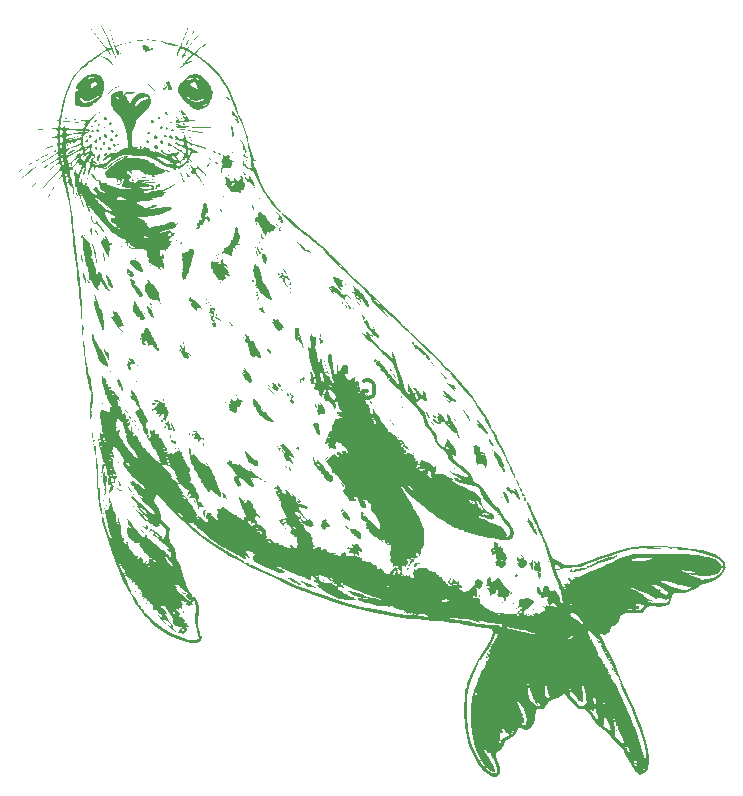
<source format=gbo>
G04 #@! TF.GenerationSoftware,KiCad,Pcbnew,9.0.6-9.0.6~ubuntu24.04.1*
G04 #@! TF.CreationDate,2026-01-15T22:16:42+01:00*
G04 #@! TF.ProjectId,tuba-electronics,74756261-2d65-46c6-9563-74726f6e6963,0*
G04 #@! TF.SameCoordinates,Original*
G04 #@! TF.FileFunction,Legend,Bot*
G04 #@! TF.FilePolarity,Positive*
%FSLAX46Y46*%
G04 Gerber Fmt 4.6, Leading zero omitted, Abs format (unit mm)*
G04 Created by KiCad (PCBNEW 9.0.6-9.0.6~ubuntu24.04.1) date 2026-01-15 22:16:42*
%MOMM*%
%LPD*%
G01*
G04 APERTURE LIST*
%ADD10C,0.300000*%
%ADD11C,0.000000*%
G04 APERTURE END LIST*
D10*
X155096427Y-88149757D02*
X155239285Y-88078328D01*
X155239285Y-88078328D02*
X155453570Y-88078328D01*
X155453570Y-88078328D02*
X155667856Y-88149757D01*
X155667856Y-88149757D02*
X155810713Y-88292614D01*
X155810713Y-88292614D02*
X155882142Y-88435471D01*
X155882142Y-88435471D02*
X155953570Y-88721185D01*
X155953570Y-88721185D02*
X155953570Y-88935471D01*
X155953570Y-88935471D02*
X155882142Y-89221185D01*
X155882142Y-89221185D02*
X155810713Y-89364042D01*
X155810713Y-89364042D02*
X155667856Y-89506900D01*
X155667856Y-89506900D02*
X155453570Y-89578328D01*
X155453570Y-89578328D02*
X155310713Y-89578328D01*
X155310713Y-89578328D02*
X155096427Y-89506900D01*
X155096427Y-89506900D02*
X155024999Y-89435471D01*
X155024999Y-89435471D02*
X155024999Y-88935471D01*
X155024999Y-88935471D02*
X155310713Y-88935471D01*
X154167856Y-88078328D02*
X154167856Y-88435471D01*
X154524999Y-88292614D02*
X154167856Y-88435471D01*
X154167856Y-88435471D02*
X153810713Y-88292614D01*
X154382142Y-88721185D02*
X154167856Y-88435471D01*
X154167856Y-88435471D02*
X153953570Y-88721185D01*
X153024999Y-88078328D02*
X153024999Y-88435471D01*
X153382142Y-88292614D02*
X153024999Y-88435471D01*
X153024999Y-88435471D02*
X152667856Y-88292614D01*
X153239285Y-88721185D02*
X153024999Y-88435471D01*
X153024999Y-88435471D02*
X152810713Y-88721185D01*
X151882142Y-88078328D02*
X151882142Y-88435471D01*
X152239285Y-88292614D02*
X151882142Y-88435471D01*
X151882142Y-88435471D02*
X151524999Y-88292614D01*
X152096428Y-88721185D02*
X151882142Y-88435471D01*
X151882142Y-88435471D02*
X151667856Y-88721185D01*
D11*
G36*
X151019013Y-84566762D02*
G01*
X151036110Y-84835999D01*
X151040285Y-84988914D01*
X151037619Y-85150701D01*
X151018058Y-85165515D01*
X150977649Y-85047666D01*
X150903817Y-84793666D01*
X150933846Y-85047666D01*
X150967275Y-85264083D01*
X151021316Y-85513333D01*
X151054447Y-85649869D01*
X151064715Y-85692184D01*
X151128647Y-85980703D01*
X151197301Y-86308699D01*
X151200290Y-86323346D01*
X151266757Y-86618019D01*
X151328319Y-86840525D01*
X151372000Y-86943699D01*
X151372501Y-86944149D01*
X151395252Y-86910997D01*
X151372298Y-86762166D01*
X151350932Y-86562839D01*
X151377932Y-86296499D01*
X151413227Y-86194206D01*
X151447765Y-86198395D01*
X151490639Y-86332102D01*
X151552093Y-86613999D01*
X151608025Y-86892398D01*
X151653981Y-87131763D01*
X151675660Y-87258849D01*
X151686566Y-87292787D01*
X151777306Y-87444147D01*
X151927206Y-87639849D01*
X152022081Y-87747378D01*
X152114443Y-87821845D01*
X152118713Y-87756999D01*
X152119142Y-87725057D01*
X152175869Y-87806916D01*
X152240448Y-87926333D01*
X152280012Y-87999492D01*
X152368316Y-88168728D01*
X152497956Y-88392939D01*
X152565498Y-88463781D01*
X152571548Y-88379977D01*
X152516710Y-88140255D01*
X152479220Y-88010999D01*
X152674334Y-88010999D01*
X152716667Y-88053333D01*
X152759001Y-88010999D01*
X152716667Y-87968666D01*
X152674334Y-88010999D01*
X152479220Y-88010999D01*
X152401588Y-87743339D01*
X152246817Y-87218118D01*
X152122636Y-86745217D01*
X152056736Y-86412832D01*
X152047002Y-86211833D01*
X152053916Y-86148333D01*
X152166334Y-86148333D01*
X152208667Y-86190666D01*
X152251001Y-86148333D01*
X152208667Y-86105999D01*
X152166334Y-86148333D01*
X152053916Y-86148333D01*
X152055230Y-86136266D01*
X152068060Y-85978999D01*
X152166334Y-85978999D01*
X152208667Y-86021333D01*
X152251001Y-85978999D01*
X152208667Y-85936666D01*
X152166334Y-85978999D01*
X152068060Y-85978999D01*
X152071084Y-85941928D01*
X152100217Y-85847522D01*
X152229834Y-85788992D01*
X152320153Y-85826991D01*
X152363407Y-85952158D01*
X152364207Y-85978999D01*
X152369252Y-86148333D01*
X152370934Y-86204773D01*
X152378175Y-86386347D01*
X152416090Y-86702104D01*
X152477067Y-87047232D01*
X152550819Y-87372295D01*
X152627059Y-87627860D01*
X152695501Y-87764494D01*
X152707901Y-87763412D01*
X152736979Y-87656503D01*
X152760389Y-87428818D01*
X152773952Y-87114944D01*
X152788903Y-86402333D01*
X152843667Y-86994999D01*
X152848983Y-87050904D01*
X152876586Y-87291629D01*
X152899560Y-87415745D01*
X152913383Y-87397166D01*
X152946634Y-87281854D01*
X153034167Y-87227833D01*
X153112971Y-87182886D01*
X153165959Y-87024788D01*
X153178852Y-86993297D01*
X153623757Y-86993297D01*
X153633890Y-87093777D01*
X153659356Y-87107023D01*
X153690334Y-87037333D01*
X153684224Y-86992510D01*
X153633890Y-86980888D01*
X153623757Y-86993297D01*
X153178852Y-86993297D01*
X153212818Y-86910333D01*
X153436334Y-86910333D01*
X153478667Y-86952666D01*
X153521001Y-86910333D01*
X153478667Y-86867999D01*
X153436334Y-86910333D01*
X153212818Y-86910333D01*
X153242152Y-86838684D01*
X153415360Y-86748048D01*
X153638258Y-86799888D01*
X153648365Y-86806140D01*
X153712188Y-86910333D01*
X153738583Y-86953423D01*
X153746736Y-87037333D01*
X153760348Y-87177433D01*
X153716342Y-87406944D01*
X153609244Y-87570730D01*
X153549424Y-87615739D01*
X153524659Y-87617457D01*
X153605667Y-87502999D01*
X153667327Y-87419025D01*
X153684401Y-87376996D01*
X153591198Y-87444308D01*
X153504339Y-87529489D01*
X153502473Y-87628433D01*
X153591198Y-87803606D01*
X153648322Y-87891421D01*
X153771406Y-88010999D01*
X153784721Y-88023935D01*
X153897990Y-88047574D01*
X153951018Y-87947499D01*
X153951568Y-87941599D01*
X153982611Y-87943921D01*
X154042916Y-88075027D01*
X154043781Y-88077379D01*
X154129082Y-88224730D01*
X154214636Y-88254924D01*
X154261945Y-88262625D01*
X154240981Y-88402563D01*
X154210782Y-88508947D01*
X154217359Y-88547458D01*
X154303654Y-88442673D01*
X154405931Y-88345521D01*
X154487594Y-88380554D01*
X154521922Y-88416875D01*
X154640600Y-88422632D01*
X154676966Y-88405627D01*
X154682915Y-88446062D01*
X154682784Y-88539470D01*
X154735715Y-88748086D01*
X154778091Y-88865512D01*
X154832652Y-89016704D01*
X154854010Y-89069333D01*
X154859359Y-89082514D01*
X154951226Y-89316665D01*
X154980266Y-89423496D01*
X154948221Y-89427139D01*
X154856833Y-89351726D01*
X154746143Y-89256547D01*
X154717996Y-89257167D01*
X154771267Y-89365666D01*
X154781660Y-89386833D01*
X154830495Y-89450333D01*
X154876004Y-89509507D01*
X154925755Y-89534999D01*
X155008375Y-89577333D01*
X155060963Y-89592177D01*
X155174235Y-89711804D01*
X155205547Y-89788999D01*
X155244868Y-89885938D01*
X155233645Y-90034914D01*
X155223334Y-90063591D01*
X155282200Y-90053383D01*
X155315497Y-90041604D01*
X155430115Y-90095748D01*
X155536629Y-90249887D01*
X155607030Y-90453156D01*
X155608759Y-90508666D01*
X155613309Y-90654689D01*
X155612400Y-90659637D01*
X155630427Y-90889666D01*
X155633690Y-90931306D01*
X155651943Y-90978238D01*
X155749211Y-91228333D01*
X155769003Y-91279221D01*
X155841777Y-91431421D01*
X155895461Y-91566999D01*
X155917067Y-91621563D01*
X155927598Y-91693999D01*
X155930202Y-91711909D01*
X155927604Y-91730656D01*
X156018668Y-91750444D01*
X156076487Y-91747646D01*
X156145667Y-91725094D01*
X156134830Y-91675391D01*
X156064809Y-91516375D01*
X155959794Y-91326744D01*
X155855170Y-91167923D01*
X155786323Y-91101333D01*
X155759745Y-91091009D01*
X155772889Y-91003363D01*
X155778657Y-90992588D01*
X155815415Y-90831833D01*
X155826925Y-90601196D01*
X155830281Y-90459564D01*
X155858655Y-90410826D01*
X155917646Y-90519430D01*
X156010997Y-90789199D01*
X156055182Y-90867727D01*
X156147167Y-90888739D01*
X156185522Y-90876608D01*
X156211265Y-90946873D01*
X156211821Y-90995015D01*
X156290787Y-91038848D01*
X156343324Y-91048956D01*
X156339899Y-91158571D01*
X156322344Y-91248071D01*
X156398361Y-91229140D01*
X156456124Y-91201647D01*
X156457337Y-91245852D01*
X156467540Y-91338433D01*
X156550738Y-91511060D01*
X156678731Y-91714780D01*
X156820384Y-91904476D01*
X156821516Y-91905666D01*
X156944560Y-92035029D01*
X157020121Y-92061324D01*
X157056283Y-92067762D01*
X157077001Y-92189984D01*
X157090781Y-92244333D01*
X157108552Y-92314422D01*
X157228090Y-92413666D01*
X157270980Y-92449275D01*
X157407298Y-92519044D01*
X157576907Y-92657913D01*
X157587629Y-92667666D01*
X157655535Y-92729435D01*
X157754896Y-92751985D01*
X157814011Y-92781483D01*
X157837404Y-92836999D01*
X157874785Y-92925714D01*
X157933688Y-93057843D01*
X158011634Y-93088960D01*
X158034129Y-93082789D01*
X158168010Y-93124940D01*
X158342232Y-93233450D01*
X158467586Y-93341255D01*
X158496183Y-93365849D01*
X158569251Y-93479667D01*
X158584675Y-93574786D01*
X158621516Y-93635459D01*
X158694951Y-93556666D01*
X158710816Y-93534822D01*
X158762434Y-93480174D01*
X158739685Y-93575121D01*
X158727356Y-93659435D01*
X158768812Y-93758185D01*
X158774032Y-93770618D01*
X158796257Y-93788290D01*
X158853704Y-93921496D01*
X158841793Y-93967569D01*
X158779621Y-93907460D01*
X158747452Y-93867665D01*
X158671437Y-93858409D01*
X158632356Y-93955562D01*
X158657448Y-94113248D01*
X158678128Y-94200829D01*
X158621239Y-94204174D01*
X158580655Y-94188561D01*
X158474854Y-94232618D01*
X158462421Y-94262298D01*
X158504770Y-94313235D01*
X158618634Y-94302907D01*
X158738896Y-94231571D01*
X158850902Y-94205147D01*
X159040825Y-94313464D01*
X159054748Y-94324203D01*
X159215405Y-94418024D01*
X159313804Y-94424307D01*
X159337396Y-94415921D01*
X159334956Y-94427602D01*
X159318926Y-94504341D01*
X159307569Y-94591788D01*
X159336568Y-94614999D01*
X159406652Y-94671094D01*
X159422296Y-94675722D01*
X159549200Y-94784333D01*
X159549729Y-94784786D01*
X159590529Y-94853902D01*
X159664920Y-94979920D01*
X159685071Y-95028210D01*
X159740807Y-95185367D01*
X159714354Y-95234176D01*
X159593886Y-95213535D01*
X159497384Y-95195716D01*
X159520748Y-95218696D01*
X159587588Y-95265509D01*
X159532875Y-95334331D01*
X159479943Y-95381730D01*
X159523295Y-95456079D01*
X159564261Y-95471813D01*
X159617001Y-95419333D01*
X159623774Y-95386521D01*
X159701667Y-95376999D01*
X159733169Y-95391379D01*
X159793390Y-95360829D01*
X159800671Y-95291917D01*
X159806859Y-95246236D01*
X160132285Y-95246236D01*
X160199161Y-95357244D01*
X160210312Y-95368183D01*
X160272335Y-95408762D01*
X160246557Y-95309848D01*
X160204334Y-95230834D01*
X160141352Y-95205425D01*
X160132285Y-95246236D01*
X159806859Y-95246236D01*
X159834578Y-95041599D01*
X159859671Y-94953666D01*
X159955667Y-94953666D01*
X159998001Y-94995999D01*
X160040334Y-94953666D01*
X159998001Y-94911333D01*
X159955667Y-94953666D01*
X159859671Y-94953666D01*
X159875344Y-94898743D01*
X159936297Y-94812170D01*
X160030529Y-94770279D01*
X160167939Y-94857509D01*
X160280040Y-94938536D01*
X160329981Y-94953666D01*
X160469715Y-94995999D01*
X160621517Y-95038231D01*
X160791931Y-95159874D01*
X160910525Y-95311714D01*
X160922019Y-95408762D01*
X160926144Y-95443587D01*
X160927500Y-95468818D01*
X161007722Y-95381984D01*
X161023905Y-95362359D01*
X161116362Y-95280503D01*
X161147292Y-95339650D01*
X161157880Y-95448269D01*
X161189881Y-95657320D01*
X161191701Y-95701446D01*
X161194793Y-95776434D01*
X161142226Y-95801090D01*
X161102781Y-95793193D01*
X161108696Y-95880602D01*
X161115544Y-95896454D01*
X161211107Y-95984798D01*
X161407087Y-96022491D01*
X161735943Y-96016571D01*
X161920775Y-96052792D01*
X162153719Y-96220173D01*
X162157065Y-96223666D01*
X162170245Y-96237423D01*
X162323357Y-96357092D01*
X162412918Y-96347564D01*
X162470565Y-96316465D01*
X162587808Y-96405244D01*
X162628986Y-96456944D01*
X162662131Y-96517052D01*
X162580334Y-96477666D01*
X162544815Y-96457308D01*
X162496932Y-96445868D01*
X162519832Y-96477666D01*
X162566256Y-96542130D01*
X162595724Y-96571758D01*
X162701654Y-96646999D01*
X162771824Y-96696840D01*
X162830839Y-96731666D01*
X162974312Y-96816333D01*
X163044660Y-96857847D01*
X163125374Y-96900999D01*
X163369967Y-97031766D01*
X163703480Y-97195584D01*
X164000935Y-97326290D01*
X164218066Y-97400872D01*
X164419689Y-97487580D01*
X164646276Y-97648922D01*
X164834822Y-97832333D01*
X164845817Y-97843029D01*
X164898077Y-97916999D01*
X164957895Y-98001666D01*
X164978447Y-98030755D01*
X165003946Y-98170999D01*
X165004301Y-98172952D01*
X165001299Y-98181874D01*
X165002565Y-98355823D01*
X165066331Y-98577898D01*
X165067063Y-98579633D01*
X165185795Y-98787392D01*
X165308619Y-98944307D01*
X165356601Y-99005606D01*
X165542770Y-99196580D01*
X165707592Y-99322616D01*
X165814355Y-99346019D01*
X165839180Y-99334392D01*
X165965829Y-99364478D01*
X166030723Y-99450536D01*
X166071164Y-99504166D01*
X166115167Y-99705622D01*
X166098321Y-99839339D01*
X166048918Y-99817550D01*
X166023818Y-99756003D01*
X166023560Y-99575677D01*
X166027876Y-99561162D01*
X166033780Y-99502389D01*
X165968811Y-99589836D01*
X165924811Y-99693152D01*
X165927077Y-99731820D01*
X165933167Y-99835751D01*
X165951824Y-99876112D01*
X165910650Y-99881832D01*
X165786965Y-99834769D01*
X165580695Y-99785966D01*
X165400388Y-99731376D01*
X165305991Y-99659304D01*
X165277881Y-99625929D01*
X165156119Y-99624561D01*
X165070982Y-99633421D01*
X164907589Y-99567104D01*
X164899184Y-99560188D01*
X164808432Y-99511146D01*
X165083496Y-99511146D01*
X165148163Y-99541084D01*
X165182000Y-99521319D01*
X165224070Y-99402956D01*
X165222579Y-99364414D01*
X165287570Y-99355036D01*
X165321370Y-99385620D01*
X165374334Y-99530663D01*
X165384055Y-99584609D01*
X165468059Y-99652666D01*
X165509936Y-99632666D01*
X165510693Y-99573512D01*
X165649093Y-99573512D01*
X165670667Y-99652666D01*
X165688062Y-99677729D01*
X165765328Y-99737333D01*
X165776909Y-99731820D01*
X165755334Y-99652666D01*
X165737939Y-99627603D01*
X165660674Y-99567999D01*
X165649093Y-99573512D01*
X165510693Y-99573512D01*
X165511362Y-99521268D01*
X165502840Y-99483333D01*
X165797667Y-99483333D01*
X165798638Y-99502493D01*
X165835004Y-99567999D01*
X165848585Y-99564103D01*
X165924667Y-99483333D01*
X165937897Y-99450536D01*
X165887331Y-99398666D01*
X165862755Y-99401919D01*
X165861361Y-99403663D01*
X165797667Y-99483333D01*
X165502840Y-99483333D01*
X165496525Y-99455226D01*
X165544637Y-99441599D01*
X165576598Y-99454518D01*
X165628334Y-99403663D01*
X165616371Y-99364762D01*
X165508259Y-99313999D01*
X165455744Y-99310712D01*
X165265386Y-99266877D01*
X165179758Y-99268514D01*
X165177725Y-99271666D01*
X165095790Y-99398712D01*
X165083496Y-99511146D01*
X164808432Y-99511146D01*
X164804737Y-99509149D01*
X164800260Y-99525666D01*
X164781667Y-99594260D01*
X164784441Y-99618772D01*
X164844483Y-99694999D01*
X164877672Y-99737135D01*
X165043697Y-99803699D01*
X165201155Y-99782043D01*
X165300995Y-99791398D01*
X165447554Y-99895219D01*
X165660134Y-100052160D01*
X166083303Y-100197300D01*
X166101081Y-100202999D01*
X166137929Y-100214811D01*
X166321301Y-100292689D01*
X166561076Y-100407211D01*
X166565590Y-100409481D01*
X166823738Y-100581770D01*
X166945347Y-100710999D01*
X167019529Y-100789830D01*
X167134337Y-100999790D01*
X167149537Y-101177779D01*
X167111666Y-101218999D01*
X167046501Y-101289926D01*
X167006171Y-101317792D01*
X167084033Y-101339315D01*
X167149098Y-101327764D01*
X167304132Y-101218351D01*
X167423102Y-101049888D01*
X167449352Y-100891779D01*
X167416706Y-100766743D01*
X167368590Y-100559370D01*
X167308097Y-100406201D01*
X167221437Y-100381952D01*
X167182071Y-100399951D01*
X167178575Y-100356037D01*
X167183392Y-100326807D01*
X167120031Y-100194835D01*
X166971469Y-100025455D01*
X166924705Y-99979241D01*
X166746474Y-99768426D01*
X166635972Y-99584071D01*
X166564649Y-99467770D01*
X166476129Y-99440302D01*
X166435055Y-99445538D01*
X166448025Y-99346841D01*
X166467907Y-99259309D01*
X166405692Y-99262174D01*
X166352976Y-99279875D01*
X166354743Y-99199961D01*
X166364723Y-99135708D01*
X166298358Y-99013148D01*
X166239080Y-98990031D01*
X166267176Y-99068084D01*
X166273087Y-99092447D01*
X166200734Y-99049340D01*
X166050725Y-98925414D01*
X165871313Y-98763666D01*
X165967001Y-98763666D01*
X166009334Y-98805999D01*
X166051667Y-98763666D01*
X166009334Y-98721333D01*
X165967001Y-98763666D01*
X165871313Y-98763666D01*
X165849564Y-98744058D01*
X165623756Y-98528664D01*
X165399804Y-98302621D01*
X165314012Y-98207714D01*
X165175144Y-98023166D01*
X165120334Y-97900454D01*
X165113123Y-97857173D01*
X165030671Y-97789999D01*
X165000908Y-97784034D01*
X164991797Y-97707819D01*
X164992967Y-97705816D01*
X164988427Y-97575339D01*
X164912781Y-97379342D01*
X164798096Y-97184108D01*
X164676436Y-97055922D01*
X164579930Y-97021133D01*
X164351989Y-96973175D01*
X164062001Y-96932358D01*
X164039065Y-96929762D01*
X163646235Y-96866110D01*
X163292033Y-96776108D01*
X163008811Y-96671567D01*
X162828922Y-96564297D01*
X162784721Y-96466108D01*
X162794142Y-96411150D01*
X162732899Y-96350666D01*
X162701250Y-96348100D01*
X162675754Y-96311691D01*
X162742479Y-96294646D01*
X162883249Y-96317444D01*
X163012268Y-96369500D01*
X163051265Y-96426815D01*
X163063753Y-96460705D01*
X163184906Y-96483713D01*
X163261667Y-96482407D01*
X163304201Y-96458725D01*
X163199856Y-96377744D01*
X163098411Y-96305038D01*
X162943741Y-96184220D01*
X162891489Y-96145981D01*
X162766363Y-96096666D01*
X162671142Y-96047469D01*
X162639032Y-96017512D01*
X163024426Y-96017512D01*
X163046001Y-96096666D01*
X163063396Y-96121729D01*
X163140661Y-96181333D01*
X163152242Y-96175820D01*
X163130667Y-96096666D01*
X163113273Y-96071603D01*
X163036007Y-96011999D01*
X163024426Y-96017512D01*
X162639032Y-96017512D01*
X162529956Y-95915750D01*
X162368667Y-95734834D01*
X162651702Y-95879659D01*
X162700937Y-95903921D01*
X162881966Y-95975309D01*
X162976184Y-95983038D01*
X163035413Y-95984752D01*
X163211495Y-96041236D01*
X163455149Y-96144495D01*
X163529076Y-96175820D01*
X163632079Y-96219465D01*
X163834449Y-96277783D01*
X163922523Y-96259467D01*
X163910280Y-96162622D01*
X163814687Y-96022124D01*
X163682902Y-95915129D01*
X163571937Y-95900077D01*
X163539057Y-95914508D01*
X163540591Y-95864363D01*
X163522412Y-95797904D01*
X163393983Y-95665175D01*
X163179832Y-95508383D01*
X163020357Y-95397875D01*
X162735335Y-95167495D01*
X162515612Y-94950760D01*
X162437337Y-94865815D01*
X162396738Y-94832212D01*
X162580977Y-94832212D01*
X162654201Y-94932499D01*
X162731693Y-95022807D01*
X162802368Y-95080666D01*
X162817225Y-95079276D01*
X162817797Y-95024113D01*
X162686167Y-94900533D01*
X162624822Y-94853236D01*
X162580977Y-94832212D01*
X162396738Y-94832212D01*
X162288496Y-94742621D01*
X162198545Y-94722158D01*
X162172222Y-94738996D01*
X162190649Y-94678673D01*
X162198877Y-94661254D01*
X162184588Y-94488288D01*
X162055445Y-94259092D01*
X161834592Y-94006491D01*
X161545179Y-93763311D01*
X161480990Y-93715510D01*
X161216707Y-93466243D01*
X161094539Y-93240751D01*
X160982546Y-92864645D01*
X160784884Y-92476932D01*
X160543445Y-92211772D01*
X160419764Y-92094729D01*
X160267833Y-91843440D01*
X160129505Y-91461315D01*
X160040349Y-91201782D01*
X159834856Y-90796031D01*
X159529366Y-90391474D01*
X159325874Y-90159936D01*
X159011571Y-89821587D01*
X158721272Y-89530424D01*
X158476508Y-89306808D01*
X158298811Y-89171099D01*
X158209714Y-89143656D01*
X158188896Y-89157183D01*
X158204430Y-89101815D01*
X158197089Y-88999039D01*
X158091004Y-88855859D01*
X157975076Y-88772602D01*
X157922419Y-88781044D01*
X157891764Y-88776887D01*
X157816586Y-88655499D01*
X157727618Y-88523695D01*
X157641991Y-88470592D01*
X157607766Y-88462582D01*
X157485936Y-88369042D01*
X157338455Y-88215400D01*
X157311219Y-88180333D01*
X157415667Y-88180333D01*
X157458001Y-88222666D01*
X157500334Y-88180333D01*
X157458001Y-88137999D01*
X157415667Y-88180333D01*
X157311219Y-88180333D01*
X157214131Y-88055329D01*
X157161771Y-87942502D01*
X157171833Y-87918505D01*
X157259416Y-87934417D01*
X157308319Y-87955153D01*
X157294212Y-87892970D01*
X157220717Y-87835766D01*
X157095544Y-87901055D01*
X157021774Y-87950448D01*
X157012828Y-87922290D01*
X157029916Y-87883535D01*
X156989280Y-87726161D01*
X156780667Y-87552870D01*
X156731380Y-87521732D01*
X156675748Y-87475371D01*
X156763898Y-87495637D01*
X156847273Y-87509019D01*
X156864735Y-87459696D01*
X156834740Y-87426970D01*
X156691004Y-87375999D01*
X156637130Y-87364427D01*
X156590168Y-87274014D01*
X156590747Y-87234900D01*
X156512556Y-87168181D01*
X156483772Y-87164380D01*
X156343223Y-87087258D01*
X156320260Y-87054208D01*
X156378501Y-87071088D01*
X156379277Y-87071534D01*
X156477567Y-87102651D01*
X156479858Y-87047101D01*
X156403892Y-86943386D01*
X156267411Y-86830007D01*
X156261761Y-86826280D01*
X156104628Y-86675469D01*
X156115380Y-86544662D01*
X156293877Y-86435910D01*
X156307202Y-86431063D01*
X156428543Y-86409346D01*
X156431117Y-86484831D01*
X156442980Y-86580047D01*
X156562434Y-86695151D01*
X156670877Y-86780805D01*
X156738334Y-86918308D01*
X156752083Y-86980190D01*
X156837389Y-86986107D01*
X156893875Y-86969736D01*
X156883420Y-87063065D01*
X156869643Y-87142929D01*
X156924447Y-87259369D01*
X156973494Y-87277181D01*
X156946830Y-87198581D01*
X156927239Y-87165070D01*
X156918932Y-87123176D01*
X157017483Y-87195092D01*
X157095320Y-87278410D01*
X157119334Y-87375999D01*
X157124067Y-87439341D01*
X157221186Y-87556906D01*
X157264919Y-87591745D01*
X157328241Y-87627181D01*
X157291346Y-87545333D01*
X157261271Y-87480673D01*
X157296260Y-87488888D01*
X157319698Y-87513125D01*
X157373334Y-87617929D01*
X157381221Y-87640234D01*
X157463229Y-87763210D01*
X157607695Y-87949299D01*
X157781430Y-88159071D01*
X157800038Y-88180333D01*
X157951242Y-88353100D01*
X158083942Y-88491957D01*
X158146341Y-88536215D01*
X158133550Y-88453613D01*
X158078084Y-88241463D01*
X157988758Y-87932545D01*
X157874635Y-87559442D01*
X157726536Y-87118919D01*
X157553027Y-86711420D01*
X157362352Y-86403278D01*
X157130731Y-86157394D01*
X156834381Y-85936666D01*
X156776786Y-85893365D01*
X156588775Y-85711241D01*
X156569539Y-85688178D01*
X156843759Y-85688178D01*
X156865334Y-85767333D01*
X156882729Y-85792396D01*
X156959994Y-85851999D01*
X156971576Y-85846487D01*
X156950001Y-85767333D01*
X156932606Y-85742269D01*
X156855341Y-85682666D01*
X156843759Y-85688178D01*
X156569539Y-85688178D01*
X156400153Y-85485098D01*
X156259368Y-85320701D01*
X156064886Y-85128172D01*
X155854683Y-84941571D01*
X155662617Y-84789357D01*
X155522548Y-84699987D01*
X155468334Y-84701919D01*
X155440548Y-84691810D01*
X155328601Y-84588982D01*
X155160127Y-84410672D01*
X155039255Y-84269272D01*
X154922212Y-84107472D01*
X154894062Y-84027382D01*
X154938389Y-84026981D01*
X155043303Y-84114286D01*
X155121326Y-84182597D01*
X155288201Y-84242036D01*
X155364807Y-84229834D01*
X155324637Y-84176301D01*
X155286267Y-84136719D01*
X155287375Y-84008143D01*
X155297766Y-83993206D01*
X155386561Y-83968177D01*
X155535261Y-84075644D01*
X155681244Y-84192639D01*
X155782073Y-84238748D01*
X155802116Y-84240475D01*
X155875664Y-84322321D01*
X155878432Y-84332230D01*
X155837178Y-84372124D01*
X155666114Y-84326941D01*
X155651550Y-84321731D01*
X155553733Y-84297550D01*
X155550891Y-84336367D01*
X155653116Y-84455169D01*
X155870501Y-84670940D01*
X155895327Y-84695161D01*
X156107707Y-84915451D01*
X156257984Y-85094369D01*
X156315001Y-85195170D01*
X156317639Y-85222485D01*
X156407083Y-85387604D01*
X156572703Y-85534525D01*
X156744869Y-85597999D01*
X156850890Y-85642336D01*
X157034449Y-85788062D01*
X157090675Y-85846487D01*
X157238570Y-86000166D01*
X157582647Y-86402333D01*
X157493883Y-86080144D01*
X157483899Y-86043057D01*
X157427414Y-85766097D01*
X157422683Y-85597630D01*
X157459607Y-85552770D01*
X157528089Y-85646633D01*
X157618029Y-85894333D01*
X157626582Y-85923245D01*
X157747295Y-86320954D01*
X157889644Y-86775211D01*
X158043352Y-87254838D01*
X158198143Y-87728659D01*
X158343743Y-88165495D01*
X158469876Y-88534171D01*
X158566265Y-88803509D01*
X158622634Y-88942333D01*
X158706575Y-89084706D01*
X158850691Y-89292057D01*
X158869437Y-89316196D01*
X158953878Y-89410433D01*
X158985620Y-89373957D01*
X158990467Y-89187459D01*
X158989822Y-89145315D01*
X158971085Y-89003566D01*
X158934517Y-88993000D01*
X158893249Y-89025534D01*
X158833059Y-88959491D01*
X158788751Y-88783390D01*
X158782650Y-88686631D01*
X158873090Y-88686631D01*
X158883223Y-88787110D01*
X158908689Y-88800356D01*
X158939667Y-88730666D01*
X158933557Y-88685844D01*
X158883223Y-88674221D01*
X158873090Y-88686631D01*
X158782650Y-88686631D01*
X158772977Y-88533241D01*
X158775619Y-88264999D01*
X158987780Y-88603666D01*
X159047222Y-88702496D01*
X159062543Y-88730666D01*
X159223221Y-89026098D01*
X159377672Y-89347076D01*
X159473309Y-89548492D01*
X159567507Y-89680355D01*
X159631699Y-89657755D01*
X159675883Y-89485329D01*
X159674870Y-89379985D01*
X159602868Y-89374400D01*
X159546342Y-89391176D01*
X159555967Y-89299200D01*
X159559249Y-89279297D01*
X159804423Y-89279297D01*
X159814556Y-89379777D01*
X159840023Y-89393023D01*
X159871001Y-89323333D01*
X159864891Y-89278510D01*
X159814556Y-89266888D01*
X159804423Y-89279297D01*
X159559249Y-89279297D01*
X159570353Y-89211960D01*
X159485689Y-89209703D01*
X159424234Y-89220595D01*
X159363001Y-89163058D01*
X159370487Y-89128392D01*
X159468834Y-89067450D01*
X159475595Y-89066960D01*
X159482050Y-89016949D01*
X159372989Y-88910487D01*
X159244897Y-88768215D01*
X159218138Y-88637203D01*
X159252777Y-88590014D01*
X159272946Y-88688333D01*
X159274383Y-88714122D01*
X159297350Y-88801344D01*
X159359436Y-88733535D01*
X159391919Y-88690947D01*
X159454335Y-88694201D01*
X159527314Y-88844463D01*
X159615459Y-88996498D01*
X159714591Y-89019012D01*
X159755507Y-88999929D01*
X159762559Y-89039305D01*
X159767804Y-89112946D01*
X159876477Y-89222437D01*
X159889458Y-89230419D01*
X160007806Y-89275082D01*
X160055109Y-89200864D01*
X160054727Y-89189202D01*
X160171445Y-89189202D01*
X160177362Y-89276602D01*
X160198113Y-89323333D01*
X160204691Y-89338147D01*
X160267126Y-89405257D01*
X160294334Y-89328329D01*
X160291325Y-89305333D01*
X160210637Y-89196932D01*
X160171445Y-89189202D01*
X160054727Y-89189202D01*
X160048033Y-88984666D01*
X160047303Y-88971156D01*
X160089162Y-88945741D01*
X160211039Y-89062120D01*
X160214547Y-89066244D01*
X160322311Y-89243665D01*
X160333253Y-89328329D01*
X160340675Y-89385753D01*
X160328924Y-89474950D01*
X160376012Y-89656415D01*
X160378578Y-89661999D01*
X160391026Y-89689084D01*
X160381998Y-89784869D01*
X160283318Y-89802144D01*
X160141791Y-89745534D01*
X160004217Y-89619666D01*
X160002881Y-89617964D01*
X160143090Y-89617964D01*
X160153223Y-89718444D01*
X160178689Y-89731689D01*
X160209667Y-89661999D01*
X160203557Y-89617177D01*
X160153223Y-89605555D01*
X160143090Y-89617964D01*
X160002881Y-89617964D01*
X159939937Y-89537783D01*
X159885925Y-89504463D01*
X159873694Y-89603496D01*
X159856819Y-89681392D01*
X159785736Y-89703963D01*
X159728787Y-89699229D01*
X159645120Y-89795511D01*
X159619678Y-89856126D01*
X159567484Y-89889724D01*
X159476384Y-89784696D01*
X159402275Y-89706958D01*
X159363001Y-89726121D01*
X159365885Y-89744723D01*
X159440550Y-89882260D01*
X159584678Y-90059804D01*
X159737734Y-90226068D01*
X160036775Y-90577594D01*
X160235927Y-90867400D01*
X160356292Y-91129311D01*
X160418973Y-91397154D01*
X160463518Y-91620270D01*
X160579770Y-91874488D01*
X160798345Y-92116820D01*
X160835576Y-92151968D01*
X161124880Y-92472164D01*
X161265501Y-92742101D01*
X161264552Y-92974867D01*
X161258786Y-92996197D01*
X161271781Y-93127726D01*
X161380943Y-93290959D01*
X161607184Y-93519117D01*
X161806546Y-93694480D01*
X161981548Y-93827298D01*
X162075015Y-93871280D01*
X162154116Y-93900940D01*
X162280222Y-94022333D01*
X162323212Y-94066154D01*
X162318204Y-94013153D01*
X162235316Y-93831833D01*
X162231813Y-93825055D01*
X162516990Y-93825055D01*
X162572685Y-93947700D01*
X162614991Y-94072325D01*
X162605577Y-94180534D01*
X162595139Y-94192218D01*
X162603560Y-94233999D01*
X162672988Y-94208584D01*
X162696667Y-94091798D01*
X162615285Y-93928972D01*
X162546098Y-93844214D01*
X162516990Y-93825055D01*
X162231813Y-93825055D01*
X162144275Y-93655684D01*
X162050511Y-93503028D01*
X162014032Y-93500346D01*
X162030436Y-93643594D01*
X162035228Y-93739876D01*
X161990783Y-93770258D01*
X161969440Y-93753204D01*
X161941806Y-93603440D01*
X162043799Y-93344999D01*
X162088797Y-93221425D01*
X162092488Y-93048666D01*
X162084580Y-92999705D01*
X162132966Y-93013376D01*
X162238042Y-93120460D01*
X162376428Y-93291357D01*
X162524747Y-93496463D01*
X162659617Y-93706177D01*
X162757660Y-93890894D01*
X162761718Y-93900100D01*
X162830421Y-94091798D01*
X162870826Y-94204537D01*
X162880786Y-94387328D01*
X162793655Y-94441846D01*
X162611493Y-94361463D01*
X162390377Y-94216583D01*
X162591189Y-94574299D01*
X162625589Y-94634434D01*
X162767955Y-94848603D01*
X162934694Y-95024113D01*
X162935886Y-95025368D01*
X163171119Y-95202891D01*
X163515388Y-95419333D01*
X163576074Y-95459005D01*
X163825129Y-95678540D01*
X164049365Y-95952788D01*
X164211354Y-96230385D01*
X164273667Y-96459965D01*
X164278743Y-96487444D01*
X164380871Y-96615507D01*
X164572937Y-96738734D01*
X164894790Y-96957497D01*
X165239265Y-97339959D01*
X165551329Y-97847229D01*
X165555858Y-97855951D01*
X165704316Y-98093856D01*
X165898588Y-98346856D01*
X166103805Y-98575908D01*
X166285101Y-98741969D01*
X166326613Y-98763666D01*
X166407606Y-98805999D01*
X166448759Y-98837592D01*
X166551819Y-98983567D01*
X166677681Y-99208166D01*
X166744175Y-99326810D01*
X166962103Y-99642510D01*
X167194331Y-99906666D01*
X167478094Y-100226515D01*
X167692159Y-100620076D01*
X167754024Y-100999932D01*
X167658394Y-101349625D01*
X167623923Y-101409434D01*
X167512408Y-101538381D01*
X167357494Y-101609065D01*
X167129153Y-101625053D01*
X166797353Y-101589915D01*
X166332064Y-101507217D01*
X166030861Y-101448852D01*
X165663823Y-101378124D01*
X165373646Y-101322657D01*
X165205001Y-101291021D01*
X165093065Y-101269710D01*
X164872303Y-101218999D01*
X166559667Y-101218999D01*
X166602001Y-101261333D01*
X166644334Y-101218999D01*
X166602001Y-101176666D01*
X166559667Y-101218999D01*
X164872303Y-101218999D01*
X164675681Y-101173833D01*
X164294318Y-101063052D01*
X163992715Y-100951176D01*
X163814614Y-100852017D01*
X163718827Y-100783644D01*
X163713178Y-100815863D01*
X163731262Y-100877085D01*
X163643065Y-100870304D01*
X163579563Y-100834689D01*
X163511667Y-100730163D01*
X163509286Y-100710999D01*
X164443001Y-100710999D01*
X164485334Y-100753333D01*
X164527667Y-100710999D01*
X164485334Y-100668666D01*
X164443001Y-100710999D01*
X163509286Y-100710999D01*
X163508262Y-100702755D01*
X163455958Y-100696153D01*
X163400648Y-100709008D01*
X163270372Y-100646765D01*
X163257541Y-100636444D01*
X163178182Y-100584168D01*
X163204078Y-100647499D01*
X163223563Y-100698619D01*
X163177998Y-100753333D01*
X163148262Y-100747716D01*
X163088334Y-100654555D01*
X163084537Y-100620549D01*
X163038738Y-100605373D01*
X163014498Y-100610444D01*
X162868993Y-100565468D01*
X162627076Y-100452913D01*
X162321363Y-100289802D01*
X162172650Y-100202999D01*
X163003667Y-100202999D01*
X163046001Y-100245333D01*
X163088334Y-100202999D01*
X163046001Y-100160666D01*
X163003667Y-100202999D01*
X162172650Y-100202999D01*
X161984466Y-100093157D01*
X161649001Y-99880001D01*
X161378868Y-99694999D01*
X164612334Y-99694999D01*
X164654667Y-99737333D01*
X164697001Y-99694999D01*
X164654667Y-99652666D01*
X164612334Y-99694999D01*
X161378868Y-99694999D01*
X161296791Y-99638788D01*
X161142216Y-99525666D01*
X164612334Y-99525666D01*
X164654667Y-99567999D01*
X164697001Y-99525666D01*
X164654667Y-99483333D01*
X164612334Y-99525666D01*
X161142216Y-99525666D01*
X160795139Y-99271666D01*
X164866334Y-99271666D01*
X164908667Y-99313999D01*
X164951001Y-99271666D01*
X164908667Y-99229333D01*
X164866334Y-99271666D01*
X160795139Y-99271666D01*
X160675360Y-99184009D01*
X160065325Y-98703894D01*
X159634441Y-98340333D01*
X163681001Y-98340333D01*
X163723334Y-98382666D01*
X163765667Y-98340333D01*
X163723334Y-98297999D01*
X163681001Y-98340333D01*
X159634441Y-98340333D01*
X159493274Y-98221223D01*
X159492979Y-98220954D01*
X163968935Y-98220954D01*
X164040517Y-98324564D01*
X164057987Y-98340333D01*
X164147203Y-98420862D01*
X164307404Y-98548800D01*
X164406428Y-98606786D01*
X164411923Y-98573166D01*
X164392640Y-98517648D01*
X164459171Y-98466775D01*
X164475169Y-98463941D01*
X164454995Y-98407714D01*
X164321283Y-98302262D01*
X164235175Y-98256563D01*
X164552706Y-98256563D01*
X164595353Y-98314884D01*
X164652100Y-98402777D01*
X164666157Y-98463941D01*
X164697001Y-98598144D01*
X164706251Y-98669814D01*
X164797025Y-98849414D01*
X164941738Y-98979191D01*
X165086986Y-99003623D01*
X165125961Y-98944307D01*
X165094270Y-98794343D01*
X164994882Y-98606620D01*
X164854839Y-98429631D01*
X164701186Y-98311865D01*
X164635863Y-98281735D01*
X164552706Y-98256563D01*
X164235175Y-98256563D01*
X164155541Y-98214300D01*
X164019080Y-98183261D01*
X163968935Y-98220954D01*
X159492979Y-98220954D01*
X159438159Y-98170999D01*
X163173001Y-98170999D01*
X163215334Y-98213333D01*
X163257667Y-98170999D01*
X163215334Y-98128666D01*
X163173001Y-98170999D01*
X159438159Y-98170999D01*
X159252335Y-98001666D01*
X162834334Y-98001666D01*
X162876667Y-98043999D01*
X162919001Y-98001666D01*
X162876667Y-97959333D01*
X162850044Y-97985956D01*
X162834334Y-98001666D01*
X159252335Y-98001666D01*
X158985791Y-97758776D01*
X158569465Y-97339330D01*
X158270881Y-96985666D01*
X158224970Y-96925549D01*
X158156555Y-96854729D01*
X158170015Y-96911034D01*
X158210629Y-97037956D01*
X158196157Y-97154999D01*
X158195855Y-97157441D01*
X158178523Y-97181730D01*
X158226269Y-97172785D01*
X158246619Y-97172657D01*
X158343030Y-97267758D01*
X158381734Y-97328057D01*
X158482286Y-97484714D01*
X158640114Y-97784487D01*
X158647324Y-97798182D01*
X158708101Y-97920152D01*
X158874242Y-98229650D01*
X159022260Y-98474315D01*
X159125893Y-98609620D01*
X159211086Y-98709447D01*
X159234937Y-98807721D01*
X159234757Y-98861836D01*
X159321600Y-98976106D01*
X159363331Y-99017666D01*
X159389921Y-99044147D01*
X159447667Y-99151307D01*
X159472946Y-99224782D01*
X159565148Y-99409992D01*
X159701667Y-99652666D01*
X159807846Y-99846441D01*
X159914405Y-100081165D01*
X159955667Y-100232125D01*
X159966104Y-100312008D01*
X160045207Y-100470338D01*
X160063527Y-100492800D01*
X160127373Y-100664046D01*
X160146303Y-100795666D01*
X160164970Y-100925451D01*
X160170219Y-101049666D01*
X160178263Y-101240014D01*
X160169196Y-101570730D01*
X160166411Y-101599999D01*
X160154328Y-101726999D01*
X160146273Y-101811666D01*
X160139715Y-101880598D01*
X160120612Y-101980999D01*
X160104503Y-102065666D01*
X160091766Y-102132613D01*
X160049763Y-102234999D01*
X160027292Y-102289773D01*
X159948239Y-102315075D01*
X159916071Y-102308412D01*
X159919090Y-102388801D01*
X159923967Y-102406887D01*
X159920343Y-102446666D01*
X159908775Y-102573666D01*
X159908583Y-102575771D01*
X159879869Y-102658333D01*
X159832211Y-102795365D01*
X159801027Y-102860662D01*
X159743482Y-102963400D01*
X159740101Y-102933499D01*
X159748053Y-102851030D01*
X159694013Y-102785333D01*
X159664855Y-102779020D01*
X159658735Y-102701636D01*
X159666464Y-102662443D01*
X159579065Y-102668361D01*
X159516232Y-102707537D01*
X159498112Y-102742999D01*
X159454849Y-102827666D01*
X159447667Y-102841721D01*
X159458440Y-102894889D01*
X159532334Y-102912333D01*
X159563921Y-102897841D01*
X159617001Y-102929303D01*
X159576085Y-102999106D01*
X159440582Y-103108775D01*
X159337055Y-103206888D01*
X159307720Y-103332456D01*
X159311525Y-103397232D01*
X159208972Y-103424150D01*
X159117353Y-103440983D01*
X159021999Y-103574392D01*
X158978111Y-103678791D01*
X158875477Y-103780396D01*
X158824608Y-103761815D01*
X158855195Y-103653777D01*
X158951088Y-103492528D01*
X159088897Y-103316941D01*
X159245232Y-103165889D01*
X159273596Y-103142749D01*
X159399316Y-103003990D01*
X159374967Y-102919728D01*
X159326136Y-102900611D01*
X159297403Y-102958956D01*
X159298013Y-103001836D01*
X159214834Y-103099305D01*
X159169118Y-103107013D01*
X159109001Y-103046388D01*
X159104289Y-103017926D01*
X159013967Y-102954666D01*
X158964370Y-102974978D01*
X159018078Y-103074128D01*
X159022693Y-103081666D01*
X159066468Y-103153163D01*
X159028445Y-103248458D01*
X158988517Y-103261224D01*
X158932983Y-103192496D01*
X158921780Y-103128730D01*
X158897453Y-103166333D01*
X158883419Y-103188027D01*
X158855043Y-103228237D01*
X158741936Y-103235274D01*
X158706253Y-103232176D01*
X158717823Y-103250999D01*
X158760853Y-103321001D01*
X158793863Y-103364180D01*
X158830462Y-103483388D01*
X158815998Y-103504999D01*
X158739501Y-103619291D01*
X158664261Y-103733825D01*
X158662536Y-103834645D01*
X158645973Y-103855078D01*
X158514554Y-103816734D01*
X158379645Y-103776563D01*
X158319527Y-103823400D01*
X158319010Y-103843666D01*
X158314968Y-104001959D01*
X158305441Y-104212652D01*
X158267441Y-104351666D01*
X158252200Y-104378932D01*
X158225390Y-104542166D01*
X158229018Y-104567102D01*
X158253047Y-104753833D01*
X158274893Y-104805643D01*
X158343454Y-104735505D01*
X158373705Y-104659660D01*
X158323553Y-104481505D01*
X158306590Y-104456046D01*
X158336106Y-104459732D01*
X158460097Y-104561341D01*
X158468267Y-104568624D01*
X158613000Y-104689726D01*
X158662919Y-104699418D01*
X158643980Y-104603674D01*
X158626585Y-104544726D01*
X158623072Y-104487476D01*
X158698224Y-104577964D01*
X158737990Y-104629344D01*
X158816216Y-104674948D01*
X158907687Y-104577964D01*
X158945936Y-104527163D01*
X158997872Y-104486993D01*
X158996909Y-104595726D01*
X159011662Y-104690476D01*
X159140514Y-104780253D01*
X159239270Y-104774999D01*
X161310334Y-104774999D01*
X161352667Y-104817333D01*
X161395001Y-104774999D01*
X161352667Y-104732666D01*
X161310334Y-104774999D01*
X159239270Y-104774999D01*
X159239890Y-104774966D01*
X159272982Y-104687453D01*
X159268995Y-104640968D01*
X159899605Y-104640968D01*
X159961469Y-104605666D01*
X160209667Y-104605666D01*
X160252001Y-104647999D01*
X160294334Y-104605666D01*
X160252001Y-104563333D01*
X160209667Y-104605666D01*
X159961469Y-104605666D01*
X160000834Y-104583203D01*
X160027724Y-104559756D01*
X160082936Y-104411389D01*
X160019167Y-104274055D01*
X160002206Y-104261882D01*
X159995022Y-104278131D01*
X160001864Y-104340058D01*
X159949710Y-104489798D01*
X159937611Y-104513944D01*
X159904032Y-104580954D01*
X159899605Y-104640968D01*
X159268995Y-104640968D01*
X159254848Y-104476005D01*
X159254877Y-104375737D01*
X159476331Y-104375737D01*
X159515711Y-104530622D01*
X159555302Y-104596118D01*
X159589032Y-104603864D01*
X159588369Y-104511752D01*
X159714970Y-104511752D01*
X159731399Y-104603864D01*
X159735181Y-104625069D01*
X159764083Y-104623758D01*
X159779650Y-104513944D01*
X159766092Y-104430721D01*
X159728497Y-104462791D01*
X159714970Y-104511752D01*
X159588369Y-104511752D01*
X159587985Y-104458435D01*
X159558346Y-104322156D01*
X159502394Y-104305493D01*
X159476331Y-104375737D01*
X159254877Y-104375737D01*
X159254910Y-104261780D01*
X159279604Y-104177336D01*
X159701667Y-104177336D01*
X159703324Y-104220083D01*
X159743318Y-104305590D01*
X159825052Y-104230516D01*
X159836557Y-104199988D01*
X159828059Y-104182333D01*
X160125001Y-104182333D01*
X160142656Y-104199988D01*
X160167334Y-104224666D01*
X160209667Y-104182333D01*
X160167334Y-104139999D01*
X160125001Y-104182333D01*
X159828059Y-104182333D01*
X159787715Y-104098519D01*
X159783200Y-104097666D01*
X160294334Y-104097666D01*
X160336667Y-104139999D01*
X160379001Y-104097666D01*
X160336667Y-104055333D01*
X160294334Y-104097666D01*
X159783200Y-104097666D01*
X159743324Y-104090133D01*
X159701667Y-104177336D01*
X159279604Y-104177336D01*
X159309824Y-104073992D01*
X159400804Y-103973376D01*
X159506158Y-104000934D01*
X159518486Y-104025372D01*
X159447667Y-104055333D01*
X159402788Y-104061168D01*
X159389177Y-104109731D01*
X159444961Y-104121048D01*
X159574393Y-104055560D01*
X159710830Y-103978948D01*
X159898153Y-103928728D01*
X160057596Y-103926553D01*
X160125001Y-103981100D01*
X160160627Y-104013462D01*
X160294334Y-103970666D01*
X160320957Y-103956809D01*
X160434895Y-103926073D01*
X160463667Y-104012137D01*
X160515389Y-104097666D01*
X160526997Y-104116862D01*
X160686690Y-104182333D01*
X160717667Y-104195033D01*
X160722199Y-104195950D01*
X160898545Y-104252612D01*
X160971667Y-104317259D01*
X160995034Y-104347565D01*
X161112557Y-104334620D01*
X161192793Y-104316238D01*
X161195994Y-104373515D01*
X161195966Y-104411389D01*
X161195943Y-104441796D01*
X161309105Y-104520609D01*
X161408989Y-104577418D01*
X161424467Y-104605666D01*
X161479667Y-104706405D01*
X161479827Y-104721042D01*
X161500386Y-104774999D01*
X161507135Y-104792710D01*
X161608606Y-104731057D01*
X161629038Y-104714320D01*
X161705972Y-104669222D01*
X161689419Y-104749459D01*
X161684743Y-104767516D01*
X161725480Y-104909930D01*
X161754440Y-104944333D01*
X161825711Y-105028999D01*
X161843607Y-105050259D01*
X161979514Y-105113666D01*
X161997262Y-105121057D01*
X162018393Y-105218588D01*
X162021183Y-105258459D01*
X162087592Y-105273569D01*
X162145332Y-105277711D01*
X162148442Y-105282999D01*
X162198234Y-105367666D01*
X162212335Y-105391644D01*
X162268913Y-105497140D01*
X162417351Y-105517537D01*
X162502960Y-105478076D01*
X162531198Y-105398992D01*
X162515241Y-105379683D01*
X162409399Y-105368656D01*
X162344989Y-105362339D01*
X162247695Y-105251928D01*
X162205797Y-105115516D01*
X162284848Y-104985963D01*
X162344746Y-104913528D01*
X162354654Y-104794657D01*
X162339157Y-104756339D01*
X162399300Y-104767768D01*
X162435833Y-104803915D01*
X162435929Y-104929016D01*
X162372235Y-105070112D01*
X162361159Y-105181769D01*
X162412640Y-105197319D01*
X162485412Y-105207609D01*
X162599761Y-105318323D01*
X162704305Y-105420765D01*
X162838388Y-105405702D01*
X162846343Y-105400641D01*
X162913450Y-105341025D01*
X162823534Y-105326629D01*
X162736008Y-105307153D01*
X162580334Y-105198333D01*
X162528170Y-105117454D01*
X162567310Y-105071333D01*
X162610864Y-105046030D01*
X162604158Y-104923166D01*
X162586618Y-104873645D01*
X162589594Y-104820271D01*
X162691482Y-104891199D01*
X162773480Y-104982523D01*
X162836217Y-105145199D01*
X162840849Y-105187742D01*
X162890233Y-105197904D01*
X163008732Y-105071333D01*
X163179365Y-104859666D01*
X163139977Y-105142816D01*
X163135114Y-105180583D01*
X163127313Y-105338310D01*
X163150172Y-105376384D01*
X163190695Y-105363943D01*
X163309803Y-105418134D01*
X163374965Y-105503761D01*
X163355051Y-105544170D01*
X163317593Y-105620179D01*
X163315665Y-105621666D01*
X163251693Y-105671003D01*
X163130667Y-105683872D01*
X163100478Y-105670970D01*
X163115477Y-105712845D01*
X163163128Y-105747739D01*
X163327143Y-105789919D01*
X163330786Y-105790999D01*
X163404629Y-105812892D01*
X163457080Y-105942136D01*
X163470744Y-106042088D01*
X163560066Y-105997632D01*
X163630173Y-105954266D01*
X163770653Y-105933772D01*
X163888884Y-105900646D01*
X163923174Y-105875666D01*
X164358334Y-105875666D01*
X164400667Y-105917999D01*
X164443001Y-105875666D01*
X164400667Y-105833333D01*
X164358334Y-105875666D01*
X163923174Y-105875666D01*
X164062209Y-105774380D01*
X164243048Y-105599172D01*
X164385335Y-105419758D01*
X164443001Y-105280872D01*
X164492601Y-105118706D01*
X164612334Y-104925102D01*
X164697552Y-104822826D01*
X164764928Y-104779913D01*
X164781667Y-104862359D01*
X164791662Y-104939271D01*
X164837377Y-104959178D01*
X164861793Y-104943304D01*
X164970252Y-104970866D01*
X165074020Y-105087873D01*
X165120334Y-105241653D01*
X165106187Y-105324273D01*
X165026941Y-105485807D01*
X164911506Y-105628876D01*
X164798573Y-105709866D01*
X164726838Y-105685166D01*
X164704264Y-105645435D01*
X164600282Y-105579333D01*
X164568574Y-105592823D01*
X164584874Y-105685166D01*
X164612529Y-105775317D01*
X164627219Y-105875666D01*
X164640015Y-105963077D01*
X164657056Y-106177183D01*
X164658808Y-106353027D01*
X164640426Y-106425999D01*
X164550948Y-106406842D01*
X164436296Y-106325944D01*
X164414236Y-106234712D01*
X164430113Y-106195697D01*
X164370035Y-106207101D01*
X164332657Y-106239323D01*
X164315147Y-106339951D01*
X164323805Y-106374585D01*
X164253028Y-106455735D01*
X164224022Y-106481678D01*
X164316001Y-106491885D01*
X164317796Y-106491800D01*
X164637262Y-106486853D01*
X164821362Y-106519031D01*
X164902336Y-106602329D01*
X164909153Y-106702585D01*
X164912427Y-106750740D01*
X164882388Y-106938867D01*
X164869441Y-106976333D01*
X164840183Y-107060999D01*
X164823051Y-107110573D01*
X164816287Y-107123162D01*
X164836722Y-107143223D01*
X164951001Y-107060999D01*
X164970429Y-107044661D01*
X165079130Y-106967631D01*
X165093166Y-106988425D01*
X165092406Y-106989825D01*
X165134213Y-107084915D01*
X165307242Y-107238513D01*
X165419092Y-107314999D01*
X165592008Y-107433243D01*
X165818752Y-107568999D01*
X165880470Y-107605951D01*
X166103768Y-107709930D01*
X166242650Y-107738333D01*
X166290393Y-107748097D01*
X166492060Y-107737962D01*
X166556614Y-107731569D01*
X166796044Y-107737526D01*
X166948621Y-107787267D01*
X167016087Y-107826122D01*
X167148625Y-107825291D01*
X167188036Y-107812637D01*
X167238297Y-107881502D01*
X167245803Y-107907666D01*
X167254619Y-107938400D01*
X167321667Y-107865333D01*
X167386282Y-107788446D01*
X167405038Y-107854533D01*
X167424258Y-107921547D01*
X167515007Y-107880543D01*
X167575722Y-107845756D01*
X167745907Y-107865892D01*
X167849101Y-107883848D01*
X167997889Y-107822178D01*
X168105709Y-107707505D01*
X168110923Y-107586935D01*
X168096361Y-107550798D01*
X168155252Y-107560914D01*
X168213637Y-107572682D01*
X168253001Y-107472396D01*
X168272998Y-107376364D01*
X168354284Y-107424749D01*
X168363406Y-107434198D01*
X168398650Y-107535136D01*
X168290784Y-107650656D01*
X168222535Y-107706324D01*
X168188802Y-107771453D01*
X168307035Y-107773434D01*
X168334968Y-107779646D01*
X168424682Y-107869132D01*
X168440636Y-107878713D01*
X168460143Y-107802277D01*
X168463225Y-107649082D01*
X168450250Y-107480357D01*
X168421590Y-107357333D01*
X168419760Y-107352786D01*
X168417085Y-107237167D01*
X168394678Y-107214351D01*
X168291570Y-107275790D01*
X168117533Y-107381988D01*
X167973787Y-107407212D01*
X167914334Y-107340782D01*
X167936194Y-107302495D01*
X168050761Y-107306901D01*
X168138739Y-107320929D01*
X168139125Y-107234004D01*
X168126684Y-107168459D01*
X168177031Y-107055624D01*
X168227547Y-106962986D01*
X168235367Y-106806999D01*
X169269001Y-106806999D01*
X169311334Y-106849333D01*
X169353667Y-106806999D01*
X169311334Y-106764666D01*
X169269001Y-106806999D01*
X168235367Y-106806999D01*
X168236834Y-106777746D01*
X168233990Y-106637666D01*
X168253001Y-106637666D01*
X168295334Y-106679999D01*
X168337667Y-106637666D01*
X168295334Y-106595333D01*
X168253001Y-106637666D01*
X168233990Y-106637666D01*
X168233843Y-106630419D01*
X168304297Y-106574517D01*
X168495394Y-106581550D01*
X168532727Y-106584668D01*
X168692956Y-106576818D01*
X168732155Y-106532488D01*
X168722826Y-106494552D01*
X168804628Y-106471864D01*
X168990200Y-106511802D01*
X169246360Y-106609403D01*
X169292096Y-106629873D01*
X169306358Y-106637666D01*
X169442042Y-106711807D01*
X169463249Y-106794332D01*
X169455524Y-106806999D01*
X169378500Y-106933291D01*
X169304179Y-107034527D01*
X169132994Y-107236084D01*
X168989604Y-107366547D01*
X168908648Y-107392091D01*
X168895578Y-107382175D01*
X168807927Y-107409005D01*
X168717816Y-107535299D01*
X168655550Y-107705467D01*
X168651433Y-107863921D01*
X168663850Y-107907666D01*
X168680432Y-107966086D01*
X168703360Y-107992333D01*
X168717796Y-108008858D01*
X168769274Y-107903132D01*
X168788416Y-107855473D01*
X168827032Y-107793821D01*
X168839717Y-107886499D01*
X168894470Y-107999768D01*
X169022849Y-108030805D01*
X169144542Y-107945888D01*
X169193492Y-107905344D01*
X169320918Y-107957953D01*
X169396732Y-108004371D01*
X169496825Y-108004398D01*
X169510154Y-107983268D01*
X169452445Y-107949999D01*
X169372534Y-107937964D01*
X169361063Y-107907666D01*
X169692334Y-107907666D01*
X169734667Y-107949999D01*
X169777001Y-107907666D01*
X169734667Y-107865333D01*
X169692334Y-107907666D01*
X169361063Y-107907666D01*
X169351614Y-107882710D01*
X169439385Y-107812916D01*
X169607667Y-107762606D01*
X169645628Y-107757565D01*
X169815816Y-107766734D01*
X169871489Y-107858829D01*
X169871869Y-107863883D01*
X169881451Y-107907666D01*
X169887503Y-107935319D01*
X169903502Y-107890483D01*
X172541313Y-107890483D01*
X172633220Y-108027960D01*
X172707455Y-108076999D01*
X172856428Y-108175410D01*
X172967688Y-108246333D01*
X173005857Y-108270664D01*
X173080839Y-108330999D01*
X173251572Y-108468381D01*
X173496728Y-108701445D01*
X173628605Y-108838999D01*
X173872121Y-109092999D01*
X174179667Y-109092999D01*
X174222001Y-109135333D01*
X174264334Y-109092999D01*
X174222001Y-109050666D01*
X174179667Y-109092999D01*
X173872121Y-109092999D01*
X173636958Y-108669666D01*
X173756334Y-108669666D01*
X173798667Y-108711999D01*
X173841001Y-108669666D01*
X173800495Y-108629161D01*
X174611978Y-108629161D01*
X174634888Y-108669666D01*
X174651534Y-108699096D01*
X174772334Y-108838999D01*
X174792075Y-108859795D01*
X174932990Y-108995263D01*
X175013518Y-109050666D01*
X175017357Y-109048837D01*
X174977801Y-108978902D01*
X174857001Y-108838999D01*
X175534334Y-108838999D01*
X175576667Y-108881333D01*
X175619001Y-108838999D01*
X175576667Y-108796666D01*
X175534334Y-108838999D01*
X174857001Y-108838999D01*
X174837260Y-108818204D01*
X174696345Y-108682736D01*
X174677348Y-108669666D01*
X175534334Y-108669666D01*
X175576667Y-108711999D01*
X175619001Y-108669666D01*
X175576667Y-108627333D01*
X175534334Y-108669666D01*
X174677348Y-108669666D01*
X174615817Y-108627333D01*
X174611978Y-108629161D01*
X173800495Y-108629161D01*
X173798667Y-108627333D01*
X173756334Y-108669666D01*
X173636958Y-108669666D01*
X173579403Y-108569920D01*
X173389414Y-108294212D01*
X174264977Y-108294212D01*
X174338201Y-108394499D01*
X174364596Y-108427279D01*
X174477149Y-108536042D01*
X174518334Y-108510699D01*
X174487427Y-108466977D01*
X174429820Y-108415666D01*
X175280334Y-108415666D01*
X175322667Y-108457999D01*
X175365001Y-108415666D01*
X175322667Y-108373333D01*
X175280334Y-108415666D01*
X174429820Y-108415666D01*
X174370167Y-108362533D01*
X174308822Y-108315236D01*
X174264977Y-108294212D01*
X173389414Y-108294212D01*
X173336575Y-108217534D01*
X173087091Y-107947887D01*
X172970135Y-107865333D01*
X174873090Y-107865333D01*
X174886224Y-107912016D01*
X174984001Y-108034666D01*
X175097921Y-108148359D01*
X175179579Y-108203999D01*
X175166445Y-108157316D01*
X175068667Y-108034666D01*
X174954748Y-107920973D01*
X174876989Y-107867990D01*
X176042334Y-107867990D01*
X176056641Y-107905690D01*
X176169334Y-107949999D01*
X176227197Y-107946321D01*
X176296334Y-107916724D01*
X176280736Y-107894810D01*
X176169334Y-107834715D01*
X176104395Y-107821405D01*
X176042334Y-107867990D01*
X174876989Y-107867990D01*
X174873090Y-107865333D01*
X172970135Y-107865333D01*
X172926246Y-107834354D01*
X175803311Y-107834354D01*
X175873001Y-107865333D01*
X175917823Y-107859222D01*
X175929445Y-107808888D01*
X175917036Y-107798755D01*
X175816556Y-107808888D01*
X175803311Y-107834354D01*
X172926246Y-107834354D01*
X172856218Y-107784924D01*
X172669223Y-107752589D01*
X172590638Y-107785410D01*
X172541313Y-107890483D01*
X169903502Y-107890483D01*
X169920030Y-107844166D01*
X169927845Y-107827996D01*
X170369667Y-107827996D01*
X170370492Y-107839832D01*
X170419502Y-107858478D01*
X170504752Y-107767584D01*
X170525353Y-107720268D01*
X170467416Y-107730248D01*
X170429804Y-107756383D01*
X170369667Y-107827996D01*
X169927845Y-107827996D01*
X169957741Y-107766134D01*
X170073495Y-107695999D01*
X170165465Y-107670901D01*
X170321287Y-107562952D01*
X170415423Y-107489924D01*
X170454334Y-107534729D01*
X170459478Y-107573372D01*
X170510260Y-107583629D01*
X170508980Y-107567297D01*
X175637090Y-107567297D01*
X175647223Y-107667777D01*
X175672689Y-107681023D01*
X175703667Y-107611333D01*
X175697557Y-107566510D01*
X175647223Y-107554888D01*
X175637090Y-107567297D01*
X170508980Y-107567297D01*
X170503127Y-107492632D01*
X170497559Y-107484333D01*
X175365001Y-107484333D01*
X175407334Y-107526666D01*
X175449667Y-107484333D01*
X177143001Y-107484333D01*
X177185334Y-107526666D01*
X177227667Y-107484333D01*
X177222647Y-107479313D01*
X177389442Y-107479313D01*
X177401209Y-107484333D01*
X177434416Y-107498499D01*
X177608667Y-107505314D01*
X177701007Y-107503118D01*
X177716072Y-107501041D01*
X178069818Y-107501041D01*
X178222501Y-107515136D01*
X178416048Y-107495520D01*
X178667001Y-107357333D01*
X178719522Y-107300521D01*
X178817987Y-107147784D01*
X178824226Y-107048990D01*
X178730501Y-107042503D01*
X178656174Y-107051581D01*
X178482634Y-107007529D01*
X178478500Y-107005451D01*
X178304387Y-106972666D01*
X178144453Y-107014788D01*
X178111255Y-107060999D01*
X178074334Y-107112391D01*
X178104821Y-107155848D01*
X178241010Y-107187999D01*
X178337815Y-107211547D01*
X178365993Y-107296300D01*
X178324765Y-107351820D01*
X178290604Y-107397823D01*
X178286395Y-107399666D01*
X178130675Y-107467852D01*
X178085044Y-107478198D01*
X178077785Y-107489088D01*
X178069818Y-107501041D01*
X177716072Y-107501041D01*
X177802772Y-107489088D01*
X177755847Y-107466784D01*
X177620502Y-107452723D01*
X177417180Y-107468493D01*
X177389442Y-107479313D01*
X177222647Y-107479313D01*
X177185334Y-107441999D01*
X177143001Y-107484333D01*
X175449667Y-107484333D01*
X175407334Y-107441999D01*
X175365001Y-107484333D01*
X170497559Y-107484333D01*
X170440749Y-107399666D01*
X171809001Y-107399666D01*
X171851334Y-107441999D01*
X171893667Y-107399666D01*
X171851334Y-107357333D01*
X171809001Y-107399666D01*
X170440749Y-107399666D01*
X170404426Y-107345532D01*
X170242667Y-107163360D01*
X170454334Y-107274208D01*
X170557280Y-107325966D01*
X170616650Y-107338580D01*
X170565011Y-107262521D01*
X170514447Y-107173738D01*
X170551831Y-107015826D01*
X170563192Y-106999899D01*
X170614555Y-106944644D01*
X170591978Y-107039833D01*
X170579465Y-107123110D01*
X170626325Y-107187999D01*
X170647821Y-107181510D01*
X170799841Y-107181510D01*
X170824081Y-107244250D01*
X170949635Y-107194796D01*
X171060651Y-107151229D01*
X171173859Y-107187770D01*
X171225839Y-107241438D01*
X171331644Y-107269851D01*
X171384371Y-107209166D01*
X171363900Y-107119882D01*
X171242640Y-107000420D01*
X171067010Y-106958855D01*
X170900501Y-107002802D01*
X170806606Y-107139876D01*
X170799841Y-107181510D01*
X170647821Y-107181510D01*
X170669267Y-107175036D01*
X170703882Y-107050479D01*
X170655219Y-106786785D01*
X170600030Y-106676304D01*
X170508208Y-106644897D01*
X170483476Y-106644382D01*
X170565234Y-106567406D01*
X170579789Y-106551297D01*
X171403757Y-106551297D01*
X171413890Y-106651777D01*
X171439356Y-106665023D01*
X171470334Y-106595333D01*
X171464224Y-106550510D01*
X171413890Y-106538888D01*
X171403757Y-106551297D01*
X170579789Y-106551297D01*
X170649552Y-106474086D01*
X170627353Y-106385944D01*
X170596741Y-106357230D01*
X170593035Y-106237734D01*
X170610522Y-106195757D01*
X170550701Y-106207101D01*
X170513632Y-106240124D01*
X170508543Y-106280935D01*
X170500283Y-106347183D01*
X170512491Y-106373508D01*
X170480498Y-106432291D01*
X170397607Y-106443748D01*
X170215682Y-106474981D01*
X170162903Y-106483463D01*
X170060086Y-106465771D01*
X170067254Y-106388663D01*
X170115667Y-106388663D01*
X170116492Y-106400499D01*
X170165502Y-106419144D01*
X170250752Y-106328251D01*
X170271353Y-106280935D01*
X170213416Y-106290914D01*
X170175804Y-106317050D01*
X170115667Y-106388663D01*
X170067254Y-106388663D01*
X170070959Y-106348815D01*
X170082170Y-106244618D01*
X170021363Y-106123709D01*
X169965257Y-106102713D01*
X169981864Y-106180084D01*
X169992093Y-106221724D01*
X169923075Y-106152149D01*
X169838555Y-106069884D01*
X169760064Y-106047824D01*
X169743547Y-106032243D01*
X169733851Y-105910992D01*
X169740748Y-105731238D01*
X169763748Y-105558166D01*
X169764840Y-105553161D01*
X169821482Y-105479026D01*
X169908097Y-105537033D01*
X170001813Y-105699605D01*
X170079756Y-105939166D01*
X170111035Y-106066166D01*
X170118422Y-106083093D01*
X170159930Y-106052238D01*
X170213157Y-105918260D01*
X170224134Y-105875666D01*
X170369667Y-105875666D01*
X170412001Y-105917999D01*
X170454334Y-105875666D01*
X170412001Y-105833333D01*
X170369667Y-105875666D01*
X170224134Y-105875666D01*
X170261628Y-105730175D01*
X170264990Y-105706333D01*
X170454334Y-105706333D01*
X170496667Y-105748666D01*
X170539001Y-105706333D01*
X170496667Y-105663999D01*
X170454334Y-105706333D01*
X170264990Y-105706333D01*
X170288871Y-105536999D01*
X170291443Y-105501259D01*
X170313305Y-105387647D01*
X170344230Y-105435662D01*
X170398145Y-105536085D01*
X170501181Y-105490920D01*
X170568513Y-105455233D01*
X170654817Y-105504298D01*
X170760291Y-105690758D01*
X170767942Y-105706333D01*
X170770837Y-105712225D01*
X170896584Y-105875666D01*
X170918620Y-105904308D01*
X171076989Y-105936773D01*
X171229246Y-105805534D01*
X171253987Y-105795394D01*
X171337190Y-105871484D01*
X171444904Y-106043533D01*
X171555029Y-106268689D01*
X171645468Y-106504104D01*
X171667351Y-106595333D01*
X171694120Y-106706928D01*
X171734103Y-106896251D01*
X171812061Y-107087928D01*
X171842829Y-107134863D01*
X171874906Y-107156547D01*
X171846306Y-107029230D01*
X171839823Y-107004904D01*
X171828315Y-106883909D01*
X171897679Y-106894145D01*
X171948393Y-106918154D01*
X171953501Y-106877648D01*
X171951734Y-106874449D01*
X172519980Y-106874449D01*
X172544937Y-107012809D01*
X172587187Y-107108693D01*
X172693167Y-107209166D01*
X172706626Y-107221926D01*
X172746046Y-107233756D01*
X172769083Y-107199892D01*
X172765450Y-107193512D01*
X176740426Y-107193512D01*
X176742165Y-107199892D01*
X176762001Y-107272666D01*
X176779396Y-107297729D01*
X176856661Y-107357333D01*
X176868242Y-107351820D01*
X176846667Y-107272666D01*
X176829273Y-107247603D01*
X176752007Y-107187999D01*
X176740426Y-107193512D01*
X172765450Y-107193512D01*
X172689996Y-107060999D01*
X176381001Y-107060999D01*
X176423334Y-107103333D01*
X176465667Y-107060999D01*
X176423334Y-107018666D01*
X176381001Y-107060999D01*
X172689996Y-107060999D01*
X172688545Y-107058450D01*
X172671446Y-107032519D01*
X172559687Y-106880236D01*
X172519980Y-106874449D01*
X171951734Y-106874449D01*
X171944419Y-106861202D01*
X171926193Y-106806999D01*
X172994334Y-106806999D01*
X173036667Y-106849333D01*
X173079001Y-106806999D01*
X173036667Y-106764666D01*
X172994334Y-106806999D01*
X171926193Y-106806999D01*
X171881128Y-106672981D01*
X171817883Y-106381930D01*
X171767413Y-106044999D01*
X171720101Y-105847976D01*
X171700352Y-105790999D01*
X172232334Y-105790999D01*
X172274667Y-105833333D01*
X172317001Y-105790999D01*
X172274667Y-105748666D01*
X172232334Y-105790999D01*
X171700352Y-105790999D01*
X171619082Y-105556530D01*
X171487502Y-105240666D01*
X171419578Y-105079600D01*
X171282314Y-104717184D01*
X171116955Y-104249471D01*
X170935200Y-103711346D01*
X170923314Y-103674778D01*
X171247938Y-103674778D01*
X171268761Y-103839886D01*
X171329029Y-104090587D01*
X171417202Y-104385501D01*
X171521740Y-104683250D01*
X171631101Y-104942456D01*
X171716219Y-105115674D01*
X171881728Y-105421185D01*
X172017228Y-105629733D01*
X172109412Y-105722234D01*
X172144975Y-105679600D01*
X172131120Y-105598125D01*
X177566408Y-105598125D01*
X177670375Y-105669778D01*
X177761415Y-105715500D01*
X177872575Y-105744638D01*
X177887483Y-105744333D01*
X177954102Y-105790999D01*
X177980201Y-105809281D01*
X178021368Y-105843571D01*
X178189430Y-105933012D01*
X178429506Y-106033402D01*
X178636286Y-106121136D01*
X178765655Y-106217357D01*
X178774951Y-106318111D01*
X178757880Y-106396694D01*
X178821946Y-106392558D01*
X178867078Y-106373922D01*
X178921001Y-106415085D01*
X178962027Y-106466572D01*
X179123470Y-106566402D01*
X179365501Y-106677023D01*
X179549195Y-106756111D01*
X179636838Y-106807607D01*
X179585033Y-106810301D01*
X179411462Y-106769974D01*
X179225200Y-106713635D01*
X179150267Y-106700730D01*
X179090334Y-106769719D01*
X179095043Y-106806999D01*
X179095510Y-106810694D01*
X179143800Y-106824089D01*
X179192907Y-106806442D01*
X179334300Y-106840386D01*
X179498213Y-106903448D01*
X179906889Y-106960463D01*
X180393070Y-106926062D01*
X180640791Y-106878831D01*
X180831871Y-106806990D01*
X180898126Y-106705002D01*
X180864672Y-106552999D01*
X180844280Y-106504427D01*
X180803169Y-106441660D01*
X180789618Y-106531833D01*
X180755188Y-106631035D01*
X180633328Y-106677092D01*
X180481720Y-106598185D01*
X180411906Y-106554713D01*
X180199306Y-106504432D01*
X179954730Y-106500907D01*
X179765245Y-106549992D01*
X179705936Y-106578576D01*
X179704757Y-106551872D01*
X179709573Y-106534492D01*
X179626645Y-106447774D01*
X179413348Y-106319515D01*
X179091800Y-106160901D01*
X178684118Y-105983112D01*
X178212420Y-105797333D01*
X178172381Y-105782361D01*
X177816386Y-105654175D01*
X177614737Y-105592844D01*
X177566408Y-105598125D01*
X172131120Y-105598125D01*
X172127564Y-105577214D01*
X172053151Y-105391595D01*
X172017225Y-105320857D01*
X172009248Y-105250118D01*
X172116651Y-105279566D01*
X172291752Y-105337942D01*
X172472485Y-105334387D01*
X172509994Y-105278599D01*
X179147214Y-105278599D01*
X179225090Y-105346441D01*
X179412676Y-105435922D01*
X179515262Y-105480838D01*
X179696080Y-105585419D01*
X179767667Y-105668310D01*
X179774332Y-105699232D01*
X179852334Y-105706333D01*
X179884636Y-105692553D01*
X179937001Y-105735306D01*
X179948928Y-105764764D01*
X180061562Y-105877252D01*
X180254501Y-106014126D01*
X180341444Y-106068022D01*
X180522577Y-106178862D01*
X180614334Y-106232780D01*
X180655560Y-106231099D01*
X180783667Y-106168622D01*
X180844105Y-106105064D01*
X180811915Y-106015283D01*
X180656667Y-105869019D01*
X180579745Y-105806651D01*
X180303095Y-105614536D01*
X180030274Y-105464835D01*
X179804007Y-105378766D01*
X179667015Y-105377545D01*
X179622653Y-105396566D01*
X179632583Y-105338414D01*
X179650159Y-105294136D01*
X179603331Y-105240666D01*
X179575560Y-105245359D01*
X179513667Y-105335699D01*
X179492403Y-105383225D01*
X179389514Y-105327695D01*
X179307828Y-105278384D01*
X179161523Y-105259270D01*
X179147214Y-105278599D01*
X172509994Y-105278599D01*
X172554029Y-105213106D01*
X172543201Y-105113495D01*
X180134556Y-105113495D01*
X180143345Y-105164292D01*
X180209089Y-105187153D01*
X180264700Y-105183472D01*
X180442861Y-105230658D01*
X180681811Y-105329023D01*
X180826719Y-105394593D01*
X181188476Y-105544585D01*
X181537755Y-105675144D01*
X181987930Y-105802737D01*
X182344659Y-105830831D01*
X182626247Y-105752617D01*
X182863327Y-105565563D01*
X182920914Y-105503241D01*
X183025567Y-105382833D01*
X183018058Y-105365873D01*
X182902662Y-105438563D01*
X182717564Y-105532672D01*
X182521662Y-105578036D01*
X182424956Y-105563878D01*
X182451151Y-105512434D01*
X182465141Y-105493466D01*
X182389539Y-105459849D01*
X182197151Y-105445217D01*
X182037531Y-105432341D01*
X181705700Y-105367729D01*
X181427096Y-105282999D01*
X182561667Y-105282999D01*
X182604001Y-105325333D01*
X182646334Y-105282999D01*
X182604001Y-105240666D01*
X182561667Y-105282999D01*
X181427096Y-105282999D01*
X181376334Y-105267561D01*
X181204466Y-105209688D01*
X182322644Y-105209688D01*
X182392334Y-105240666D01*
X182437156Y-105234556D01*
X182448779Y-105184221D01*
X182436369Y-105174088D01*
X182335890Y-105184221D01*
X182322644Y-105209688D01*
X181204466Y-105209688D01*
X181063481Y-105162214D01*
X180932504Y-105129325D01*
X181933472Y-105129325D01*
X182053667Y-105142631D01*
X182170137Y-105130829D01*
X182159501Y-105099926D01*
X182121176Y-105088743D01*
X181947834Y-105099926D01*
X181933472Y-105129325D01*
X180932504Y-105129325D01*
X180704106Y-105071973D01*
X180408591Y-105031180D01*
X180208291Y-105043724D01*
X180134556Y-105113495D01*
X172543201Y-105113495D01*
X172541173Y-105094834D01*
X172430273Y-104940632D01*
X172371796Y-104894890D01*
X172326216Y-104834541D01*
X172415779Y-104820025D01*
X172488714Y-104831242D01*
X172589622Y-104915528D01*
X172647133Y-104971045D01*
X172787177Y-104918103D01*
X172871484Y-104867789D01*
X172877360Y-104859666D01*
X183239001Y-104859666D01*
X183281334Y-104901999D01*
X183323667Y-104859666D01*
X183281334Y-104817333D01*
X183239001Y-104859666D01*
X172877360Y-104859666D01*
X172901825Y-104825845D01*
X172782667Y-104811240D01*
X172749947Y-104806679D01*
X172757795Y-104775609D01*
X172759697Y-104774999D01*
X176889001Y-104774999D01*
X176931334Y-104817333D01*
X176973667Y-104774999D01*
X182815667Y-104774999D01*
X182858001Y-104817333D01*
X182900334Y-104774999D01*
X182858001Y-104732666D01*
X182815667Y-104774999D01*
X176973667Y-104774999D01*
X176931334Y-104732666D01*
X176889001Y-104774999D01*
X172759697Y-104774999D01*
X172909667Y-104726889D01*
X172939129Y-104719933D01*
X173164429Y-104685512D01*
X173316232Y-104692253D01*
X173363061Y-104702541D01*
X173385706Y-104664780D01*
X173407923Y-104623733D01*
X173438211Y-104605666D01*
X176889001Y-104605666D01*
X176931334Y-104647999D01*
X176973667Y-104605666D01*
X176931334Y-104563333D01*
X176889001Y-104605666D01*
X173438211Y-104605666D01*
X173549059Y-104539544D01*
X173594062Y-104520999D01*
X178159001Y-104520999D01*
X178201334Y-104563333D01*
X178243667Y-104520999D01*
X178201334Y-104478666D01*
X178159001Y-104520999D01*
X173594062Y-104520999D01*
X173781038Y-104443949D01*
X173800615Y-104436333D01*
X183323667Y-104436333D01*
X183366001Y-104478666D01*
X183408334Y-104436333D01*
X183366001Y-104393999D01*
X183323667Y-104436333D01*
X173800615Y-104436333D01*
X173971481Y-104369863D01*
X174298822Y-104232935D01*
X174511331Y-104140969D01*
X181588600Y-104140969D01*
X181605188Y-104163174D01*
X181719998Y-104224666D01*
X181767480Y-104220195D01*
X181787444Y-104176016D01*
X181781262Y-104172472D01*
X181947112Y-104172472D01*
X181949621Y-104176016D01*
X181978978Y-104217484D01*
X182036898Y-104245897D01*
X182242932Y-104304182D01*
X182507352Y-104349001D01*
X182774319Y-104374170D01*
X182987994Y-104373504D01*
X183092541Y-104340819D01*
X183080703Y-104292935D01*
X182955749Y-104259345D01*
X182855991Y-104252246D01*
X182604264Y-104226669D01*
X182307667Y-104190718D01*
X182227661Y-104182333D01*
X182900334Y-104182333D01*
X182942667Y-104224666D01*
X182985001Y-104182333D01*
X182942667Y-104139999D01*
X182900334Y-104182333D01*
X182227661Y-104182333D01*
X182058631Y-104164618D01*
X181947112Y-104172472D01*
X181781262Y-104172472D01*
X181668270Y-104107694D01*
X181602228Y-104092857D01*
X181600866Y-104097666D01*
X181588600Y-104140969D01*
X174511331Y-104140969D01*
X174611393Y-104097666D01*
X181376334Y-104097666D01*
X181418667Y-104139999D01*
X181461001Y-104097666D01*
X181418667Y-104055333D01*
X181376334Y-104097666D01*
X174611393Y-104097666D01*
X174715364Y-104052671D01*
X175187218Y-103843758D01*
X175680493Y-103620879D01*
X176127585Y-103421025D01*
X176411733Y-103299428D01*
X177781768Y-103299428D01*
X177868325Y-103335433D01*
X178077147Y-103360088D01*
X178351500Y-103366925D01*
X178636852Y-103354795D01*
X178878667Y-103322548D01*
X179002630Y-103296274D01*
X179238501Y-103246090D01*
X179357385Y-103202799D01*
X179429001Y-103124001D01*
X179427282Y-103117545D01*
X179325952Y-103083754D01*
X179088329Y-103070822D01*
X178742389Y-103080520D01*
X178623510Y-103087487D01*
X178197036Y-103122894D01*
X177923466Y-103167997D01*
X177789482Y-103225830D01*
X177781768Y-103299428D01*
X176411733Y-103299428D01*
X176603578Y-103217331D01*
X177028251Y-103044738D01*
X177367677Y-102916993D01*
X177382521Y-102912333D01*
X177989667Y-102912333D01*
X178032001Y-102954666D01*
X178074334Y-102912333D01*
X178032001Y-102869999D01*
X177989667Y-102912333D01*
X177382521Y-102912333D01*
X177587930Y-102847847D01*
X177603543Y-102844358D01*
X177859731Y-102810262D01*
X178253832Y-102783265D01*
X178757207Y-102763335D01*
X179341217Y-102750439D01*
X179977221Y-102744544D01*
X180636581Y-102745618D01*
X181290657Y-102753627D01*
X181910810Y-102768539D01*
X182468400Y-102790322D01*
X182934788Y-102818941D01*
X183281334Y-102854365D01*
X183537279Y-102893011D01*
X183631821Y-102912333D01*
X184229169Y-103034416D01*
X184504144Y-103124001D01*
X184758419Y-103206842D01*
X185124159Y-103409692D01*
X185325517Y-103642366D01*
X185361620Y-103904265D01*
X185237172Y-104182333D01*
X185231597Y-104194790D01*
X185116530Y-104329953D01*
X185100608Y-104340819D01*
X184960649Y-104436333D01*
X184896440Y-104480152D01*
X184598927Y-104572166D01*
X184202539Y-104609277D01*
X183685825Y-104594765D01*
X183027334Y-104531911D01*
X182604001Y-104482520D01*
X182717494Y-104520999D01*
X182967218Y-104605666D01*
X183196667Y-104683459D01*
X183453976Y-104774363D01*
X183455429Y-104774999D01*
X183622157Y-104847954D01*
X183631150Y-104859666D01*
X183657888Y-104894487D01*
X183577667Y-104924397D01*
X183568018Y-104926295D01*
X183549677Y-104939287D01*
X183673805Y-104938220D01*
X183916334Y-104923181D01*
X184075951Y-104906679D01*
X184611667Y-104772575D01*
X185042649Y-104531606D01*
X185348299Y-104194255D01*
X185433603Y-104042492D01*
X185512554Y-103775733D01*
X185448743Y-103546828D01*
X185236584Y-103311641D01*
X185081244Y-103198035D01*
X184696739Y-103001648D01*
X184204639Y-102819115D01*
X183644322Y-102660909D01*
X183055164Y-102537503D01*
X182476543Y-102459368D01*
X181947834Y-102436978D01*
X181895277Y-102436732D01*
X181705562Y-102409139D01*
X181630334Y-102349287D01*
X181621154Y-102325454D01*
X181487608Y-102286921D01*
X181199833Y-102297154D01*
X181035931Y-102309194D01*
X180880014Y-102301801D01*
X180882333Y-102260400D01*
X180884686Y-102240864D01*
X180770325Y-102218089D01*
X180532660Y-102206662D01*
X180200160Y-102205461D01*
X179801293Y-102213366D01*
X179364530Y-102229256D01*
X178918338Y-102252010D01*
X178491186Y-102280508D01*
X178111545Y-102313629D01*
X177807882Y-102350253D01*
X177608667Y-102389259D01*
X177539016Y-102409458D01*
X176804025Y-102627126D01*
X176179749Y-102822583D01*
X175616666Y-103012473D01*
X175065257Y-103213440D01*
X174476001Y-103442128D01*
X174407569Y-103469278D01*
X173954572Y-103645845D01*
X173612529Y-103768561D01*
X173341252Y-103847412D01*
X173100556Y-103892380D01*
X172850255Y-103913451D01*
X172550163Y-103920609D01*
X172474516Y-103921724D01*
X172119309Y-103938528D01*
X171890473Y-103971292D01*
X171809329Y-104017233D01*
X171758026Y-104075329D01*
X171600156Y-104106133D01*
X171472696Y-104094159D01*
X171437879Y-104059566D01*
X171449167Y-104050167D01*
X171576167Y-104012999D01*
X171614444Y-104010004D01*
X171694100Y-103946644D01*
X171655822Y-103837521D01*
X171510876Y-103731255D01*
X171353784Y-103663109D01*
X171265615Y-103631999D01*
X171247938Y-103674778D01*
X170923314Y-103674778D01*
X170748747Y-103137692D01*
X170569296Y-102563393D01*
X170408543Y-102023333D01*
X170365457Y-101906539D01*
X170260575Y-101653048D01*
X170108672Y-101300366D01*
X169922398Y-100877801D01*
X169809460Y-100626333D01*
X169861667Y-100626333D01*
X169904001Y-100668666D01*
X169946334Y-100626333D01*
X169904001Y-100583999D01*
X169861667Y-100626333D01*
X169809460Y-100626333D01*
X169714398Y-100414666D01*
X169574537Y-100105155D01*
X169315319Y-99524304D01*
X169205862Y-99271666D01*
X169269001Y-99271666D01*
X169311334Y-99313999D01*
X169353667Y-99271666D01*
X169311334Y-99229333D01*
X169269001Y-99271666D01*
X169205862Y-99271666D01*
X169132498Y-99102333D01*
X169184334Y-99102333D01*
X169226667Y-99144666D01*
X169269001Y-99102333D01*
X169226667Y-99059999D01*
X169184334Y-99102333D01*
X169132498Y-99102333D01*
X169120956Y-99075693D01*
X169062608Y-98932999D01*
X169099667Y-98932999D01*
X169142001Y-98975333D01*
X169184334Y-98932999D01*
X169142001Y-98890666D01*
X169099667Y-98932999D01*
X169062608Y-98932999D01*
X168985809Y-98745184D01*
X168904238Y-98518634D01*
X168870602Y-98381903D01*
X168879261Y-98320850D01*
X168925448Y-98361987D01*
X169029187Y-98536818D01*
X169178692Y-98826058D01*
X169230616Y-98932999D01*
X169312834Y-99102333D01*
X169363986Y-99207685D01*
X169393869Y-99271666D01*
X169575093Y-99659675D01*
X169802035Y-100160006D01*
X170008170Y-100626333D01*
X170034836Y-100686657D01*
X170263519Y-101217604D01*
X170478107Y-101730825D01*
X170668624Y-102204298D01*
X170825091Y-102615999D01*
X170916980Y-102858941D01*
X171011509Y-103044931D01*
X171135751Y-103179139D01*
X171330345Y-103303953D01*
X171635928Y-103461761D01*
X171654822Y-103471250D01*
X171958680Y-103613805D01*
X172196282Y-103688462D01*
X172444180Y-103710986D01*
X172778928Y-103697140D01*
X173009365Y-103673997D01*
X173385016Y-103600459D01*
X173816062Y-103470550D01*
X174349001Y-103271670D01*
X174913422Y-103057605D01*
X175576166Y-102825967D01*
X176240807Y-102611592D01*
X176867872Y-102426633D01*
X177417886Y-102283240D01*
X177851376Y-102193564D01*
X178097525Y-102163159D01*
X178576335Y-102131209D01*
X179158315Y-102114260D01*
X179804469Y-102111899D01*
X180475804Y-102123714D01*
X181133323Y-102149292D01*
X181738032Y-102188222D01*
X182250936Y-102240090D01*
X182888419Y-102329787D01*
X183653509Y-102467655D01*
X184277182Y-102623517D01*
X184775618Y-102802462D01*
X185164998Y-103009581D01*
X185461501Y-103249961D01*
X185644509Y-103529979D01*
X185677755Y-103775733D01*
X185687689Y-103849165D01*
X185595646Y-104178491D01*
X185381946Y-104497882D01*
X185060154Y-104787265D01*
X184643838Y-105026566D01*
X184337313Y-105130829D01*
X184180344Y-105184221D01*
X184146561Y-105195712D01*
X183839651Y-105282999D01*
X183780795Y-105299738D01*
X183600015Y-105382833D01*
X183480429Y-105437800D01*
X183239001Y-105625322D01*
X183097412Y-105740690D01*
X182700139Y-105945045D01*
X182253659Y-106054960D01*
X181831282Y-106048401D01*
X181682979Y-106030833D01*
X181395531Y-106064533D01*
X181328702Y-106105064D01*
X181196639Y-106185159D01*
X181122334Y-106376058D01*
X181089022Y-106640944D01*
X181062842Y-106705002D01*
X180975902Y-106917731D01*
X180848426Y-107048990D01*
X180808887Y-107089703D01*
X180807737Y-107090317D01*
X180479488Y-107196490D01*
X180063091Y-107233004D01*
X179627031Y-107193825D01*
X179390885Y-107156199D01*
X179233792Y-107170656D01*
X179095145Y-107262305D01*
X178908792Y-107455223D01*
X178764672Y-107611333D01*
X178664104Y-107720268D01*
X178597316Y-107792613D01*
X177831147Y-107770511D01*
X177738224Y-107768029D01*
X177386008Y-107765964D01*
X177154255Y-107784241D01*
X177070163Y-107808888D01*
X177003011Y-107828570D01*
X176892323Y-107904660D01*
X176882274Y-107916724D01*
X176778354Y-108041488D01*
X176719351Y-108195955D01*
X176717460Y-108203999D01*
X176671023Y-108401504D01*
X176662664Y-108415666D01*
X176606573Y-108510699D01*
X176535887Y-108630460D01*
X176496833Y-108669666D01*
X176357832Y-108809210D01*
X176284862Y-108838999D01*
X176181162Y-108881333D01*
X176139230Y-108882937D01*
X176000204Y-108945495D01*
X175960532Y-109048837D01*
X175943579Y-109092999D01*
X175928803Y-109131490D01*
X175913295Y-109177666D01*
X175878525Y-109281199D01*
X175708571Y-109494343D01*
X175478203Y-109601415D01*
X175234533Y-109572491D01*
X175092132Y-109516162D01*
X175026334Y-109509059D01*
X175031417Y-109523043D01*
X175093588Y-109652854D01*
X175215381Y-109894817D01*
X175308813Y-110077033D01*
X175382755Y-110221240D01*
X175581670Y-110604428D01*
X175911379Y-111252717D01*
X176313761Y-112099946D01*
X176705493Y-112995875D01*
X177046046Y-113834333D01*
X177112622Y-113998245D01*
X177156930Y-114109217D01*
X177336527Y-114538441D01*
X177525439Y-114964871D01*
X177689414Y-115310579D01*
X177691453Y-115314651D01*
X177833673Y-115615356D01*
X178013984Y-116020390D01*
X178209467Y-116477210D01*
X178397206Y-116933274D01*
X178410827Y-116967237D01*
X178737551Y-117855002D01*
X178980231Y-118668256D01*
X179138323Y-119396964D01*
X179211280Y-120031090D01*
X179198559Y-120560600D01*
X179146948Y-120776999D01*
X179103869Y-120957621D01*
X179099615Y-120975458D01*
X178913902Y-121265629D01*
X178640876Y-121421078D01*
X178481424Y-121441461D01*
X178327401Y-121381741D01*
X178134284Y-121211598D01*
X178055347Y-121115666D01*
X178413001Y-121115666D01*
X178455334Y-121157999D01*
X178497667Y-121115666D01*
X178496256Y-121114255D01*
X178679701Y-121114255D01*
X178682479Y-121115666D01*
X178710941Y-121130122D01*
X178794591Y-121081767D01*
X178836334Y-120957621D01*
X178821387Y-120922591D01*
X178736145Y-120970321D01*
X178691386Y-121027271D01*
X178679701Y-121114255D01*
X178496256Y-121114255D01*
X178455334Y-121073333D01*
X178413001Y-121115666D01*
X178055347Y-121115666D01*
X177957047Y-120996202D01*
X177752915Y-120692524D01*
X177566334Y-120366590D01*
X177553538Y-120341943D01*
X177926221Y-120341943D01*
X177954063Y-120510678D01*
X178059727Y-120717025D01*
X178148763Y-120828271D01*
X178198139Y-120849823D01*
X178204514Y-120776999D01*
X178751667Y-120776999D01*
X178794001Y-120819333D01*
X178836334Y-120776999D01*
X178794001Y-120734666D01*
X178784428Y-120744239D01*
X178751667Y-120776999D01*
X178204514Y-120776999D01*
X178207382Y-120744239D01*
X178192842Y-120649892D01*
X178130275Y-120592547D01*
X178091791Y-120587052D01*
X178010434Y-120490047D01*
X178000025Y-120431301D01*
X178063350Y-120431544D01*
X178111618Y-120445506D01*
X178159001Y-120367721D01*
X178154725Y-120320700D01*
X178085141Y-120214678D01*
X177985102Y-120219116D01*
X177926221Y-120341943D01*
X177553538Y-120341943D01*
X177394665Y-120035939D01*
X177383734Y-120014999D01*
X177905001Y-120014999D01*
X177947334Y-120057333D01*
X177989667Y-120014999D01*
X177947334Y-119972666D01*
X177905001Y-120014999D01*
X177383734Y-120014999D01*
X177295338Y-119845666D01*
X177735667Y-119845666D01*
X177778001Y-119887999D01*
X177820334Y-119845666D01*
X177778001Y-119803333D01*
X177735667Y-119845666D01*
X177295338Y-119845666D01*
X177211931Y-119685890D01*
X177066093Y-119408437D01*
X177001716Y-119299788D01*
X176779957Y-119013419D01*
X176539884Y-118789496D01*
X176375637Y-118653813D01*
X176115005Y-118397719D01*
X175874939Y-118122544D01*
X175697731Y-117922569D01*
X175432369Y-117679679D01*
X175193737Y-117516348D01*
X175090373Y-117456217D01*
X174882725Y-117282388D01*
X174827089Y-117216051D01*
X175162061Y-117216051D01*
X175280334Y-117279867D01*
X175354752Y-117319762D01*
X175583001Y-117464032D01*
X175828440Y-117640147D01*
X175966903Y-117745248D01*
X176081359Y-117822645D01*
X176092737Y-117802364D01*
X176018940Y-117688994D01*
X175919104Y-117510429D01*
X175873236Y-117350327D01*
X175872194Y-117334337D01*
X175826322Y-117179397D01*
X175732527Y-116964274D01*
X175618507Y-116743320D01*
X175599772Y-116712999D01*
X175703667Y-116712999D01*
X175746001Y-116755333D01*
X175788334Y-116712999D01*
X175746001Y-116670666D01*
X175703667Y-116712999D01*
X175599772Y-116712999D01*
X175511961Y-116570888D01*
X175484027Y-116543666D01*
X175619001Y-116543666D01*
X175661334Y-116585999D01*
X175703667Y-116543666D01*
X175661334Y-116501333D01*
X175619001Y-116543666D01*
X175484027Y-116543666D01*
X175440588Y-116501333D01*
X175425746Y-116519179D01*
X175405554Y-116655969D01*
X175404802Y-116883444D01*
X175408342Y-116985271D01*
X175405447Y-117051666D01*
X175402016Y-117130359D01*
X175400444Y-117166430D01*
X175352061Y-117232201D01*
X175244694Y-117221665D01*
X175198013Y-117210911D01*
X175162061Y-117216051D01*
X174827089Y-117216051D01*
X174659211Y-117015883D01*
X174392326Y-116626147D01*
X174288934Y-116466264D01*
X174107986Y-116196331D01*
X173975855Y-116031554D01*
X173863081Y-115945983D01*
X173740204Y-115913670D01*
X173577763Y-115908666D01*
X173470758Y-115905789D01*
X173369840Y-115885684D01*
X174137334Y-115885684D01*
X174313982Y-116087675D01*
X174478539Y-116288269D01*
X174676307Y-116562536D01*
X174824058Y-116804786D01*
X174890712Y-116967602D01*
X174901593Y-117017527D01*
X174964784Y-117145338D01*
X174989988Y-117130359D01*
X174979632Y-117051666D01*
X175195667Y-117051666D01*
X175238001Y-117093999D01*
X175280334Y-117051666D01*
X175238001Y-117009333D01*
X175195667Y-117051666D01*
X174979632Y-117051666D01*
X174972783Y-116999622D01*
X174930119Y-116804166D01*
X174880134Y-116543666D01*
X174861347Y-116473912D01*
X176154139Y-116473912D01*
X176159372Y-116543666D01*
X176166729Y-116641735D01*
X176176100Y-116712999D01*
X176202857Y-116916466D01*
X176257848Y-117259476D01*
X176288017Y-117443708D01*
X176333274Y-117772983D01*
X176335959Y-117802364D01*
X176356060Y-118022366D01*
X176351806Y-118148624D01*
X176380401Y-118234423D01*
X176515117Y-118390781D01*
X176726888Y-118572881D01*
X176915938Y-118730297D01*
X177079908Y-118899028D01*
X177143001Y-119010763D01*
X177157271Y-119071689D01*
X177269515Y-119179862D01*
X177326383Y-119215262D01*
X177346407Y-119308698D01*
X177366922Y-119413349D01*
X177486848Y-119553826D01*
X177547969Y-119605843D01*
X177683736Y-119704720D01*
X177705214Y-119679669D01*
X177613468Y-119530494D01*
X177528989Y-119372558D01*
X177481667Y-119182769D01*
X177458583Y-119083323D01*
X177350270Y-119073638D01*
X177285928Y-119088613D01*
X177266382Y-119047189D01*
X177272597Y-118983339D01*
X177196435Y-118852862D01*
X177128488Y-118743297D01*
X177330423Y-118743297D01*
X177340556Y-118843777D01*
X177366023Y-118857023D01*
X177397001Y-118787333D01*
X177390891Y-118742510D01*
X177340556Y-118730888D01*
X177330423Y-118743297D01*
X177128488Y-118743297D01*
X177096882Y-118692333D01*
X177019596Y-118465036D01*
X177015279Y-118446234D01*
X176951583Y-118267942D01*
X176882274Y-118194666D01*
X176840791Y-118172268D01*
X176801641Y-118046499D01*
X176777791Y-117930857D01*
X176680457Y-117741936D01*
X176618254Y-117621828D01*
X176608870Y-117463307D01*
X176618868Y-117398300D01*
X176541565Y-117365703D01*
X176459772Y-117334077D01*
X176448746Y-117305666D01*
X176719667Y-117305666D01*
X176762001Y-117347999D01*
X176804334Y-117305666D01*
X176762001Y-117263333D01*
X176719667Y-117305666D01*
X176448746Y-117305666D01*
X176399459Y-117178666D01*
X176392814Y-117136333D01*
X176465667Y-117136333D01*
X176508001Y-117178666D01*
X176550334Y-117136333D01*
X176508001Y-117093999D01*
X176465667Y-117136333D01*
X176392814Y-117136333D01*
X176386851Y-117098341D01*
X176334506Y-116865644D01*
X176267880Y-116644330D01*
X176203732Y-116485757D01*
X176158825Y-116441286D01*
X176154139Y-116473912D01*
X174861347Y-116473912D01*
X174825202Y-116339711D01*
X174744331Y-116175398D01*
X174690989Y-116033964D01*
X174790423Y-116033964D01*
X174800556Y-116134444D01*
X174826023Y-116147689D01*
X174838940Y-116118631D01*
X175467757Y-116118631D01*
X175477890Y-116219110D01*
X175503356Y-116232356D01*
X175534334Y-116162666D01*
X175528224Y-116117844D01*
X175477890Y-116106221D01*
X175467757Y-116118631D01*
X174838940Y-116118631D01*
X174857001Y-116077999D01*
X174850891Y-116033177D01*
X174800556Y-116021555D01*
X174790423Y-116033964D01*
X174690989Y-116033964D01*
X174686508Y-116022082D01*
X174682182Y-115950999D01*
X175449667Y-115950999D01*
X175492001Y-115993333D01*
X175534334Y-115950999D01*
X175492001Y-115908666D01*
X175449667Y-115950999D01*
X174682182Y-115950999D01*
X174672921Y-115798834D01*
X174674215Y-115780518D01*
X174673628Y-115678698D01*
X174784716Y-115678698D01*
X174801465Y-115846777D01*
X174804839Y-115854326D01*
X174831344Y-115841595D01*
X174840495Y-115696999D01*
X174839937Y-115670707D01*
X174825278Y-115558250D01*
X174798328Y-115592777D01*
X174784716Y-115678698D01*
X174673628Y-115678698D01*
X174673300Y-115621761D01*
X174648193Y-115581251D01*
X174613807Y-115668109D01*
X174594240Y-115792033D01*
X174584774Y-115851982D01*
X174581930Y-115886343D01*
X174558246Y-116037976D01*
X174489376Y-116061061D01*
X174322268Y-115981842D01*
X174137334Y-115885684D01*
X173369840Y-115885684D01*
X173275522Y-115866894D01*
X173098009Y-115757417D01*
X172877360Y-115545832D01*
X172740875Y-115399440D01*
X172490019Y-115113232D01*
X172286625Y-114861481D01*
X172044583Y-114539964D01*
X171820959Y-114752852D01*
X171743468Y-114815410D01*
X171723009Y-114826872D01*
X171480892Y-114962518D01*
X171184849Y-115068853D01*
X170973207Y-115133119D01*
X170759502Y-115257803D01*
X170681199Y-115358333D01*
X170603695Y-115457836D01*
X170573681Y-115499444D01*
X170522785Y-115569999D01*
X170434412Y-115692508D01*
X170193355Y-115859410D01*
X169878825Y-115908666D01*
X169823822Y-115909114D01*
X169712149Y-115926888D01*
X169648913Y-115999004D01*
X169613845Y-116163640D01*
X169586677Y-116458978D01*
X169570179Y-116621968D01*
X169535554Y-116777815D01*
X169477668Y-117038355D01*
X169308913Y-117343487D01*
X169045598Y-117575142D01*
X168886459Y-117664946D01*
X168756608Y-117666931D01*
X168574249Y-117576321D01*
X168431082Y-117500371D01*
X168233370Y-117443862D01*
X168115899Y-117513550D01*
X168086149Y-117604327D01*
X168049101Y-117717375D01*
X167972645Y-117952001D01*
X167816300Y-118136867D01*
X167764985Y-118197543D01*
X167417866Y-118372666D01*
X167348990Y-118400490D01*
X167140610Y-118559851D01*
X166967485Y-118843760D01*
X166917253Y-118939423D01*
X166721258Y-119220130D01*
X166688589Y-119252999D01*
X166604438Y-119337666D01*
X166505956Y-119436751D01*
X166438850Y-119490821D01*
X166283191Y-119645374D01*
X166221001Y-119756451D01*
X166247708Y-119871794D01*
X166324065Y-120097849D01*
X166432667Y-120379720D01*
X166444295Y-120408497D01*
X166584681Y-120808205D01*
X166633420Y-121100571D01*
X166591282Y-121318119D01*
X166459036Y-121493368D01*
X166336819Y-121599578D01*
X166215230Y-121653397D01*
X166062685Y-121630519D01*
X165817270Y-121534958D01*
X165558713Y-121404640D01*
X165305820Y-121211064D01*
X165052405Y-120932398D01*
X164762596Y-120534616D01*
X164351573Y-119853777D01*
X164005044Y-119065787D01*
X163764217Y-118213560D01*
X163639726Y-117390333D01*
X163681001Y-117390333D01*
X163723334Y-117432666D01*
X163765667Y-117390333D01*
X163723334Y-117347999D01*
X163681001Y-117390333D01*
X163639726Y-117390333D01*
X163621415Y-117269246D01*
X163568961Y-116204999D01*
X163568919Y-116200162D01*
X163570794Y-115762617D01*
X163769464Y-115762617D01*
X163787002Y-116667705D01*
X163866415Y-117390333D01*
X163885007Y-117559516D01*
X164059630Y-118413709D01*
X164307019Y-119205945D01*
X164623325Y-119911882D01*
X165004697Y-120507181D01*
X165447286Y-120967499D01*
X165683845Y-121140263D01*
X165921725Y-121275523D01*
X166087994Y-121327333D01*
X166223555Y-121303563D01*
X166324238Y-121189842D01*
X166329332Y-120971773D01*
X166238467Y-120637804D01*
X166051275Y-120176379D01*
X165953673Y-119961827D01*
X165830595Y-119707513D01*
X165746054Y-119553814D01*
X165714311Y-119528166D01*
X165697413Y-119578912D01*
X165581004Y-119633999D01*
X165519921Y-119624596D01*
X165490861Y-119566279D01*
X165479027Y-119499257D01*
X165365098Y-119393880D01*
X165335764Y-119375658D01*
X165260215Y-119337666D01*
X166051667Y-119337666D01*
X166094001Y-119379999D01*
X166136334Y-119337666D01*
X166094001Y-119295333D01*
X166051667Y-119337666D01*
X165260215Y-119337666D01*
X165248222Y-119331635D01*
X165249771Y-119382581D01*
X165335389Y-119555885D01*
X165341748Y-119568015D01*
X165464604Y-119779013D01*
X165645310Y-120065326D01*
X165847149Y-120368635D01*
X165924164Y-120484568D01*
X166121459Y-120835593D01*
X166204844Y-121085920D01*
X166180063Y-121226419D01*
X166052866Y-121247959D01*
X165828997Y-121141409D01*
X165514204Y-120897640D01*
X165330356Y-120715831D01*
X164954774Y-120197511D01*
X164641225Y-119549032D01*
X164545304Y-119252999D01*
X166221001Y-119252999D01*
X166263334Y-119295333D01*
X166305667Y-119252999D01*
X166263334Y-119210666D01*
X166221001Y-119252999D01*
X164545304Y-119252999D01*
X164507484Y-119136276D01*
X166443794Y-119136276D01*
X166444954Y-119210666D01*
X166450872Y-119207236D01*
X166507522Y-119109960D01*
X166594282Y-118918263D01*
X166688124Y-118685593D01*
X166766023Y-118465399D01*
X166860362Y-118332209D01*
X167114773Y-118230518D01*
X167230716Y-118205248D01*
X167379241Y-118136867D01*
X167369491Y-118076690D01*
X167514137Y-118076690D01*
X167520818Y-118081425D01*
X167599597Y-118042244D01*
X167702271Y-117911804D01*
X167791075Y-117746901D01*
X167828241Y-117604327D01*
X167821982Y-117580615D01*
X167758280Y-117609962D01*
X167648346Y-117753715D01*
X167613187Y-117810967D01*
X167526862Y-117984859D01*
X167514137Y-118076690D01*
X167369491Y-118076690D01*
X167363740Y-118041193D01*
X167187893Y-117901680D01*
X166998515Y-117722789D01*
X166846712Y-117489775D01*
X166723971Y-117220999D01*
X167660334Y-117220999D01*
X167702667Y-117263333D01*
X167745001Y-117220999D01*
X167702667Y-117178666D01*
X167660334Y-117220999D01*
X166723971Y-117220999D01*
X166776879Y-117601999D01*
X166787690Y-117682164D01*
X166803801Y-117860922D01*
X166781943Y-117903425D01*
X166715894Y-117833279D01*
X166693966Y-117805312D01*
X166632970Y-117757107D01*
X166603238Y-117828737D01*
X166590059Y-118044946D01*
X166585811Y-118128941D01*
X166574930Y-118236999D01*
X166551246Y-118472188D01*
X166497648Y-118808499D01*
X166471709Y-118946621D01*
X166443794Y-119136276D01*
X164507484Y-119136276D01*
X164395808Y-118791618D01*
X164283465Y-118236999D01*
X166475001Y-118236999D01*
X166517334Y-118279333D01*
X166559667Y-118236999D01*
X166517334Y-118194666D01*
X166475001Y-118236999D01*
X164283465Y-118236999D01*
X164224621Y-117946493D01*
X164135436Y-117051666D01*
X168168334Y-117051666D01*
X168210667Y-117093999D01*
X168253001Y-117051666D01*
X168210667Y-117009333D01*
X168168334Y-117051666D01*
X164135436Y-117051666D01*
X164133763Y-117034879D01*
X164133056Y-116882333D01*
X167406334Y-116882333D01*
X167448667Y-116924666D01*
X167491001Y-116882333D01*
X168337667Y-116882333D01*
X168380001Y-116924666D01*
X168422334Y-116882333D01*
X168380001Y-116839999D01*
X168337667Y-116882333D01*
X167491001Y-116882333D01*
X167448667Y-116839999D01*
X167406334Y-116882333D01*
X164133056Y-116882333D01*
X164132272Y-116712999D01*
X166475001Y-116712999D01*
X166517334Y-116755333D01*
X166559667Y-116712999D01*
X166517334Y-116670666D01*
X166475001Y-116712999D01*
X164132272Y-116712999D01*
X164131880Y-116628333D01*
X167406334Y-116628333D01*
X167448667Y-116670666D01*
X167491001Y-116628333D01*
X167448667Y-116585999D01*
X167406334Y-116628333D01*
X164131880Y-116628333D01*
X164131095Y-116458999D01*
X167152334Y-116458999D01*
X167194667Y-116501333D01*
X167237001Y-116458999D01*
X167194667Y-116416666D01*
X167152334Y-116458999D01*
X164131095Y-116458999D01*
X164129919Y-116204999D01*
X167067667Y-116204999D01*
X167110001Y-116247333D01*
X167152334Y-116204999D01*
X167110001Y-116162666D01*
X167067667Y-116204999D01*
X164129919Y-116204999D01*
X164129527Y-116120333D01*
X164189001Y-116120333D01*
X164231334Y-116162666D01*
X164273667Y-116120333D01*
X164231334Y-116077999D01*
X164189001Y-116120333D01*
X164129527Y-116120333D01*
X164129331Y-116077999D01*
X164156951Y-115612333D01*
X164189001Y-115612333D01*
X164231334Y-115654666D01*
X164273667Y-115612333D01*
X164231334Y-115569999D01*
X164189001Y-115612333D01*
X164156951Y-115612333D01*
X164158061Y-115593621D01*
X164195555Y-115273666D01*
X164273667Y-115273666D01*
X164316001Y-115315999D01*
X164358334Y-115273666D01*
X164316001Y-115231333D01*
X164273667Y-115273666D01*
X164195555Y-115273666D01*
X164205477Y-115188999D01*
X164527667Y-115188999D01*
X164570001Y-115231333D01*
X164612334Y-115188999D01*
X164570001Y-115146666D01*
X164527667Y-115188999D01*
X164205477Y-115188999D01*
X164226404Y-115010418D01*
X164286970Y-115010418D01*
X164307181Y-115123735D01*
X164336083Y-115122424D01*
X164350650Y-115019666D01*
X164443001Y-115019666D01*
X164485334Y-115061999D01*
X164527667Y-115019666D01*
X164485334Y-114977333D01*
X164450057Y-115012610D01*
X164443001Y-115019666D01*
X164350650Y-115019666D01*
X164351650Y-115012610D01*
X164338092Y-114929387D01*
X164300497Y-114961458D01*
X164286970Y-115010418D01*
X164226404Y-115010418D01*
X164230624Y-114974410D01*
X164299024Y-114679297D01*
X164376423Y-114679297D01*
X164386556Y-114779777D01*
X164412023Y-114793023D01*
X164443001Y-114723333D01*
X164436891Y-114678510D01*
X164386556Y-114666888D01*
X164376423Y-114679297D01*
X164299024Y-114679297D01*
X164319666Y-114590237D01*
X164510887Y-114590237D01*
X164516847Y-114634377D01*
X164539413Y-114723333D01*
X164563459Y-114818126D01*
X164621597Y-114892666D01*
X164664431Y-114875594D01*
X164668431Y-114850333D01*
X167810544Y-114850333D01*
X167907063Y-115019666D01*
X168003582Y-115188999D01*
X168038334Y-115249967D01*
X168050763Y-115273666D01*
X168124185Y-115413664D01*
X168204758Y-115612333D01*
X168206277Y-115616079D01*
X168218435Y-115726764D01*
X168212943Y-115755340D01*
X168258443Y-115901583D01*
X168372842Y-116101728D01*
X168384621Y-116120333D01*
X168438223Y-116204999D01*
X168452637Y-116227767D01*
X168516667Y-116393153D01*
X168492239Y-116458999D01*
X168477468Y-116498813D01*
X168426620Y-116568094D01*
X168500227Y-116570880D01*
X168502955Y-116570293D01*
X168594547Y-116616521D01*
X168596709Y-116628333D01*
X168612207Y-116712999D01*
X168630466Y-116812749D01*
X168631088Y-116834960D01*
X168627345Y-116882333D01*
X168618208Y-116997966D01*
X168579590Y-117044202D01*
X168565991Y-117037888D01*
X168533173Y-117051666D01*
X168475994Y-117075672D01*
X168485107Y-117141181D01*
X168569132Y-117220999D01*
X168595594Y-117246136D01*
X168664880Y-117284918D01*
X168755239Y-117280263D01*
X168811348Y-117134547D01*
X168825816Y-117063211D01*
X168840386Y-116777815D01*
X168809525Y-116456575D01*
X168743473Y-116140508D01*
X168652472Y-115870630D01*
X168546760Y-115687955D01*
X168436579Y-115633499D01*
X168400667Y-115636578D01*
X168358834Y-115588788D01*
X168346179Y-115540050D01*
X168338532Y-115527666D01*
X169353667Y-115527666D01*
X169396001Y-115569999D01*
X169438334Y-115527666D01*
X169396001Y-115485333D01*
X169353667Y-115527666D01*
X168338532Y-115527666D01*
X168252519Y-115388369D01*
X168095272Y-115186621D01*
X168066110Y-115152178D01*
X168273759Y-115152178D01*
X168295334Y-115231333D01*
X168312729Y-115256396D01*
X168389994Y-115315999D01*
X168401576Y-115310487D01*
X168380001Y-115231333D01*
X168362606Y-115206269D01*
X168285341Y-115146666D01*
X168273759Y-115152178D01*
X168066110Y-115152178D01*
X167810544Y-114850333D01*
X164668431Y-114850333D01*
X164684913Y-114746248D01*
X164617020Y-114511666D01*
X164600304Y-114426999D01*
X164697001Y-114426999D01*
X164739334Y-114469333D01*
X164781667Y-114426999D01*
X164739334Y-114384666D01*
X164697001Y-114426999D01*
X164600304Y-114426999D01*
X164592471Y-114387327D01*
X164599854Y-114342333D01*
X168944162Y-114342333D01*
X168948688Y-114426999D01*
X168950239Y-114456005D01*
X168983768Y-114647600D01*
X169034797Y-114723333D01*
X169066607Y-114733731D01*
X169068038Y-114746248D01*
X169077518Y-114829166D01*
X169068784Y-114940318D01*
X169111338Y-115134348D01*
X169196222Y-115270446D01*
X169330465Y-115278040D01*
X169404292Y-115256521D01*
X169417458Y-115280431D01*
X169416095Y-115281901D01*
X169422800Y-115310487D01*
X169436670Y-115369623D01*
X169560393Y-115496572D01*
X169609036Y-115527666D01*
X169762522Y-115625778D01*
X169900025Y-115633248D01*
X169937156Y-115525964D01*
X170049090Y-115525964D01*
X170059223Y-115626444D01*
X170084689Y-115639689D01*
X170115667Y-115569999D01*
X170109557Y-115525177D01*
X170059223Y-115513555D01*
X170049090Y-115525964D01*
X169937156Y-115525964D01*
X169946334Y-115499444D01*
X169925403Y-115413927D01*
X169841880Y-115358333D01*
X170031001Y-115358333D01*
X170073334Y-115400666D01*
X170115667Y-115358333D01*
X170073334Y-115315999D01*
X170031001Y-115358333D01*
X169841880Y-115358333D01*
X169820678Y-115344221D01*
X169743892Y-115364873D01*
X169788712Y-115457110D01*
X169838908Y-115535886D01*
X169788794Y-115569999D01*
X169773788Y-115566944D01*
X169671291Y-115466553D01*
X169540031Y-115254179D01*
X169400450Y-114970577D01*
X169272997Y-114656502D01*
X169178115Y-114352709D01*
X169154399Y-114263994D01*
X169136404Y-114215333D01*
X170381174Y-114215333D01*
X170396880Y-114487816D01*
X170431617Y-114736021D01*
X170476583Y-114871499D01*
X170523467Y-114916798D01*
X170676368Y-114977333D01*
X170751647Y-114946596D01*
X170792561Y-114826872D01*
X170734106Y-114692660D01*
X170717568Y-114673121D01*
X170653888Y-114530382D01*
X170651783Y-114520180D01*
X172494882Y-114520180D01*
X172524142Y-114702263D01*
X172703472Y-114913251D01*
X172712902Y-114921567D01*
X172912469Y-115134347D01*
X173091377Y-115378358D01*
X173234184Y-115543324D01*
X173429261Y-115648688D01*
X173608734Y-115647337D01*
X173679087Y-115575545D01*
X173926311Y-115575545D01*
X173999534Y-115675833D01*
X174025929Y-115708613D01*
X174138483Y-115817376D01*
X174179667Y-115792033D01*
X174148761Y-115748311D01*
X174031501Y-115643866D01*
X173970155Y-115596570D01*
X173926311Y-115575545D01*
X173679087Y-115575545D01*
X173725530Y-115528152D01*
X173762263Y-115471758D01*
X173862476Y-115456272D01*
X173894821Y-115456209D01*
X173916650Y-115334444D01*
X173893688Y-115053619D01*
X173883992Y-114985209D01*
X174487895Y-114985209D01*
X174501202Y-115152986D01*
X174549738Y-115334444D01*
X174558296Y-115366439D01*
X174640879Y-115458282D01*
X174729147Y-115402047D01*
X174742038Y-115367452D01*
X174682297Y-115315999D01*
X174625058Y-115293503D01*
X174682767Y-115194904D01*
X174687643Y-115188954D01*
X174730331Y-115079087D01*
X174712641Y-115064033D01*
X175240318Y-115064033D01*
X175245460Y-115154321D01*
X175296294Y-115337166D01*
X175301371Y-115352182D01*
X175307499Y-115367452D01*
X175378291Y-115543850D01*
X175451197Y-115678146D01*
X175471335Y-115696999D01*
X175498632Y-115722555D01*
X175499143Y-115644565D01*
X175457631Y-115497871D01*
X175380760Y-115298465D01*
X175300375Y-115131802D01*
X175244501Y-115061999D01*
X175240318Y-115064033D01*
X174712641Y-115064033D01*
X174623907Y-114988521D01*
X174536185Y-114949841D01*
X174487895Y-114985209D01*
X173883992Y-114985209D01*
X173876875Y-114934999D01*
X175195667Y-114934999D01*
X175238001Y-114977333D01*
X175280334Y-114934999D01*
X175238001Y-114892666D01*
X175195667Y-114934999D01*
X173876875Y-114934999D01*
X173852875Y-114765666D01*
X175111001Y-114765666D01*
X175153334Y-114807999D01*
X175195667Y-114765666D01*
X175153334Y-114723333D01*
X175111001Y-114765666D01*
X173852875Y-114765666D01*
X173845246Y-114711842D01*
X173774891Y-114320360D01*
X173701081Y-114001118D01*
X173631424Y-113786111D01*
X173573528Y-113707333D01*
X173535863Y-113715040D01*
X173518007Y-113749666D01*
X173510689Y-113763858D01*
X173512135Y-113885439D01*
X173527387Y-114003666D01*
X173541246Y-114111096D01*
X173560347Y-114230361D01*
X173599070Y-114472139D01*
X173622513Y-114621107D01*
X173653227Y-114902888D01*
X173641885Y-115078056D01*
X173587837Y-115187992D01*
X173503174Y-115259177D01*
X173377477Y-115233111D01*
X173320856Y-115200469D01*
X173205803Y-115210900D01*
X173179202Y-115228171D01*
X173196698Y-115169006D01*
X173187072Y-115086907D01*
X173093160Y-114927430D01*
X172944506Y-114741239D01*
X172778494Y-114570092D01*
X172632510Y-114455743D01*
X172543940Y-114439949D01*
X172494882Y-114520180D01*
X170651783Y-114520180D01*
X170625504Y-114392800D01*
X170581317Y-114178667D01*
X170560766Y-114088333D01*
X171809001Y-114088333D01*
X171851334Y-114130666D01*
X171893667Y-114088333D01*
X171865445Y-114060110D01*
X172401667Y-114060110D01*
X172406823Y-114088333D01*
X172426861Y-114198017D01*
X172524094Y-114271777D01*
X172542332Y-114271264D01*
X172603702Y-114230361D01*
X172554959Y-114095388D01*
X172532943Y-114053281D01*
X172503562Y-114003666D01*
X173333001Y-114003666D01*
X173375334Y-114045999D01*
X173417667Y-114003666D01*
X173375334Y-113961333D01*
X173333001Y-114003666D01*
X172503562Y-114003666D01*
X172447216Y-113908516D01*
X172409856Y-113912265D01*
X172401667Y-114060110D01*
X171865445Y-114060110D01*
X171851334Y-114045999D01*
X171809001Y-114088333D01*
X170560766Y-114088333D01*
X170548052Y-114032448D01*
X170479325Y-113828307D01*
X170423907Y-113791600D01*
X170422445Y-113796996D01*
X170389394Y-113918999D01*
X170388841Y-113921039D01*
X170381174Y-114215333D01*
X169136404Y-114215333D01*
X169071210Y-114039044D01*
X169002216Y-113976841D01*
X168956755Y-114077799D01*
X168948193Y-114257666D01*
X168944162Y-114342333D01*
X164599854Y-114342333D01*
X164613748Y-114257666D01*
X164697001Y-114257666D01*
X164739334Y-114299999D01*
X164781667Y-114257666D01*
X164739334Y-114215333D01*
X164697001Y-114257666D01*
X164613748Y-114257666D01*
X164627642Y-114172999D01*
X164658421Y-114105341D01*
X164670085Y-114055449D01*
X164590961Y-114145737D01*
X164519367Y-114322474D01*
X164510887Y-114590237D01*
X164319666Y-114590237D01*
X164337876Y-114511666D01*
X164359702Y-114444701D01*
X164506328Y-114018406D01*
X164543107Y-113918999D01*
X164697001Y-113918999D01*
X164739334Y-113961333D01*
X164781667Y-113918999D01*
X164739334Y-113876666D01*
X164697001Y-113918999D01*
X164543107Y-113918999D01*
X164604380Y-113753390D01*
X168873890Y-113753390D01*
X168881278Y-113808145D01*
X168944445Y-113876666D01*
X168958194Y-113875137D01*
X169015001Y-113796996D01*
X169014304Y-113785388D01*
X168991956Y-113749666D01*
X172401667Y-113749666D01*
X172444001Y-113791999D01*
X172486334Y-113749666D01*
X172444001Y-113707333D01*
X172401667Y-113749666D01*
X168991956Y-113749666D01*
X168944445Y-113673720D01*
X168910590Y-113668015D01*
X168873890Y-113753390D01*
X164604380Y-113753390D01*
X164665699Y-113587659D01*
X164702003Y-113495666D01*
X172317001Y-113495666D01*
X172359334Y-113537999D01*
X172401667Y-113495666D01*
X172359334Y-113453333D01*
X172317001Y-113495666D01*
X164702003Y-113495666D01*
X164768827Y-113326333D01*
X172317001Y-113326333D01*
X172359334Y-113368666D01*
X172401667Y-113326333D01*
X173417667Y-113326333D01*
X173418247Y-113365065D01*
X173434185Y-113495666D01*
X173440595Y-113548187D01*
X173485333Y-113622666D01*
X173494457Y-113619756D01*
X173524353Y-113521273D01*
X173518403Y-113326333D01*
X173513515Y-113286966D01*
X173481248Y-113104276D01*
X173450738Y-113029999D01*
X173446439Y-113032510D01*
X173438113Y-113072333D01*
X173425987Y-113130331D01*
X173417667Y-113326333D01*
X172401667Y-113326333D01*
X172359334Y-113283999D01*
X172317001Y-113326333D01*
X164768827Y-113326333D01*
X164824429Y-113185436D01*
X164872462Y-113072333D01*
X171555001Y-113072333D01*
X171597334Y-113114666D01*
X171639667Y-113072333D01*
X171597334Y-113029999D01*
X171555001Y-113072333D01*
X164872462Y-113072333D01*
X164969128Y-112844712D01*
X165086409Y-112598463D01*
X165108380Y-112564333D01*
X172401667Y-112564333D01*
X172444001Y-112606666D01*
X172486334Y-112564333D01*
X172477086Y-112555085D01*
X175547637Y-112555085D01*
X175549286Y-112564333D01*
X175567848Y-112668402D01*
X175596750Y-112667091D01*
X175612317Y-112557277D01*
X175598759Y-112474054D01*
X175561164Y-112506124D01*
X175547637Y-112555085D01*
X172477086Y-112555085D01*
X172444001Y-112521999D01*
X172401667Y-112564333D01*
X165108380Y-112564333D01*
X165162883Y-112479666D01*
X165298153Y-112320144D01*
X165402976Y-112081753D01*
X165407990Y-111886999D01*
X172063001Y-111886999D01*
X172105334Y-111929333D01*
X172147667Y-111886999D01*
X172105334Y-111844666D01*
X172063001Y-111886999D01*
X165407990Y-111886999D01*
X165408377Y-111871966D01*
X165388157Y-111780874D01*
X165436329Y-111825902D01*
X165450036Y-111843332D01*
X165523955Y-111862081D01*
X165607349Y-111729912D01*
X165609248Y-111722663D01*
X174941667Y-111722663D01*
X174942492Y-111734499D01*
X174991502Y-111753144D01*
X175076752Y-111662251D01*
X175097353Y-111614935D01*
X175039416Y-111624914D01*
X175001804Y-111651050D01*
X174941667Y-111722663D01*
X165609248Y-111722663D01*
X165656453Y-111542493D01*
X165586040Y-111362415D01*
X165524104Y-111237623D01*
X165557994Y-111077405D01*
X165565335Y-111067106D01*
X165619589Y-111006817D01*
X165599020Y-111097642D01*
X165592756Y-111185010D01*
X165672290Y-111338013D01*
X165726547Y-111379865D01*
X165765244Y-111379319D01*
X165765224Y-111378999D01*
X174687667Y-111378999D01*
X174730001Y-111421333D01*
X174772334Y-111378999D01*
X174730001Y-111336666D01*
X174687667Y-111378999D01*
X165765224Y-111378999D01*
X165758695Y-111276662D01*
X165711004Y-111040333D01*
X165699794Y-110953964D01*
X165815757Y-110953964D01*
X165825890Y-111054444D01*
X165851356Y-111067689D01*
X165882334Y-110997999D01*
X165876224Y-110953177D01*
X165825890Y-110941555D01*
X165815757Y-110953964D01*
X165699794Y-110953964D01*
X165697506Y-110936339D01*
X165721612Y-110801809D01*
X165796698Y-110785733D01*
X165838260Y-110789207D01*
X165823179Y-110684897D01*
X165798784Y-110613776D01*
X165813873Y-110578617D01*
X165929982Y-110659333D01*
X166011148Y-110720957D01*
X166050592Y-110737397D01*
X166004318Y-110674227D01*
X174392003Y-110674227D01*
X174433217Y-110765166D01*
X174511566Y-110861949D01*
X174613737Y-110997999D01*
X174645529Y-111040333D01*
X174728065Y-111131586D01*
X174769641Y-111122671D01*
X174751254Y-111041850D01*
X174658507Y-110875500D01*
X174532791Y-110724914D01*
X174425528Y-110659333D01*
X174392003Y-110674227D01*
X166004318Y-110674227D01*
X165978669Y-110639213D01*
X165941202Y-110582937D01*
X165923013Y-110475426D01*
X165980817Y-110323607D01*
X166059176Y-110193666D01*
X166221001Y-110193666D01*
X166263334Y-110235999D01*
X166305667Y-110193666D01*
X166263334Y-110151333D01*
X166221001Y-110193666D01*
X166059176Y-110193666D01*
X166100790Y-110124659D01*
X171858139Y-110124659D01*
X171978334Y-110137964D01*
X172094804Y-110126162D01*
X172084167Y-110095259D01*
X172045843Y-110084077D01*
X171872501Y-110095259D01*
X171858139Y-110124659D01*
X166100790Y-110124659D01*
X166126836Y-110081467D01*
X166162778Y-110024333D01*
X171301001Y-110024333D01*
X171343334Y-110066666D01*
X171371357Y-110038643D01*
X172260215Y-110038643D01*
X172323409Y-110064783D01*
X172374859Y-110056553D01*
X172554022Y-109944841D01*
X172744399Y-109736255D01*
X172903563Y-109473999D01*
X172918573Y-109441904D01*
X172958041Y-109342891D01*
X172920337Y-109364978D01*
X172790653Y-109513321D01*
X172773877Y-109532892D01*
X172715304Y-109594664D01*
X172642395Y-109671555D01*
X172573191Y-109744539D01*
X172560119Y-109756221D01*
X172465379Y-109840888D01*
X172384011Y-109913605D01*
X172335588Y-109952189D01*
X172272691Y-110024333D01*
X172260215Y-110038643D01*
X171371357Y-110038643D01*
X171385667Y-110024333D01*
X171343334Y-109981999D01*
X171301001Y-110024333D01*
X166162778Y-110024333D01*
X166185089Y-109988867D01*
X166251939Y-109866354D01*
X170638644Y-109866354D01*
X170708334Y-109897333D01*
X170753156Y-109891222D01*
X170764779Y-109840888D01*
X170752369Y-109830755D01*
X170651890Y-109840888D01*
X170638644Y-109866354D01*
X166251939Y-109866354D01*
X166298138Y-109781688D01*
X170299977Y-109781688D01*
X170369667Y-109812666D01*
X170414490Y-109806556D01*
X170426112Y-109756221D01*
X170413703Y-109746088D01*
X170313223Y-109756221D01*
X170299977Y-109781688D01*
X166298138Y-109781688D01*
X166342671Y-109700075D01*
X166343453Y-109697021D01*
X170045977Y-109697021D01*
X170115667Y-109727999D01*
X170160490Y-109721889D01*
X170172112Y-109671555D01*
X170159703Y-109661422D01*
X170059223Y-109671555D01*
X170045977Y-109697021D01*
X166343453Y-109697021D01*
X166386266Y-109529829D01*
X166317170Y-109473999D01*
X166284394Y-109495981D01*
X166196670Y-109633979D01*
X166097837Y-109856737D01*
X166097337Y-109858044D01*
X165989398Y-110092858D01*
X165827605Y-110388874D01*
X165631609Y-110716320D01*
X165421060Y-111045424D01*
X165215610Y-111346415D01*
X165034911Y-111589522D01*
X164898614Y-111744973D01*
X164826369Y-111782998D01*
X164798998Y-111763655D01*
X164809670Y-111814189D01*
X164815862Y-111870670D01*
X164766750Y-112050231D01*
X164657220Y-112282151D01*
X164529218Y-112534795D01*
X164370596Y-112886995D01*
X164225567Y-113243961D01*
X163991191Y-114009974D01*
X163836244Y-114868593D01*
X163769464Y-115762617D01*
X163570794Y-115762617D01*
X163571463Y-115606587D01*
X163588428Y-115083157D01*
X163617991Y-114649693D01*
X163658326Y-114326016D01*
X163707606Y-114131946D01*
X163764007Y-114087306D01*
X163797865Y-114081684D01*
X163793014Y-113972095D01*
X163786479Y-113923293D01*
X163823344Y-113682501D01*
X163939751Y-113333056D01*
X164124116Y-112899162D01*
X164364855Y-112405028D01*
X164650384Y-111874859D01*
X164969119Y-111332862D01*
X165309475Y-110803243D01*
X165451508Y-110585323D01*
X165729261Y-110098115D01*
X165903565Y-109687900D01*
X165965141Y-109374893D01*
X165965785Y-109343494D01*
X165965365Y-109268217D01*
X165962754Y-109260631D01*
X166239090Y-109260631D01*
X166249223Y-109361110D01*
X166274689Y-109374356D01*
X166286849Y-109346999D01*
X166475001Y-109346999D01*
X166517334Y-109389333D01*
X166559667Y-109346999D01*
X166517334Y-109304666D01*
X166475001Y-109346999D01*
X166286849Y-109346999D01*
X166305667Y-109304666D01*
X166299557Y-109259844D01*
X166249223Y-109248221D01*
X166239090Y-109260631D01*
X165962754Y-109260631D01*
X165945141Y-109209448D01*
X165884103Y-109160720D01*
X165761240Y-109115571D01*
X165555542Y-109067537D01*
X165245999Y-109010154D01*
X165148588Y-108993740D01*
X167122317Y-108993740D01*
X167190055Y-109037132D01*
X167406334Y-109101057D01*
X167541934Y-109134786D01*
X167863725Y-109207732D01*
X168260718Y-109292175D01*
X168532959Y-109346999D01*
X168676334Y-109375872D01*
X168951284Y-109429743D01*
X169316582Y-109501999D01*
X169455352Y-109529829D01*
X169607057Y-109560253D01*
X169777001Y-109595390D01*
X169781318Y-109596316D01*
X169813655Y-109594664D01*
X169707736Y-109549955D01*
X169485387Y-109471465D01*
X169377928Y-109437534D01*
X169015214Y-109340315D01*
X168969567Y-109329889D01*
X174038219Y-109329889D01*
X174039639Y-109342891D01*
X174055100Y-109484461D01*
X174121041Y-109612928D01*
X174149987Y-109661618D01*
X174179667Y-109821976D01*
X174210482Y-109932701D01*
X174337234Y-110083032D01*
X174344313Y-110088347D01*
X174374481Y-110126162D01*
X174428334Y-110193666D01*
X174454302Y-110226216D01*
X174583574Y-110458441D01*
X174711567Y-110736691D01*
X174817723Y-111012633D01*
X174848861Y-111122671D01*
X174881479Y-111237936D01*
X174882275Y-111364267D01*
X174875544Y-111378999D01*
X174868482Y-111394456D01*
X174914930Y-111395524D01*
X174923484Y-111391976D01*
X175014039Y-111442010D01*
X175129168Y-111587754D01*
X175144824Y-111614935D01*
X175236661Y-111774372D01*
X175280787Y-111886999D01*
X175304306Y-111947028D01*
X175299892Y-112050886D01*
X175286374Y-112078980D01*
X175365001Y-112084555D01*
X175442147Y-112092444D01*
X175465172Y-112212996D01*
X175464051Y-112295853D01*
X175514719Y-112322455D01*
X175534257Y-112319264D01*
X175626499Y-112396209D01*
X175723508Y-112557277D01*
X175733485Y-112573843D01*
X175767241Y-112647462D01*
X175815394Y-112797762D01*
X175768604Y-112811765D01*
X175755612Y-112805185D01*
X175755087Y-112831272D01*
X175857575Y-112941527D01*
X175865451Y-112949302D01*
X175984812Y-113114899D01*
X176008399Y-113250312D01*
X175996496Y-113307223D01*
X176043102Y-113368666D01*
X176054200Y-113371808D01*
X176144774Y-113475628D01*
X176172407Y-113521273D01*
X176286931Y-113710450D01*
X176470719Y-114054658D01*
X176686185Y-114486636D01*
X176819049Y-114765666D01*
X176899680Y-114934999D01*
X176923379Y-114984769D01*
X177172348Y-115527440D01*
X177224283Y-115644565D01*
X177360161Y-115950999D01*
X177416474Y-116077999D01*
X177423141Y-116093034D01*
X177452947Y-116162666D01*
X177665805Y-116659937D01*
X177861546Y-117136333D01*
X177890389Y-117206531D01*
X177928999Y-117305666D01*
X178086940Y-117711201D01*
X178245508Y-118152333D01*
X178396028Y-118604733D01*
X178454568Y-118787333D01*
X178560465Y-119117647D01*
X178703755Y-119584148D01*
X178731383Y-119679669D01*
X178779395Y-119845666D01*
X178814322Y-119966425D01*
X178826691Y-120014999D01*
X178880589Y-120226666D01*
X178999308Y-120776999D01*
X178969155Y-120057333D01*
X178968942Y-120052332D01*
X178929422Y-119597839D01*
X178855691Y-119098075D01*
X178763538Y-118660333D01*
X178645915Y-118262396D01*
X178453301Y-117704861D01*
X178211605Y-117068626D01*
X177935892Y-116391774D01*
X177641226Y-115712387D01*
X177342672Y-115068547D01*
X177178581Y-114726368D01*
X177004768Y-114356355D01*
X176889405Y-114096193D01*
X176822484Y-113921483D01*
X176800640Y-113834333D01*
X176804334Y-113834333D01*
X176846667Y-113876666D01*
X176889001Y-113834333D01*
X176846667Y-113791999D01*
X176804334Y-113834333D01*
X176800640Y-113834333D01*
X176793996Y-113807827D01*
X176793933Y-113730828D01*
X176794572Y-113690309D01*
X176751809Y-113519070D01*
X176663254Y-113304007D01*
X176554479Y-113095984D01*
X176451052Y-112945867D01*
X176378543Y-112904518D01*
X176341064Y-112907096D01*
X176354025Y-112808841D01*
X176373907Y-112721309D01*
X176311692Y-112724174D01*
X176257675Y-112741158D01*
X176263242Y-112655448D01*
X176264164Y-112652442D01*
X176241279Y-112529185D01*
X176157255Y-112296142D01*
X176029559Y-111990783D01*
X175875660Y-111650581D01*
X175713025Y-111313008D01*
X175559122Y-111015535D01*
X175431420Y-110795635D01*
X175347386Y-110690779D01*
X175339233Y-110701010D01*
X175378508Y-110819855D01*
X175476099Y-111042004D01*
X175619335Y-111337330D01*
X175700257Y-111500460D01*
X175832373Y-111778510D01*
X175918105Y-111975711D01*
X175941851Y-112057233D01*
X175900481Y-112006624D01*
X175796115Y-111833349D01*
X175645880Y-111564899D01*
X175466292Y-111230002D01*
X175303568Y-110908613D01*
X175191931Y-110663003D01*
X175141635Y-110517783D01*
X175162654Y-110497029D01*
X175237497Y-110556038D01*
X175268641Y-110554642D01*
X175205281Y-110424128D01*
X175119291Y-110305771D01*
X175035742Y-110272518D01*
X175010516Y-110271563D01*
X174912233Y-110179822D01*
X174789880Y-109995118D01*
X174784353Y-109985335D01*
X174685335Y-109832166D01*
X174784032Y-109832166D01*
X174846118Y-109960833D01*
X174914716Y-110074894D01*
X174995888Y-110149022D01*
X175026334Y-110077033D01*
X174999428Y-110011294D01*
X174885473Y-109886533D01*
X174816226Y-109831980D01*
X174784032Y-109832166D01*
X174685335Y-109832166D01*
X174604907Y-109707754D01*
X174408299Y-109462226D01*
X174228525Y-109286917D01*
X174099575Y-109219999D01*
X174074722Y-109228369D01*
X174038219Y-109329889D01*
X168969567Y-109329889D01*
X168584472Y-109241931D01*
X168252582Y-109177666D01*
X173841001Y-109177666D01*
X173883334Y-109219999D01*
X173925667Y-109177666D01*
X173883334Y-109135333D01*
X173841001Y-109177666D01*
X168252582Y-109177666D01*
X168157315Y-109159219D01*
X167921508Y-109115724D01*
X167626136Y-109051278D01*
X167430957Y-108995507D01*
X167369545Y-108957028D01*
X167347232Y-108930445D01*
X167288473Y-108938493D01*
X167215951Y-108948426D01*
X167185854Y-108957036D01*
X167122317Y-108993740D01*
X165148588Y-108993740D01*
X164811600Y-108936957D01*
X164231334Y-108841483D01*
X163635661Y-108744303D01*
X163024213Y-108648076D01*
X162518779Y-108574177D01*
X162085849Y-108518351D01*
X161691914Y-108476341D01*
X161303468Y-108443892D01*
X160887001Y-108416748D01*
X160255376Y-108373367D01*
X159584944Y-108315127D01*
X158950234Y-108248468D01*
X158395751Y-108178084D01*
X158294108Y-108161666D01*
X161564334Y-108161666D01*
X161606667Y-108203999D01*
X161637646Y-108173021D01*
X161748644Y-108173021D01*
X161818334Y-108203999D01*
X161863156Y-108197889D01*
X161871521Y-108161666D01*
X161987667Y-108161666D01*
X162030001Y-108203999D01*
X162055425Y-108178575D01*
X162317892Y-108178575D01*
X162319861Y-108200184D01*
X162430500Y-108248776D01*
X162646818Y-108301464D01*
X162927305Y-108352045D01*
X163230455Y-108394313D01*
X163514758Y-108422065D01*
X163738706Y-108429096D01*
X163860793Y-108409202D01*
X163907009Y-108388016D01*
X163906880Y-108435003D01*
X163946264Y-108477202D01*
X164119185Y-108534612D01*
X164394634Y-108596958D01*
X164737568Y-108658598D01*
X165112941Y-108713894D01*
X165485709Y-108757204D01*
X165820827Y-108782887D01*
X166083251Y-108785303D01*
X166196830Y-108783532D01*
X166436236Y-108808549D01*
X166577658Y-108865457D01*
X166636134Y-108909536D01*
X166809434Y-108960048D01*
X166870291Y-108938493D01*
X166771334Y-108881333D01*
X166699117Y-108838999D01*
X172401667Y-108838999D01*
X172444001Y-108881333D01*
X172486334Y-108838999D01*
X172444001Y-108796666D01*
X172401667Y-108838999D01*
X166699117Y-108838999D01*
X166685340Y-108830923D01*
X166721945Y-108802617D01*
X166808499Y-108792423D01*
X166823405Y-108763326D01*
X166716382Y-108725647D01*
X166515406Y-108687897D01*
X166248454Y-108658586D01*
X166116631Y-108648335D01*
X165770574Y-108618332D01*
X165547752Y-108591344D01*
X165412840Y-108562270D01*
X165330512Y-108526007D01*
X165134795Y-108461670D01*
X164890262Y-108449380D01*
X164701998Y-108496768D01*
X164629746Y-108526920D01*
X164546600Y-108472462D01*
X164526940Y-108437184D01*
X164432061Y-108422427D01*
X164367850Y-108433086D01*
X164227322Y-108370003D01*
X164130110Y-108330999D01*
X165120334Y-108330999D01*
X165162667Y-108373333D01*
X165205001Y-108330999D01*
X165162667Y-108288666D01*
X165120334Y-108330999D01*
X164130110Y-108330999D01*
X164109326Y-108322660D01*
X163857163Y-108283401D01*
X163532531Y-108269440D01*
X163241089Y-108260944D01*
X163082188Y-108246333D01*
X164951001Y-108246333D01*
X164993334Y-108288666D01*
X165035667Y-108246333D01*
X164993334Y-108203999D01*
X164951001Y-108246333D01*
X163082188Y-108246333D01*
X162913955Y-108230864D01*
X162678373Y-108186253D01*
X162456035Y-108145602D01*
X162388734Y-108161666D01*
X162317892Y-108178575D01*
X162055425Y-108178575D01*
X162072334Y-108161666D01*
X162030001Y-108119333D01*
X162001778Y-108147555D01*
X161987667Y-108161666D01*
X161871521Y-108161666D01*
X161874779Y-108147555D01*
X161862369Y-108137422D01*
X161761890Y-108147555D01*
X161754550Y-108161666D01*
X161748644Y-108173021D01*
X161637646Y-108173021D01*
X161649001Y-108161666D01*
X161606667Y-108119333D01*
X161564334Y-108161666D01*
X158294108Y-108161666D01*
X157966001Y-108108668D01*
X157777541Y-108073644D01*
X157426537Y-108010414D01*
X157005466Y-107936018D01*
X156569001Y-107860181D01*
X155997801Y-107752117D01*
X154973689Y-107520231D01*
X153868449Y-107228795D01*
X152724837Y-106889364D01*
X151585609Y-106513492D01*
X151131744Y-106356388D01*
X150718860Y-106214757D01*
X150388356Y-106102761D01*
X150166055Y-106029148D01*
X150077779Y-106002666D01*
X150067348Y-105993346D01*
X150100086Y-105904917D01*
X150120833Y-105855673D01*
X150057639Y-105870739D01*
X150014995Y-105890996D01*
X149956668Y-105896590D01*
X149866388Y-105879877D01*
X149726750Y-105833921D01*
X149520350Y-105751785D01*
X149229780Y-105626531D01*
X148837635Y-105451223D01*
X148326511Y-105218922D01*
X147679001Y-104922692D01*
X146591766Y-104415699D01*
X145414568Y-103840854D01*
X144370938Y-103298512D01*
X143681691Y-102912333D01*
X143869001Y-102912333D01*
X143911334Y-102954666D01*
X143953667Y-102912333D01*
X143911334Y-102869999D01*
X143869001Y-102912333D01*
X143681691Y-102912333D01*
X143445218Y-102779839D01*
X142621750Y-102275998D01*
X141884877Y-101778156D01*
X141218941Y-101277476D01*
X140807191Y-100933983D01*
X140314159Y-100494256D01*
X139787743Y-100002189D01*
X139260789Y-99489748D01*
X138930293Y-99155108D01*
X139230066Y-99155108D01*
X139312938Y-99259675D01*
X139508667Y-99472859D01*
X139609279Y-99576465D01*
X139947434Y-99903613D01*
X140330691Y-100252127D01*
X140694001Y-100562224D01*
X140899768Y-100735047D01*
X141137911Y-100949827D01*
X141296242Y-101111670D01*
X141348070Y-101194763D01*
X141344243Y-101216964D01*
X141393163Y-101231672D01*
X141439550Y-101239980D01*
X141601463Y-101325545D01*
X141844383Y-101481977D01*
X142136094Y-101689426D01*
X142249891Y-101772178D01*
X142646269Y-102043065D01*
X143054900Y-102301516D01*
X143403334Y-102501124D01*
X143470377Y-102536706D01*
X143746536Y-102690543D01*
X143952487Y-102816784D01*
X144047800Y-102890974D01*
X144061823Y-102909043D01*
X144068031Y-102912333D01*
X144174800Y-102968912D01*
X144224864Y-102977405D01*
X144394221Y-103048391D01*
X144603519Y-103166201D01*
X144804934Y-103300150D01*
X144950637Y-103419553D01*
X144992804Y-103493727D01*
X144980332Y-103523458D01*
X145033612Y-103517806D01*
X145071989Y-103500916D01*
X145211529Y-103501097D01*
X145326246Y-103558164D01*
X145343888Y-103642969D01*
X145331641Y-103668915D01*
X145365541Y-103708737D01*
X145525530Y-103699821D01*
X145664209Y-103731942D01*
X145692950Y-103795482D01*
X145681715Y-103834239D01*
X145743368Y-103935564D01*
X145792180Y-103956924D01*
X145782086Y-103899081D01*
X145760441Y-103857265D01*
X145765085Y-103801333D01*
X145794480Y-103811672D01*
X145955136Y-103880177D01*
X146235147Y-104004348D01*
X146612306Y-104174217D01*
X147064408Y-104379816D01*
X147569248Y-104611179D01*
X148069504Y-104840357D01*
X148695357Y-105122465D01*
X149240444Y-105359928D01*
X149745106Y-105568788D01*
X150249685Y-105765082D01*
X150794521Y-105964852D01*
X151419957Y-106184136D01*
X152166334Y-106438974D01*
X152273139Y-106475120D01*
X152867952Y-106673714D01*
X153381406Y-106838046D01*
X153848943Y-106977234D01*
X154306005Y-107100396D01*
X154788033Y-107216647D01*
X155330470Y-107335106D01*
X155968756Y-107464890D01*
X156738334Y-107615117D01*
X156858931Y-107638287D01*
X157566622Y-107768413D01*
X158149074Y-107862865D01*
X158640232Y-107926115D01*
X159074039Y-107962633D01*
X159484439Y-107976892D01*
X159812849Y-107984883D01*
X160071291Y-108000570D01*
X160209972Y-108021353D01*
X160204105Y-108044889D01*
X160106591Y-108079618D01*
X160143209Y-108099700D01*
X160336667Y-108108200D01*
X160411244Y-108109221D01*
X160575663Y-108102702D01*
X160586220Y-108088354D01*
X160732644Y-108088354D01*
X160802334Y-108119333D01*
X160847156Y-108113222D01*
X160855521Y-108076999D01*
X160971667Y-108076999D01*
X161014001Y-108119333D01*
X161056334Y-108076999D01*
X161014001Y-108034666D01*
X160985778Y-108062888D01*
X160971667Y-108076999D01*
X160855521Y-108076999D01*
X160858779Y-108062888D01*
X160846369Y-108052755D01*
X160745890Y-108062888D01*
X160743139Y-108068176D01*
X160732644Y-108088354D01*
X160586220Y-108088354D01*
X160601067Y-108068176D01*
X160514074Y-107992333D01*
X161733667Y-107992333D01*
X161776001Y-108034666D01*
X161813338Y-107997329D01*
X161903001Y-107997329D01*
X161903825Y-108009165D01*
X161952835Y-108027811D01*
X161986110Y-107992333D01*
X162157001Y-107992333D01*
X162199334Y-108034666D01*
X162241667Y-107992333D01*
X162204847Y-107955512D01*
X166072426Y-107955512D01*
X166082462Y-107992333D01*
X166094001Y-108034666D01*
X166111396Y-108059729D01*
X166133783Y-108076999D01*
X166188661Y-108119333D01*
X166200242Y-108113820D01*
X166190206Y-108076999D01*
X166305667Y-108076999D01*
X166342488Y-108113820D01*
X166348001Y-108119333D01*
X166390334Y-108076999D01*
X167321667Y-108076999D01*
X167364001Y-108119333D01*
X167406334Y-108076999D01*
X167364001Y-108034666D01*
X167321667Y-108076999D01*
X166390334Y-108076999D01*
X166348001Y-108034666D01*
X166305667Y-108076999D01*
X166190206Y-108076999D01*
X166178667Y-108034666D01*
X166161273Y-108009603D01*
X166113312Y-107972605D01*
X168039740Y-107972605D01*
X168086325Y-108034666D01*
X168124025Y-108020359D01*
X168135044Y-107992333D01*
X168253001Y-107992333D01*
X168295334Y-108034666D01*
X168337667Y-107992333D01*
X168295334Y-107949999D01*
X168253001Y-107992333D01*
X168135044Y-107992333D01*
X168168334Y-107907666D01*
X168164656Y-107849803D01*
X168135059Y-107780666D01*
X168113145Y-107796264D01*
X168053050Y-107907666D01*
X168039740Y-107972605D01*
X166113312Y-107972605D01*
X166084007Y-107949999D01*
X166072426Y-107955512D01*
X162204847Y-107955512D01*
X162199334Y-107949999D01*
X162157001Y-107992333D01*
X161986110Y-107992333D01*
X162038086Y-107936917D01*
X162058686Y-107889602D01*
X162000749Y-107899581D01*
X161963138Y-107925717D01*
X161907196Y-107992333D01*
X161903001Y-107997329D01*
X161813338Y-107997329D01*
X161818334Y-107992333D01*
X161776001Y-107949999D01*
X161733667Y-107992333D01*
X160514074Y-107992333D01*
X160510985Y-107989640D01*
X160378894Y-107915508D01*
X160172319Y-107864176D01*
X160025853Y-107854917D01*
X159806246Y-107822999D01*
X161141001Y-107822999D01*
X161183334Y-107865333D01*
X161225667Y-107822999D01*
X161310334Y-107822999D01*
X161352667Y-107865333D01*
X166390334Y-107865333D01*
X166400024Y-107889602D01*
X166406489Y-107905795D01*
X166522331Y-107949999D01*
X166582807Y-107937816D01*
X166590791Y-107907666D01*
X166729001Y-107907666D01*
X166771334Y-107949999D01*
X166813667Y-107907666D01*
X166771334Y-107865333D01*
X166729001Y-107907666D01*
X166590791Y-107907666D01*
X166602001Y-107865333D01*
X166584671Y-107842210D01*
X166470004Y-107780666D01*
X166451102Y-107783089D01*
X166421614Y-107822999D01*
X166390334Y-107865333D01*
X161352667Y-107865333D01*
X161395001Y-107822999D01*
X161352667Y-107780666D01*
X161310334Y-107822999D01*
X161225667Y-107822999D01*
X161183334Y-107780666D01*
X161141001Y-107822999D01*
X159806246Y-107822999D01*
X159786334Y-107820105D01*
X159691395Y-107801979D01*
X159642577Y-107803917D01*
X159744001Y-107857644D01*
X159829835Y-107902047D01*
X159832858Y-107933710D01*
X159680501Y-107944048D01*
X159504116Y-107916005D01*
X159441717Y-107801833D01*
X159441411Y-107794583D01*
X159431059Y-107738333D01*
X160971667Y-107738333D01*
X161014001Y-107780666D01*
X161056334Y-107738333D01*
X161014001Y-107695999D01*
X160971667Y-107738333D01*
X159431059Y-107738333D01*
X159425226Y-107706634D01*
X159378217Y-107780666D01*
X159368835Y-107799259D01*
X159268465Y-107902326D01*
X159159862Y-107931267D01*
X159109001Y-107865333D01*
X159111461Y-107845095D01*
X159193667Y-107780666D01*
X159221160Y-107775342D01*
X159278334Y-107682877D01*
X159231650Y-107656594D01*
X159109001Y-107738333D01*
X159011606Y-107813754D01*
X158933732Y-107808636D01*
X158930868Y-107653666D01*
X158904609Y-107639889D01*
X158813894Y-107733348D01*
X158774237Y-107782550D01*
X158703170Y-107839979D01*
X158685667Y-107762797D01*
X158685545Y-107758545D01*
X158608415Y-107639212D01*
X158484140Y-107568999D01*
X160971667Y-107568999D01*
X161014001Y-107611333D01*
X161056334Y-107568999D01*
X161014001Y-107526666D01*
X160971667Y-107568999D01*
X158484140Y-107568999D01*
X158431667Y-107539353D01*
X158415140Y-107533676D01*
X158246876Y-107487594D01*
X158177667Y-107490911D01*
X158176851Y-107493778D01*
X158099445Y-107479857D01*
X157934402Y-107405217D01*
X157921705Y-107398778D01*
X157737732Y-107332944D01*
X157624494Y-107339543D01*
X157599761Y-107356340D01*
X157610176Y-107314999D01*
X160294334Y-107314999D01*
X160336667Y-107357333D01*
X160379001Y-107314999D01*
X160336667Y-107272666D01*
X160294334Y-107314999D01*
X157610176Y-107314999D01*
X157613274Y-107302704D01*
X157625990Y-107248609D01*
X157558298Y-107167613D01*
X157422593Y-107140704D01*
X157408971Y-107145666D01*
X157285474Y-107190650D01*
X157213969Y-107234026D01*
X157121734Y-107191881D01*
X157073760Y-107153156D01*
X156923696Y-107176034D01*
X156843877Y-107196452D01*
X156601788Y-107192660D01*
X156311579Y-107145666D01*
X157161667Y-107145666D01*
X157204001Y-107187999D01*
X157246334Y-107145666D01*
X157204001Y-107103333D01*
X157161667Y-107145666D01*
X156311579Y-107145666D01*
X156272667Y-107139365D01*
X156036222Y-107090013D01*
X155884176Y-107060999D01*
X156738334Y-107060999D01*
X156780667Y-107103333D01*
X156823001Y-107060999D01*
X156780667Y-107018666D01*
X156738334Y-107060999D01*
X155884176Y-107060999D01*
X155794995Y-107043981D01*
X155661491Y-107024102D01*
X155610881Y-106996843D01*
X155606733Y-106889964D01*
X158111090Y-106889964D01*
X158121223Y-106990444D01*
X158146689Y-107003689D01*
X158158849Y-106976333D01*
X158262334Y-106976333D01*
X158304667Y-107018666D01*
X158347001Y-106976333D01*
X161903001Y-106976333D01*
X161945334Y-107018666D01*
X161987667Y-106976333D01*
X162157001Y-106976333D01*
X162199334Y-107018666D01*
X162241667Y-106976333D01*
X162199334Y-106933999D01*
X162157001Y-106976333D01*
X161987667Y-106976333D01*
X161945334Y-106933999D01*
X161903001Y-106976333D01*
X158347001Y-106976333D01*
X158304667Y-106933999D01*
X158262334Y-106976333D01*
X158158849Y-106976333D01*
X158177667Y-106933999D01*
X158171557Y-106889177D01*
X158137854Y-106881395D01*
X161425320Y-106881395D01*
X161446165Y-106929823D01*
X161527272Y-106840803D01*
X161625518Y-106789926D01*
X161811423Y-106792917D01*
X161989120Y-106803521D01*
X162160988Y-106760410D01*
X162231661Y-106702585D01*
X162173171Y-106681296D01*
X162129560Y-106673554D01*
X162106949Y-106607822D01*
X162107002Y-106592077D01*
X162012749Y-106585370D01*
X161818226Y-106624616D01*
X161748545Y-106645346D01*
X161603973Y-106708221D01*
X161545172Y-106733794D01*
X161461744Y-106806999D01*
X161442605Y-106823793D01*
X161425320Y-106881395D01*
X158137854Y-106881395D01*
X158121223Y-106877555D01*
X158111090Y-106889964D01*
X155606733Y-106889964D01*
X155605978Y-106870499D01*
X155612396Y-106850270D01*
X155620472Y-106806999D01*
X157923667Y-106806999D01*
X157966001Y-106849333D01*
X158008334Y-106806999D01*
X157966001Y-106764666D01*
X157923667Y-106806999D01*
X155620472Y-106806999D01*
X155626658Y-106773850D01*
X155565395Y-106847197D01*
X155525803Y-106892153D01*
X155436029Y-106923454D01*
X155277963Y-106897757D01*
X155007075Y-106812279D01*
X154800842Y-106734944D01*
X154774297Y-106722333D01*
X155976334Y-106722333D01*
X156018667Y-106764666D01*
X156061001Y-106722333D01*
X157246334Y-106722333D01*
X157288667Y-106764666D01*
X157331001Y-106722333D01*
X157415667Y-106722333D01*
X157458001Y-106764666D01*
X157488979Y-106733688D01*
X161240644Y-106733688D01*
X161310334Y-106764666D01*
X161355156Y-106758556D01*
X161366779Y-106708221D01*
X161354369Y-106698088D01*
X161253890Y-106708221D01*
X161246550Y-106722333D01*
X161240644Y-106733688D01*
X157488979Y-106733688D01*
X157500334Y-106722333D01*
X157458001Y-106679999D01*
X157415667Y-106722333D01*
X157331001Y-106722333D01*
X157288667Y-106679999D01*
X157246334Y-106722333D01*
X156061001Y-106722333D01*
X156018667Y-106679999D01*
X155976334Y-106722333D01*
X154774297Y-106722333D01*
X154610457Y-106644496D01*
X154592185Y-106628846D01*
X155660598Y-106628846D01*
X155661909Y-106657748D01*
X155771723Y-106673315D01*
X155854946Y-106659757D01*
X155822876Y-106622162D01*
X155773915Y-106608635D01*
X155660598Y-106628846D01*
X154592185Y-106628846D01*
X154537001Y-106581581D01*
X154537065Y-106577545D01*
X154559906Y-106533282D01*
X154647169Y-106519899D01*
X154832823Y-106537691D01*
X155150834Y-106586957D01*
X155288228Y-106605745D01*
X155478390Y-106614189D01*
X155553001Y-106589855D01*
X155517717Y-106560417D01*
X155356359Y-106510690D01*
X155108501Y-106466217D01*
X154655761Y-106375462D01*
X154162731Y-106203682D01*
X153778593Y-105983149D01*
X153570518Y-105823647D01*
X153808319Y-105866768D01*
X153959883Y-105900588D01*
X154249648Y-105981474D01*
X154575964Y-106084707D01*
X154888876Y-106193472D01*
X155138429Y-106290955D01*
X155274668Y-106360342D01*
X155294273Y-106373145D01*
X155466292Y-106432650D01*
X155705909Y-106473126D01*
X155733202Y-106475968D01*
X156020627Y-106524447D01*
X156264920Y-106592387D01*
X156454577Y-106649223D01*
X156531525Y-106659757D01*
X156638013Y-106674335D01*
X156660401Y-106666807D01*
X156602417Y-106626032D01*
X156449564Y-106563830D01*
X156246713Y-106495905D01*
X156038735Y-106437964D01*
X155870501Y-106405709D01*
X155792719Y-106387454D01*
X155722334Y-106323315D01*
X155706130Y-106291471D01*
X155589863Y-106256666D01*
X155503537Y-106242556D01*
X155285909Y-106177915D01*
X155018363Y-106078594D01*
X154650603Y-105928448D01*
X154322477Y-105790999D01*
X162919001Y-105790999D01*
X162961334Y-105833333D01*
X163003667Y-105790999D01*
X162961334Y-105748666D01*
X162919001Y-105790999D01*
X154322477Y-105790999D01*
X154179836Y-105731248D01*
X153835012Y-105578137D01*
X153677893Y-105500178D01*
X156166426Y-105500178D01*
X156188001Y-105579333D01*
X156205396Y-105604396D01*
X156282661Y-105663999D01*
X156294242Y-105658487D01*
X156272667Y-105579333D01*
X156255273Y-105554269D01*
X156178007Y-105494666D01*
X156166426Y-105500178D01*
X153677893Y-105500178D01*
X153596102Y-105459595D01*
X153443081Y-105366098D01*
X153355920Y-105288123D01*
X153350029Y-105282999D01*
X153521001Y-105282999D01*
X153563334Y-105325333D01*
X153605667Y-105282999D01*
X156315001Y-105282999D01*
X156357334Y-105325333D01*
X156382384Y-105300282D01*
X156802220Y-105300282D01*
X156830432Y-105342401D01*
X156908348Y-105419080D01*
X157014248Y-105579333D01*
X157048637Y-105645993D01*
X157059083Y-105621666D01*
X161987667Y-105621666D01*
X162024489Y-105658487D01*
X162030001Y-105663999D01*
X162072334Y-105621666D01*
X162030001Y-105579333D01*
X161987667Y-105621666D01*
X157059083Y-105621666D01*
X157070317Y-105595502D01*
X157081915Y-105552166D01*
X157161667Y-105536999D01*
X157191813Y-105552655D01*
X157246334Y-105544170D01*
X157243533Y-105536385D01*
X157151932Y-105464473D01*
X156974691Y-105367666D01*
X157415667Y-105367666D01*
X157458001Y-105409999D01*
X157500334Y-105367666D01*
X157458001Y-105325333D01*
X157415667Y-105367666D01*
X156974691Y-105367666D01*
X156971167Y-105365741D01*
X156906642Y-105335689D01*
X156802220Y-105300282D01*
X156382384Y-105300282D01*
X156399667Y-105282999D01*
X157161667Y-105282999D01*
X157204001Y-105325333D01*
X157246334Y-105282999D01*
X157204001Y-105240666D01*
X157161667Y-105282999D01*
X156399667Y-105282999D01*
X156357334Y-105240666D01*
X156315001Y-105282999D01*
X153605667Y-105282999D01*
X153563334Y-105240666D01*
X153521001Y-105282999D01*
X153350029Y-105282999D01*
X153279742Y-105221863D01*
X153171360Y-105205115D01*
X153126260Y-105287199D01*
X153183618Y-105361056D01*
X153294018Y-105355473D01*
X153334472Y-105336554D01*
X153330316Y-105368387D01*
X153326063Y-105462885D01*
X153412736Y-105614795D01*
X153417860Y-105620998D01*
X153482817Y-105710973D01*
X153444937Y-105691782D01*
X153371176Y-105648752D01*
X153193184Y-105636269D01*
X153161995Y-105645918D01*
X153101397Y-105652470D01*
X153182334Y-105579975D01*
X153222102Y-105547198D01*
X153242120Y-105504050D01*
X153115196Y-105522680D01*
X152975734Y-105525294D01*
X152819663Y-105403024D01*
X152767496Y-105332573D01*
X152670240Y-105251487D01*
X152613045Y-105251429D01*
X152640578Y-105346499D01*
X152662480Y-105393785D01*
X152624408Y-105381777D01*
X152601127Y-105358188D01*
X152540240Y-105254777D01*
X152514986Y-105140545D01*
X152503206Y-105113666D01*
X152674334Y-105113666D01*
X152716667Y-105155999D01*
X152759001Y-105113666D01*
X156145667Y-105113666D01*
X156188001Y-105155999D01*
X156230334Y-105113666D01*
X156188001Y-105071333D01*
X156145667Y-105113666D01*
X152759001Y-105113666D01*
X152716667Y-105071333D01*
X152674334Y-105113666D01*
X152503206Y-105113666D01*
X152466100Y-105028999D01*
X155891667Y-105028999D01*
X155934001Y-105071333D01*
X155976334Y-105028999D01*
X158093001Y-105028999D01*
X158135334Y-105071333D01*
X158177667Y-105028999D01*
X158135334Y-104986666D01*
X158093001Y-105028999D01*
X155976334Y-105028999D01*
X155934001Y-104986666D01*
X155891667Y-105028999D01*
X152466100Y-105028999D01*
X152430865Y-104948602D01*
X152427566Y-104944333D01*
X157246334Y-104944333D01*
X157288667Y-104986666D01*
X157331001Y-104944333D01*
X157839001Y-104944333D01*
X157881334Y-104986666D01*
X157923667Y-104944333D01*
X157881334Y-104901999D01*
X157839001Y-104944333D01*
X157331001Y-104944333D01*
X157288667Y-104901999D01*
X157246334Y-104944333D01*
X152427566Y-104944333D01*
X152325687Y-104812479D01*
X152234163Y-104785406D01*
X152176305Y-104834896D01*
X152234004Y-104882223D01*
X152303763Y-104928153D01*
X152331541Y-105021797D01*
X152256706Y-105071333D01*
X152207098Y-105048308D01*
X152129708Y-104923166D01*
X152090372Y-104865507D01*
X151960422Y-104774999D01*
X156653667Y-104774999D01*
X156696001Y-104817333D01*
X156738334Y-104774999D01*
X156696001Y-104732666D01*
X156653667Y-104774999D01*
X151960422Y-104774999D01*
X151917298Y-104744964D01*
X151788641Y-104690333D01*
X156484334Y-104690333D01*
X156526667Y-104732666D01*
X156569001Y-104690333D01*
X156526667Y-104647999D01*
X156484334Y-104690333D01*
X151788641Y-104690333D01*
X151658336Y-104635002D01*
X151569627Y-104605666D01*
X156738334Y-104605666D01*
X156780667Y-104647999D01*
X156823001Y-104605666D01*
X156780667Y-104563333D01*
X156738334Y-104605666D01*
X151569627Y-104605666D01*
X151313601Y-104520999D01*
X156569001Y-104520999D01*
X156611334Y-104563333D01*
X156653667Y-104520999D01*
X156611334Y-104478666D01*
X156569001Y-104520999D01*
X151313601Y-104520999D01*
X151235001Y-104495006D01*
X151235001Y-104520999D01*
X151235001Y-104647999D01*
X151235001Y-104704550D01*
X151299621Y-104953909D01*
X151502870Y-105119712D01*
X151848604Y-105197182D01*
X151939124Y-105205033D01*
X152147671Y-105226903D01*
X152251001Y-105243724D01*
X152356834Y-105250692D01*
X152367380Y-105250060D01*
X152394214Y-105282999D01*
X152420334Y-105315061D01*
X152420966Y-105320535D01*
X152502356Y-105403280D01*
X152678749Y-105496495D01*
X152854638Y-105604668D01*
X152893690Y-105716826D01*
X152928414Y-105802146D01*
X153119095Y-105942986D01*
X153469659Y-106128059D01*
X153551093Y-106166811D01*
X153843121Y-106298779D01*
X154070998Y-106391188D01*
X154191048Y-106425999D01*
X154231538Y-106437422D01*
X154231775Y-106525054D01*
X154220667Y-106584357D01*
X154332612Y-106562371D01*
X154427736Y-106536735D01*
X154410001Y-106583372D01*
X154303017Y-106631817D01*
X154085392Y-106674044D01*
X153841383Y-106691776D01*
X153648001Y-106675681D01*
X153642290Y-106674237D01*
X153478667Y-106634536D01*
X153464799Y-106631242D01*
X153351667Y-106599265D01*
X153252325Y-106579312D01*
X153061341Y-106551325D01*
X152818565Y-106487983D01*
X152463930Y-106342061D01*
X152072770Y-106142665D01*
X151696670Y-105916347D01*
X151387210Y-105689653D01*
X151023334Y-105383272D01*
X151319667Y-105436045D01*
X151466795Y-105457951D01*
X151497362Y-105443185D01*
X151398647Y-105378619D01*
X151218898Y-105282999D01*
X151573667Y-105282999D01*
X151616001Y-105325333D01*
X151658334Y-105282999D01*
X151616001Y-105240666D01*
X151573667Y-105282999D01*
X151218898Y-105282999D01*
X151159505Y-105251404D01*
X150947652Y-105132455D01*
X150812731Y-105024202D01*
X150831688Y-104964610D01*
X150911847Y-104953313D01*
X151075861Y-105014449D01*
X151100392Y-105030208D01*
X151062121Y-104968638D01*
X150938668Y-104817333D01*
X150867242Y-104733394D01*
X150795073Y-104647999D01*
X151023334Y-104647999D01*
X151040712Y-104673337D01*
X151112998Y-104732666D01*
X151121447Y-104730465D01*
X151150334Y-104647999D01*
X151146889Y-104624793D01*
X151060671Y-104563333D01*
X151030047Y-104569980D01*
X151023334Y-104647999D01*
X150795073Y-104647999D01*
X150711710Y-104549358D01*
X150688133Y-104520999D01*
X150811667Y-104520999D01*
X150854001Y-104563333D01*
X150896334Y-104520999D01*
X150854001Y-104478666D01*
X150811667Y-104520999D01*
X150688133Y-104520999D01*
X150618506Y-104437249D01*
X150617294Y-104436333D01*
X151404334Y-104436333D01*
X151446667Y-104478666D01*
X151489001Y-104436333D01*
X151446667Y-104393999D01*
X151404334Y-104436333D01*
X150617294Y-104436333D01*
X150604341Y-104426540D01*
X150583783Y-104482075D01*
X150580671Y-104490481D01*
X150590299Y-104670082D01*
X150597231Y-104728159D01*
X150597657Y-104732666D01*
X150614630Y-104912401D01*
X150613588Y-104986666D01*
X150610967Y-104986209D01*
X150509580Y-104950830D01*
X150291549Y-104868943D01*
X149993297Y-104754512D01*
X149966199Y-104743974D01*
X150316626Y-104743974D01*
X150334781Y-104817333D01*
X150371829Y-104783117D01*
X150400850Y-104688631D01*
X150491090Y-104688631D01*
X150501223Y-104789110D01*
X150526689Y-104802356D01*
X150557667Y-104732666D01*
X150551557Y-104687844D01*
X150501223Y-104676221D01*
X150491090Y-104688631D01*
X150400850Y-104688631D01*
X150413864Y-104646261D01*
X150428810Y-104482075D01*
X150403494Y-104375292D01*
X150400200Y-104372352D01*
X150351258Y-104407706D01*
X150349167Y-104418268D01*
X150320256Y-104564332D01*
X150320035Y-104567252D01*
X150318477Y-104647999D01*
X150316626Y-104743974D01*
X149966199Y-104743974D01*
X149651251Y-104621496D01*
X149611064Y-104605666D01*
X149880334Y-104605666D01*
X149922667Y-104647999D01*
X149965001Y-104605666D01*
X149963299Y-104603964D01*
X150152423Y-104603964D01*
X150152595Y-104605666D01*
X150162556Y-104704444D01*
X150188023Y-104717689D01*
X150219001Y-104647999D01*
X150212891Y-104603177D01*
X150162556Y-104591555D01*
X150152423Y-104603964D01*
X149963299Y-104603964D01*
X149922667Y-104563333D01*
X149880334Y-104605666D01*
X149611064Y-104605666D01*
X149408806Y-104525996D01*
X149711001Y-104525996D01*
X149711825Y-104537832D01*
X149760835Y-104556478D01*
X149846086Y-104465584D01*
X149866686Y-104418268D01*
X149808749Y-104428248D01*
X149771138Y-104454383D01*
X149711001Y-104525996D01*
X149408806Y-104525996D01*
X149301835Y-104483860D01*
X149070846Y-104387294D01*
X148803498Y-104266999D01*
X156484334Y-104266999D01*
X156526667Y-104309333D01*
X156569001Y-104266999D01*
X156526667Y-104224666D01*
X156484334Y-104266999D01*
X148803498Y-104266999D01*
X148693421Y-104217469D01*
X148620549Y-104182333D01*
X149880334Y-104182333D01*
X149922667Y-104224666D01*
X149965001Y-104182333D01*
X149922667Y-104139999D01*
X149880334Y-104182333D01*
X148620549Y-104182333D01*
X148444951Y-104097666D01*
X148695001Y-104097666D01*
X148737334Y-104139999D01*
X148779667Y-104097666D01*
X148864334Y-104097666D01*
X148906667Y-104139999D01*
X148949001Y-104097666D01*
X148906667Y-104055333D01*
X148864334Y-104097666D01*
X148779667Y-104097666D01*
X148737334Y-104055333D01*
X148695001Y-104097666D01*
X148444951Y-104097666D01*
X148338892Y-104046528D01*
X148300105Y-104027081D01*
X148081371Y-103928333D01*
X148864334Y-103928333D01*
X148906667Y-103970666D01*
X148949001Y-103928333D01*
X148906667Y-103885999D01*
X148864334Y-103928333D01*
X148081371Y-103928333D01*
X148011176Y-103896643D01*
X147831382Y-103851675D01*
X147732058Y-103884525D01*
X147728139Y-103888504D01*
X147694102Y-103946137D01*
X147798723Y-103918960D01*
X147804285Y-103916857D01*
X147911197Y-103895500D01*
X147890667Y-103970666D01*
X147866438Y-104044420D01*
X147961445Y-104030045D01*
X148038938Y-104012280D01*
X148102334Y-104048115D01*
X148144821Y-104105040D01*
X148292834Y-104172456D01*
X148337292Y-104185437D01*
X148423790Y-104236217D01*
X148361186Y-104303243D01*
X148220467Y-104347696D01*
X148001685Y-104351786D01*
X147913838Y-104337307D01*
X147549794Y-104236971D01*
X147112150Y-104073395D01*
X146653128Y-103869265D01*
X146224948Y-103647265D01*
X145998883Y-103504999D01*
X155129667Y-103504999D01*
X155172001Y-103547333D01*
X155214334Y-103504999D01*
X155212632Y-103503297D01*
X155655757Y-103503297D01*
X155655929Y-103504999D01*
X155665890Y-103603777D01*
X155691356Y-103617023D01*
X155722334Y-103547333D01*
X155716224Y-103502510D01*
X155665890Y-103490888D01*
X155655757Y-103503297D01*
X155212632Y-103503297D01*
X155172001Y-103462666D01*
X155129667Y-103504999D01*
X145998883Y-103504999D01*
X145879834Y-103430080D01*
X145771027Y-103328195D01*
X145681673Y-103166333D01*
X145731667Y-103166333D01*
X145774001Y-103208666D01*
X145816334Y-103166333D01*
X154452334Y-103166333D01*
X154494667Y-103208666D01*
X154537001Y-103166333D01*
X154494667Y-103123999D01*
X154452334Y-103166333D01*
X145816334Y-103166333D01*
X145774001Y-103123999D01*
X145731667Y-103166333D01*
X145681673Y-103166333D01*
X145664644Y-103135485D01*
X145657017Y-102996999D01*
X145985667Y-102996999D01*
X146028001Y-103039333D01*
X146070334Y-102996999D01*
X146028001Y-102954666D01*
X145985667Y-102996999D01*
X145657017Y-102996999D01*
X145654722Y-102955338D01*
X145752834Y-102841406D01*
X145811755Y-102809996D01*
X145747837Y-102792017D01*
X145704521Y-102780137D01*
X145690631Y-102698568D01*
X145706211Y-102665308D01*
X145674461Y-102628677D01*
X145557916Y-102607738D01*
X145371476Y-102532355D01*
X145260799Y-102488999D01*
X148610334Y-102488999D01*
X148652667Y-102531333D01*
X148695001Y-102488999D01*
X148652667Y-102446666D01*
X148610334Y-102488999D01*
X145260799Y-102488999D01*
X145205330Y-102467270D01*
X145095922Y-102479825D01*
X145113107Y-102600588D01*
X145258503Y-102825361D01*
X145264471Y-102833624D01*
X145383044Y-102997789D01*
X145431148Y-103103242D01*
X145358173Y-103094053D01*
X145160463Y-102975833D01*
X145068793Y-102918312D01*
X144987510Y-102886682D01*
X145012895Y-102954666D01*
X145019591Y-102965510D01*
X145101143Y-103136812D01*
X145066514Y-103202537D01*
X144909468Y-103163757D01*
X144623767Y-103021544D01*
X144371662Y-102873350D01*
X144191663Y-102749202D01*
X144123001Y-102676126D01*
X144116835Y-102653736D01*
X144038334Y-102658333D01*
X144005537Y-102671562D01*
X143985855Y-102652375D01*
X144546334Y-102652375D01*
X144582609Y-102697896D01*
X144715667Y-102785333D01*
X144822776Y-102833048D01*
X144885001Y-102833624D01*
X144848726Y-102788102D01*
X144715667Y-102700666D01*
X144608559Y-102652950D01*
X144546334Y-102652375D01*
X143985855Y-102652375D01*
X143953667Y-102620996D01*
X143925057Y-102570309D01*
X143791390Y-102531333D01*
X143697786Y-102520872D01*
X143600890Y-102467833D01*
X143536638Y-102413280D01*
X143356806Y-102304142D01*
X143226035Y-102234999D01*
X143784334Y-102234999D01*
X143826667Y-102277333D01*
X143869001Y-102234999D01*
X143834912Y-102200911D01*
X144001867Y-102200911D01*
X144014761Y-102234999D01*
X144023122Y-102257105D01*
X144148018Y-102353499D01*
X144252536Y-102414657D01*
X144283546Y-102417321D01*
X144188517Y-102313001D01*
X144082490Y-102222796D01*
X144001867Y-102200911D01*
X143834912Y-102200911D01*
X143826667Y-102192666D01*
X143784334Y-102234999D01*
X143226035Y-102234999D01*
X143107001Y-102172062D01*
X143065993Y-102151123D01*
X143064639Y-102150333D01*
X143445667Y-102150333D01*
X143488001Y-102192666D01*
X143530334Y-102150333D01*
X143488001Y-102107999D01*
X143445667Y-102150333D01*
X143064639Y-102150333D01*
X142778601Y-101983488D01*
X142474482Y-101777667D01*
X142425589Y-101740662D01*
X143532882Y-101740662D01*
X143570454Y-101823912D01*
X143695401Y-101962184D01*
X143893393Y-102150333D01*
X143733030Y-101925791D01*
X143719839Y-101907616D01*
X143710086Y-101896333D01*
X144969667Y-101896333D01*
X145012001Y-101938666D01*
X145054334Y-101896333D01*
X145012001Y-101853999D01*
X144969667Y-101896333D01*
X143710086Y-101896333D01*
X143636898Y-101811666D01*
X144800334Y-101811666D01*
X144842667Y-101853999D01*
X144885001Y-101811666D01*
X144842667Y-101769333D01*
X144800334Y-101811666D01*
X143636898Y-101811666D01*
X143603416Y-101772933D01*
X143535038Y-101737643D01*
X143532882Y-101740662D01*
X142425589Y-101740662D01*
X142380574Y-101706592D01*
X146960404Y-101706592D01*
X147025881Y-101747150D01*
X147067214Y-101748575D01*
X147097380Y-101811666D01*
X147107501Y-101832833D01*
X147104622Y-101849310D01*
X147115621Y-101896333D01*
X147124924Y-101936103D01*
X147200830Y-101874232D01*
X147202627Y-101805205D01*
X147131173Y-101660077D01*
X147100964Y-101620074D01*
X147024694Y-101559946D01*
X146972394Y-101638828D01*
X146966154Y-101674096D01*
X146960404Y-101706592D01*
X142380574Y-101706592D01*
X142185763Y-101559147D01*
X142084767Y-101472999D01*
X143361001Y-101472999D01*
X143403334Y-101515333D01*
X143434312Y-101484354D01*
X144222644Y-101484354D01*
X144292334Y-101515333D01*
X144319942Y-101511569D01*
X144468951Y-101511569D01*
X144535828Y-101622577D01*
X144546979Y-101633516D01*
X144609002Y-101674096D01*
X144583224Y-101575181D01*
X144541000Y-101496167D01*
X144478019Y-101470759D01*
X144468951Y-101511569D01*
X144319942Y-101511569D01*
X144337156Y-101509222D01*
X144348779Y-101458888D01*
X144336369Y-101448755D01*
X144235890Y-101458888D01*
X144228550Y-101472999D01*
X144222644Y-101484354D01*
X143434312Y-101484354D01*
X143445667Y-101472999D01*
X143403334Y-101430666D01*
X143361001Y-101472999D01*
X142084767Y-101472999D01*
X141985509Y-101388333D01*
X143191667Y-101388333D01*
X143234001Y-101430666D01*
X143276334Y-101388333D01*
X143234001Y-101345999D01*
X143191667Y-101388333D01*
X141985509Y-101388333D01*
X141944569Y-101353412D01*
X141896582Y-101303666D01*
X144038334Y-101303666D01*
X144080667Y-101345999D01*
X144123001Y-101303666D01*
X144121299Y-101301964D01*
X146088423Y-101301964D01*
X146088595Y-101303666D01*
X146097133Y-101388333D01*
X146098556Y-101402444D01*
X146124023Y-101415689D01*
X146155001Y-101345999D01*
X146148891Y-101301177D01*
X146098556Y-101289555D01*
X146088423Y-101301964D01*
X144121299Y-101301964D01*
X144080667Y-101261333D01*
X144038334Y-101303666D01*
X141896582Y-101303666D01*
X141783028Y-101185951D01*
X141733265Y-101082250D01*
X141735731Y-101051989D01*
X141674013Y-101045744D01*
X141601164Y-101039281D01*
X141500054Y-100925880D01*
X141421378Y-100824724D01*
X141322521Y-100782666D01*
X146015959Y-100782666D01*
X146058234Y-100865753D01*
X146104746Y-100930613D01*
X146133100Y-101016136D01*
X146144652Y-101011358D01*
X146229082Y-100923680D01*
X146274016Y-100876363D01*
X146321316Y-100858451D01*
X146300508Y-100986166D01*
X146281014Y-101136070D01*
X146312659Y-101167661D01*
X146379784Y-101046014D01*
X146400856Y-100962466D01*
X146345227Y-100842637D01*
X146141453Y-100778170D01*
X146112914Y-100774144D01*
X146015959Y-100782666D01*
X141322521Y-100782666D01*
X141305306Y-100775342D01*
X141261426Y-100772458D01*
X141225265Y-100683539D01*
X141227208Y-100637072D01*
X141171359Y-100619107D01*
X141148468Y-100628412D01*
X141039522Y-100590538D01*
X140959881Y-100480447D01*
X140969884Y-100372333D01*
X142599001Y-100372333D01*
X142641334Y-100414666D01*
X142678671Y-100377329D01*
X145139001Y-100377329D01*
X145139825Y-100389165D01*
X145188835Y-100407811D01*
X145274086Y-100316917D01*
X145294686Y-100269602D01*
X145236749Y-100279581D01*
X145225114Y-100287666D01*
X145199138Y-100305717D01*
X145143196Y-100372333D01*
X145139001Y-100377329D01*
X142678671Y-100377329D01*
X142683667Y-100372333D01*
X142641334Y-100329999D01*
X142599001Y-100372333D01*
X140969884Y-100372333D01*
X140969902Y-100372135D01*
X140988021Y-100346116D01*
X140936427Y-100357826D01*
X140909301Y-100368399D01*
X140789033Y-100335286D01*
X140751487Y-100287666D01*
X141075001Y-100287666D01*
X141117334Y-100329999D01*
X141159667Y-100287666D01*
X141117334Y-100245333D01*
X141075001Y-100287666D01*
X140751487Y-100287666D01*
X140704153Y-100227633D01*
X140715902Y-100113334D01*
X140726747Y-100088859D01*
X140647735Y-100138355D01*
X140555161Y-100175999D01*
X140366568Y-100132811D01*
X140220774Y-100033666D01*
X140905667Y-100033666D01*
X140948001Y-100075999D01*
X140990334Y-100033666D01*
X140948001Y-99991333D01*
X140905667Y-100033666D01*
X140220774Y-100033666D01*
X140112461Y-99960009D01*
X140009802Y-99864333D01*
X140397667Y-99864333D01*
X140440001Y-99906666D01*
X140482334Y-99864333D01*
X140440001Y-99821999D01*
X140397667Y-99864333D01*
X140009802Y-99864333D01*
X139780573Y-99650695D01*
X139550566Y-99422454D01*
X139359682Y-99243563D01*
X139249248Y-99152092D01*
X139230066Y-99155108D01*
X138930293Y-99155108D01*
X138766142Y-98988898D01*
X138634122Y-98848333D01*
X140482334Y-98848333D01*
X140524667Y-98890666D01*
X140567001Y-98848333D01*
X140524667Y-98805999D01*
X140482334Y-98848333D01*
X138634122Y-98848333D01*
X138336648Y-98531604D01*
X138005153Y-98149833D01*
X137945713Y-98077663D01*
X137743866Y-97844860D01*
X137586722Y-97681985D01*
X137504217Y-97620666D01*
X137458811Y-97670553D01*
X137434334Y-97827336D01*
X137415206Y-97969625D01*
X137349667Y-98086333D01*
X137337810Y-98094194D01*
X137299240Y-98170999D01*
X137268874Y-98231467D01*
X137342937Y-98446779D01*
X137561334Y-98744280D01*
X137705515Y-98932999D01*
X137734260Y-98970623D01*
X137832159Y-99194558D01*
X137857667Y-99459397D01*
X137862614Y-99582816D01*
X137864231Y-99623149D01*
X137910534Y-99804725D01*
X138027227Y-99979128D01*
X138115385Y-100070487D01*
X138244252Y-100204033D01*
X138630837Y-100579751D01*
X138606230Y-101127670D01*
X138600476Y-101300242D01*
X138610650Y-101559467D01*
X138659889Y-101731474D01*
X138759399Y-101870628D01*
X138912519Y-102058008D01*
X139078465Y-102387048D01*
X139127668Y-102763190D01*
X139191825Y-103109024D01*
X139396780Y-103509590D01*
X139507963Y-103727012D01*
X139543413Y-103796336D01*
X139567616Y-103843666D01*
X139601030Y-103909008D01*
X139687376Y-104266999D01*
X139731017Y-104447934D01*
X139775584Y-104671834D01*
X139907461Y-105085731D01*
X139965235Y-105224678D01*
X139989485Y-105282999D01*
X140024689Y-105367666D01*
X140091569Y-105528515D01*
X140158144Y-105658487D01*
X140299846Y-105935127D01*
X140504228Y-106240508D01*
X140523440Y-106265753D01*
X140609467Y-106491087D01*
X140601232Y-106733143D01*
X140596143Y-106742115D01*
X140499313Y-106912840D01*
X140430918Y-106977358D01*
X140461167Y-106977614D01*
X140509554Y-106961989D01*
X140567001Y-107003794D01*
X140540488Y-107059515D01*
X140407371Y-107123916D01*
X140229978Y-107138760D01*
X140085505Y-107090196D01*
X140038275Y-107031874D01*
X140031174Y-106903239D01*
X140048658Y-106865574D01*
X140015356Y-106871274D01*
X140011031Y-106874619D01*
X139902495Y-106860036D01*
X139747782Y-106750682D01*
X139668655Y-106683486D01*
X139567854Y-106640880D01*
X139565695Y-106708221D01*
X139565380Y-106718034D01*
X139668191Y-106891666D01*
X139671000Y-106896410D01*
X139737251Y-107022786D01*
X139703861Y-107165514D01*
X139666660Y-107241885D01*
X139671708Y-107419754D01*
X139678651Y-107450405D01*
X139631827Y-107442319D01*
X139511847Y-107322997D01*
X139462338Y-107268812D01*
X139344229Y-107166001D01*
X139297001Y-107169833D01*
X139300372Y-107197605D01*
X139383049Y-107315853D01*
X139409690Y-107339830D01*
X139415826Y-107455227D01*
X139377710Y-107492272D01*
X139270511Y-107449376D01*
X139224251Y-107411310D01*
X139089567Y-107358759D01*
X139076590Y-107363438D01*
X139121535Y-107424630D01*
X139271597Y-107533724D01*
X139423636Y-107643417D01*
X139484592Y-107741296D01*
X139495577Y-107758935D01*
X139467333Y-107905038D01*
X139448751Y-107956976D01*
X139445520Y-107992333D01*
X139438569Y-108068399D01*
X139530903Y-108082446D01*
X139584608Y-108088195D01*
X139745133Y-108185230D01*
X139874961Y-108316888D01*
X139912809Y-108355269D01*
X139953279Y-108415666D01*
X140038858Y-108543382D01*
X140041526Y-108554703D01*
X140074505Y-108694637D01*
X140071933Y-108746715D01*
X140129133Y-108763315D01*
X140174952Y-108754401D01*
X140257484Y-108835174D01*
X140268445Y-108903094D01*
X140190253Y-108913582D01*
X140135294Y-108904858D01*
X140012150Y-108973309D01*
X140011858Y-108973926D01*
X139990434Y-109019273D01*
X140027776Y-109027630D01*
X140073757Y-109028228D01*
X140101572Y-109116826D01*
X140107382Y-109135333D01*
X140094163Y-109217369D01*
X140035159Y-109247598D01*
X139982906Y-109254631D01*
X139919114Y-109370539D01*
X139883660Y-109455139D01*
X139779794Y-109508580D01*
X139566310Y-109496478D01*
X139477075Y-109478208D01*
X139192162Y-109372318D01*
X138917331Y-109217527D01*
X138761547Y-109097781D01*
X138537950Y-108904647D01*
X138294403Y-108678692D01*
X138055117Y-108444366D01*
X137962114Y-108348082D01*
X138077588Y-108348082D01*
X138154590Y-108443846D01*
X138348180Y-108628916D01*
X138513627Y-108772813D01*
X138692038Y-108905328D01*
X138815166Y-108973020D01*
X138857195Y-108962447D01*
X138792309Y-108860166D01*
X138697737Y-108742950D01*
X138556138Y-108562034D01*
X138407587Y-108426864D01*
X138196334Y-108330785D01*
X138106035Y-108319754D01*
X138077588Y-108348082D01*
X137962114Y-108348082D01*
X137844305Y-108226118D01*
X137686179Y-108048399D01*
X137604952Y-107935658D01*
X137624834Y-107912345D01*
X137705032Y-107952386D01*
X137773001Y-108029613D01*
X137785558Y-108056662D01*
X137895428Y-108091110D01*
X137973238Y-108058181D01*
X137933513Y-107933517D01*
X137864869Y-107849128D01*
X137763054Y-107829147D01*
X137699117Y-107823252D01*
X137630427Y-107704518D01*
X137626820Y-107691356D01*
X137524680Y-107537149D01*
X137328501Y-107516640D01*
X137297867Y-107506736D01*
X137254417Y-107399666D01*
X137237950Y-107314999D01*
X137349667Y-107314999D01*
X137392001Y-107357333D01*
X137434334Y-107314999D01*
X137392001Y-107272666D01*
X137349667Y-107314999D01*
X137237950Y-107314999D01*
X137203458Y-107137650D01*
X137200599Y-107133077D01*
X137882442Y-107133077D01*
X137930922Y-107222050D01*
X138004244Y-107314999D01*
X138049437Y-107372290D01*
X138214956Y-107551131D01*
X138306798Y-107660565D01*
X138363185Y-107780763D01*
X138334978Y-107829537D01*
X138221132Y-107769866D01*
X138184346Y-107749630D01*
X138206452Y-107812799D01*
X138315848Y-107971166D01*
X138392615Y-108077635D01*
X138485331Y-108229153D01*
X138495602Y-108288666D01*
X138491721Y-108310973D01*
X138558183Y-108429334D01*
X138694953Y-108615488D01*
X138781977Y-108732805D01*
X138884243Y-108904509D01*
X138895524Y-108962447D01*
X138901740Y-108994371D01*
X138899563Y-108996937D01*
X138926783Y-109084049D01*
X139052173Y-109215065D01*
X139106083Y-109259210D01*
X139268043Y-109366727D01*
X139360882Y-109353482D01*
X139396684Y-109277768D01*
X139663321Y-109277768D01*
X139752301Y-109304666D01*
X139755974Y-109304628D01*
X139867284Y-109243515D01*
X139879163Y-109116826D01*
X139783834Y-108999755D01*
X139738931Y-108978515D01*
X139740766Y-109008135D01*
X139759555Y-109060725D01*
X139709233Y-109191042D01*
X139663321Y-109277768D01*
X139396684Y-109277768D01*
X139424001Y-109219999D01*
X139470723Y-109120543D01*
X139556706Y-109050666D01*
X139571814Y-109049247D01*
X139635667Y-108973926D01*
X139594993Y-108936413D01*
X139453095Y-108944929D01*
X139443035Y-108947515D01*
X139324654Y-108956848D01*
X139339176Y-108881588D01*
X139367421Y-108818229D01*
X139304747Y-108834212D01*
X139188715Y-108846056D01*
X139041839Y-108750066D01*
X138988010Y-108669666D01*
X139127667Y-108669666D01*
X139170001Y-108711999D01*
X139212334Y-108669666D01*
X139170001Y-108627333D01*
X139127667Y-108669666D01*
X138988010Y-108669666D01*
X138927431Y-108579184D01*
X138912386Y-108501204D01*
X139839409Y-108501204D01*
X139883688Y-108617657D01*
X139929233Y-108669666D01*
X139929672Y-108670167D01*
X140007465Y-108642222D01*
X140007564Y-108554703D01*
X139933280Y-108470594D01*
X139846305Y-108473140D01*
X139839409Y-108501204D01*
X138912386Y-108501204D01*
X138895883Y-108415666D01*
X139297001Y-108415666D01*
X139339334Y-108457999D01*
X139381667Y-108415666D01*
X139339334Y-108373333D01*
X139297001Y-108415666D01*
X138895883Y-108415666D01*
X138889211Y-108381085D01*
X138885988Y-108342354D01*
X139650644Y-108342354D01*
X139720334Y-108373333D01*
X139765156Y-108367222D01*
X139776779Y-108316888D01*
X139764369Y-108306755D01*
X139663890Y-108316888D01*
X139650644Y-108342354D01*
X138885988Y-108342354D01*
X138881750Y-108291434D01*
X138780301Y-108028643D01*
X138757729Y-107992333D01*
X139127667Y-107992333D01*
X139170001Y-108034666D01*
X139212334Y-107992333D01*
X139170001Y-107949999D01*
X139127667Y-107992333D01*
X138757729Y-107992333D01*
X138573513Y-107695999D01*
X138513749Y-107612485D01*
X138368179Y-107415589D01*
X138890135Y-107415589D01*
X138891749Y-107594961D01*
X138892336Y-107611316D01*
X138918308Y-107791262D01*
X138966222Y-107865333D01*
X139024050Y-107852396D01*
X139066114Y-107741296D01*
X138992221Y-107531461D01*
X138982747Y-107513350D01*
X138913706Y-107392659D01*
X138890135Y-107415589D01*
X138368179Y-107415589D01*
X138285011Y-107303097D01*
X138134656Y-107122555D01*
X138052161Y-107059427D01*
X138027001Y-107102282D01*
X138013899Y-107141539D01*
X137921167Y-107134410D01*
X137882442Y-107133077D01*
X137200599Y-107133077D01*
X137111307Y-106990235D01*
X136994167Y-106986737D01*
X136952337Y-106999703D01*
X136943352Y-106925280D01*
X136937941Y-106891666D01*
X138450334Y-106891666D01*
X138492667Y-106933999D01*
X138535001Y-106891666D01*
X138492667Y-106849333D01*
X138450334Y-106891666D01*
X136937941Y-106891666D01*
X136928090Y-106830473D01*
X136824942Y-106733688D01*
X138211311Y-106733688D01*
X138281001Y-106764666D01*
X138325823Y-106758556D01*
X138337445Y-106708221D01*
X138325036Y-106698088D01*
X138224556Y-106708221D01*
X138211311Y-106733688D01*
X136824942Y-106733688D01*
X136806169Y-106716073D01*
X136700544Y-106635264D01*
X136652376Y-106521285D01*
X136654178Y-106512170D01*
X136628988Y-106461004D01*
X136497801Y-106513449D01*
X136400064Y-106561989D01*
X136361708Y-106547291D01*
X136425787Y-106411241D01*
X136481862Y-106301477D01*
X136480376Y-106262409D01*
X136374010Y-106341333D01*
X136307929Y-106393413D01*
X136245242Y-106422213D01*
X136266404Y-106336899D01*
X136280361Y-106252922D01*
X136250606Y-106063795D01*
X136172457Y-105873660D01*
X136072023Y-105738410D01*
X135975411Y-105713936D01*
X135929141Y-105736060D01*
X135928522Y-105708774D01*
X135950539Y-105641470D01*
X135913604Y-105504989D01*
X135827909Y-105391141D01*
X135770849Y-105379177D01*
X139073691Y-105379177D01*
X139178045Y-105509220D01*
X139187661Y-105520291D01*
X139261910Y-105623304D01*
X139233501Y-105631223D01*
X139213388Y-105620024D01*
X139129461Y-105604157D01*
X139144164Y-105683236D01*
X139244577Y-105830155D01*
X139417777Y-106017804D01*
X139567810Y-106160651D01*
X139892673Y-106450164D01*
X140157889Y-106658192D01*
X140344683Y-106770766D01*
X140434280Y-106773922D01*
X140446532Y-106742115D01*
X140399049Y-106638519D01*
X140367548Y-106622354D01*
X140313001Y-106632669D01*
X140312974Y-106633470D01*
X140260317Y-106613684D01*
X140137121Y-106504120D01*
X140042293Y-106365458D01*
X140011114Y-106217794D01*
X140053012Y-106124608D01*
X140164236Y-106136720D01*
X140223255Y-106158100D01*
X140160601Y-106078587D01*
X140092186Y-106014660D01*
X139991267Y-105957510D01*
X139947243Y-105933981D01*
X139808382Y-105818639D01*
X139622967Y-105640010D01*
X139504154Y-105528835D01*
X139465478Y-105500178D01*
X139741093Y-105500178D01*
X139762667Y-105579333D01*
X139780062Y-105604396D01*
X139857328Y-105663999D01*
X139868909Y-105658487D01*
X139847334Y-105579333D01*
X139829939Y-105554269D01*
X139752674Y-105494666D01*
X139741093Y-105500178D01*
X139465478Y-105500178D01*
X139306788Y-105382596D01*
X139269910Y-105367666D01*
X139635667Y-105367666D01*
X139678001Y-105409999D01*
X139720334Y-105367666D01*
X139678001Y-105325333D01*
X139635667Y-105367666D01*
X139269910Y-105367666D01*
X139165345Y-105325333D01*
X139082895Y-105331498D01*
X139073691Y-105379177D01*
X135770849Y-105379177D01*
X135734655Y-105371588D01*
X135704880Y-105385509D01*
X135664263Y-105352792D01*
X135668504Y-105324632D01*
X135665215Y-105282999D01*
X138873667Y-105282999D01*
X138916001Y-105325333D01*
X138958334Y-105282999D01*
X138916001Y-105240666D01*
X138873667Y-105282999D01*
X135665215Y-105282999D01*
X135654152Y-105142959D01*
X135566671Y-105071333D01*
X135532651Y-105082004D01*
X135537419Y-105169081D01*
X135557782Y-105215000D01*
X135503780Y-105208703D01*
X135462845Y-105158619D01*
X135462753Y-105012399D01*
X135480143Y-104936283D01*
X135425594Y-104929957D01*
X135370912Y-104939503D01*
X135338765Y-104907512D01*
X135846426Y-104907512D01*
X135868001Y-104986666D01*
X135885396Y-105011729D01*
X135962661Y-105071333D01*
X135974242Y-105065820D01*
X135952667Y-104986666D01*
X135935273Y-104961603D01*
X135858007Y-104901999D01*
X135846426Y-104907512D01*
X135338765Y-104907512D01*
X135284804Y-104853813D01*
X135245319Y-104792987D01*
X135146196Y-104776321D01*
X135140477Y-104777456D01*
X135138083Y-104774999D01*
X139212334Y-104774999D01*
X139254667Y-104817333D01*
X139297001Y-104774999D01*
X139387674Y-104774999D01*
X139412027Y-104908733D01*
X139490067Y-105065820D01*
X139511360Y-105108681D01*
X139564823Y-105176009D01*
X139626467Y-105224678D01*
X139608850Y-105130691D01*
X139511982Y-104890553D01*
X139469993Y-104799107D01*
X139407862Y-104708445D01*
X139387674Y-104774999D01*
X139297001Y-104774999D01*
X139254667Y-104732666D01*
X139212334Y-104774999D01*
X135138083Y-104774999D01*
X135068890Y-104703974D01*
X134949301Y-104516095D01*
X134809657Y-104266999D01*
X137434334Y-104266999D01*
X137476667Y-104309333D01*
X137519001Y-104266999D01*
X137476667Y-104224666D01*
X137434334Y-104266999D01*
X134809657Y-104266999D01*
X134799447Y-104248786D01*
X134637066Y-103937012D01*
X134591399Y-103843666D01*
X136587667Y-103843666D01*
X136630001Y-103885999D01*
X136667337Y-103848663D01*
X136757001Y-103848663D01*
X136759202Y-103857112D01*
X136841667Y-103885999D01*
X136864874Y-103882554D01*
X136892595Y-103843666D01*
X139043001Y-103843666D01*
X139085334Y-103885999D01*
X139127667Y-103843666D01*
X139085334Y-103801333D01*
X139043001Y-103843666D01*
X136892595Y-103843666D01*
X136926334Y-103796336D01*
X136919686Y-103765712D01*
X136841667Y-103758999D01*
X136816330Y-103776377D01*
X136761102Y-103843666D01*
X136757001Y-103848663D01*
X136667337Y-103848663D01*
X136672334Y-103843666D01*
X136630001Y-103801333D01*
X136587667Y-103843666D01*
X134591399Y-103843666D01*
X134479893Y-103615738D01*
X134429643Y-103504999D01*
X136164334Y-103504999D01*
X136206667Y-103547333D01*
X136249001Y-103504999D01*
X136206667Y-103462666D01*
X136164334Y-103504999D01*
X134429643Y-103504999D01*
X134352806Y-103335666D01*
X136079667Y-103335666D01*
X136122001Y-103377999D01*
X136164334Y-103335666D01*
X136122001Y-103293333D01*
X136079667Y-103335666D01*
X134352806Y-103335666D01*
X134345666Y-103319931D01*
X134252123Y-103084555D01*
X134217001Y-102944577D01*
X134212866Y-102907483D01*
X134168031Y-102890747D01*
X134167039Y-102891833D01*
X134169025Y-103003568D01*
X134235487Y-103243642D01*
X134357577Y-103588565D01*
X134526446Y-104014846D01*
X134733245Y-104498993D01*
X134969127Y-105017517D01*
X135131903Y-105381489D01*
X135160262Y-105452333D01*
X135257397Y-105694991D01*
X135332701Y-105923471D01*
X135345438Y-106033517D01*
X135327759Y-106071227D01*
X135358982Y-106067721D01*
X135375452Y-106062025D01*
X135468119Y-106127209D01*
X135597301Y-106289322D01*
X135736305Y-106504536D01*
X135858441Y-106729024D01*
X135937017Y-106918960D01*
X135945342Y-107030518D01*
X135924885Y-107075369D01*
X135972326Y-107075013D01*
X136013503Y-107061430D01*
X136129217Y-107111269D01*
X136209115Y-107235287D01*
X136200875Y-107366705D01*
X136179052Y-107414220D01*
X136226326Y-107413680D01*
X136267503Y-107400097D01*
X136383217Y-107449936D01*
X136463115Y-107573954D01*
X136454875Y-107705372D01*
X136433673Y-107750880D01*
X136475681Y-107755217D01*
X136479358Y-107753491D01*
X136582017Y-107792369D01*
X136759465Y-107927572D01*
X136975596Y-108131894D01*
X137490779Y-108609480D01*
X138141804Y-109092999D01*
X138184871Y-109124985D01*
X138906103Y-109536134D01*
X139611728Y-109815624D01*
X139714076Y-109848850D01*
X139884693Y-109921351D01*
X139938195Y-109973404D01*
X139989163Y-110000703D01*
X140168914Y-110028013D01*
X140437339Y-110047020D01*
X140539361Y-110050807D01*
X140840538Y-110043800D01*
X141015025Y-109983388D01*
X141078384Y-109843774D01*
X141046176Y-109599163D01*
X140933963Y-109223757D01*
X140919258Y-109178581D01*
X140819819Y-108841531D01*
X140771738Y-108568485D01*
X140767054Y-108282409D01*
X140797806Y-107906275D01*
X140816005Y-107707287D01*
X140831320Y-107248829D01*
X140792352Y-106887100D01*
X140695416Y-106574166D01*
X140668133Y-106496219D01*
X140674415Y-106419487D01*
X140743998Y-106447548D01*
X140848024Y-106561764D01*
X140957632Y-106743499D01*
X140992358Y-106823205D01*
X141086877Y-107238277D01*
X141101172Y-107771028D01*
X141034042Y-108395493D01*
X141026182Y-108446746D01*
X141016434Y-108814245D01*
X141112448Y-109176654D01*
X141154298Y-109299263D01*
X141203483Y-109521783D01*
X141195156Y-109654408D01*
X141173450Y-109703894D01*
X141231252Y-109693751D01*
X141259842Y-109680917D01*
X141320385Y-109720493D01*
X141325578Y-109849716D01*
X141280162Y-110015769D01*
X141188879Y-110165832D01*
X141137029Y-110212848D01*
X140878672Y-110312313D01*
X140516686Y-110319353D01*
X140074307Y-110243043D01*
X139574768Y-110092455D01*
X139041306Y-109876662D01*
X138497155Y-109604739D01*
X137965551Y-109285759D01*
X137697808Y-109092999D01*
X137857667Y-109092999D01*
X137900001Y-109135333D01*
X137942334Y-109092999D01*
X137900001Y-109050666D01*
X137857667Y-109092999D01*
X137697808Y-109092999D01*
X137469728Y-108928794D01*
X137032923Y-108542919D01*
X136953039Y-108456865D01*
X136834985Y-108288371D01*
X136813172Y-108181610D01*
X136828257Y-108147041D01*
X136777195Y-108149185D01*
X136660924Y-108128549D01*
X136483016Y-107973422D01*
X136256166Y-107701444D01*
X135992090Y-107330870D01*
X135702507Y-106879955D01*
X135399135Y-106366957D01*
X135093693Y-105810131D01*
X134911970Y-105452333D01*
X134979001Y-105452333D01*
X135021334Y-105494666D01*
X135063667Y-105452333D01*
X135021334Y-105409999D01*
X134979001Y-105452333D01*
X134911970Y-105452333D01*
X134797897Y-105227732D01*
X134523466Y-104638018D01*
X134519181Y-104628320D01*
X134322617Y-104161606D01*
X134114288Y-103629520D01*
X133901395Y-103054423D01*
X133791482Y-102742999D01*
X134047667Y-102742999D01*
X134090001Y-102785333D01*
X134132334Y-102742999D01*
X134090001Y-102700666D01*
X134047667Y-102742999D01*
X133791482Y-102742999D01*
X133761600Y-102658333D01*
X134640334Y-102658333D01*
X134682667Y-102700666D01*
X134725001Y-102658333D01*
X134682667Y-102615999D01*
X134640334Y-102658333D01*
X133761600Y-102658333D01*
X133701836Y-102488999D01*
X133963001Y-102488999D01*
X134005334Y-102531333D01*
X134047667Y-102488999D01*
X134005334Y-102446666D01*
X133963001Y-102488999D01*
X133701836Y-102488999D01*
X133691136Y-102458681D01*
X133641112Y-102310418D01*
X134484303Y-102310418D01*
X134504515Y-102423735D01*
X134533417Y-102422424D01*
X134548983Y-102312610D01*
X134535425Y-102229387D01*
X134528847Y-102234999D01*
X134497831Y-102261458D01*
X134484303Y-102310418D01*
X133641112Y-102310418D01*
X133615666Y-102234999D01*
X133878334Y-102234999D01*
X133920667Y-102277333D01*
X133963001Y-102234999D01*
X133920667Y-102192666D01*
X133878334Y-102234999D01*
X133615666Y-102234999D01*
X133556127Y-102058536D01*
X134856112Y-102058536D01*
X134862029Y-102145935D01*
X134889358Y-102207480D01*
X134951793Y-102274591D01*
X134979001Y-102197663D01*
X134975992Y-102174666D01*
X134895304Y-102066265D01*
X134856112Y-102058536D01*
X133556127Y-102058536D01*
X133490712Y-101864655D01*
X133473662Y-101811666D01*
X133539667Y-101811666D01*
X133582001Y-101853999D01*
X133624334Y-101811666D01*
X133582001Y-101769333D01*
X133539667Y-101811666D01*
X133473662Y-101811666D01*
X133364691Y-101472999D01*
X133455001Y-101472999D01*
X133497334Y-101515333D01*
X133539667Y-101472999D01*
X133497334Y-101430666D01*
X133455001Y-101472999D01*
X133364691Y-101472999D01*
X133307323Y-101294709D01*
X133148169Y-100771206D01*
X133020449Y-100316509D01*
X132931363Y-99952982D01*
X132888111Y-99702986D01*
X132897893Y-99588885D01*
X132927017Y-99591235D01*
X132948297Y-99702055D01*
X132948713Y-99728211D01*
X132967091Y-99810868D01*
X133030564Y-99737333D01*
X133058569Y-99703276D01*
X133084724Y-99747126D01*
X133070051Y-99948999D01*
X133052074Y-100134778D01*
X133064887Y-100194609D01*
X133116085Y-100118333D01*
X133159225Y-100040172D01*
X133181054Y-100038449D01*
X133156575Y-100188927D01*
X133144252Y-100350731D01*
X133196332Y-100375218D01*
X133202656Y-100371726D01*
X133250271Y-100412831D01*
X133240441Y-100600957D01*
X133221512Y-100745162D01*
X133231174Y-100797873D01*
X133285350Y-100710999D01*
X133329271Y-100632804D01*
X133350072Y-100638427D01*
X133326730Y-100795666D01*
X133310279Y-100898051D01*
X133315656Y-100978939D01*
X133375107Y-100922666D01*
X133401899Y-100888030D01*
X133445960Y-100861355D01*
X133428753Y-100983053D01*
X133426135Y-101113849D01*
X133496668Y-101260780D01*
X133535424Y-101308324D01*
X133615406Y-101472999D01*
X133626780Y-101496416D01*
X133709841Y-101750726D01*
X133727568Y-101811666D01*
X133750913Y-101891920D01*
X133810807Y-102039345D01*
X133848980Y-102057470D01*
X133848242Y-102001737D01*
X133825706Y-101894631D01*
X134319757Y-101894631D01*
X134329890Y-101995110D01*
X134355356Y-102008356D01*
X134386334Y-101938666D01*
X134380224Y-101893844D01*
X134329890Y-101882221D01*
X134319757Y-101894631D01*
X133825706Y-101894631D01*
X133807204Y-101806693D01*
X133726082Y-101515853D01*
X133615198Y-101168470D01*
X133576902Y-101049666D01*
X134386334Y-101049666D01*
X134428667Y-101091999D01*
X134471001Y-101049666D01*
X134428667Y-101007333D01*
X134386334Y-101049666D01*
X133576902Y-101049666D01*
X133554121Y-100978994D01*
X133478471Y-100710999D01*
X134217001Y-100710999D01*
X134259334Y-100753333D01*
X134301667Y-100710999D01*
X134259334Y-100668666D01*
X134217001Y-100710999D01*
X133478471Y-100710999D01*
X133445709Y-100594939D01*
X133414379Y-100456999D01*
X134047667Y-100456999D01*
X134090001Y-100499333D01*
X134132334Y-100456999D01*
X134217001Y-100456999D01*
X134259334Y-100499333D01*
X134301667Y-100456999D01*
X134259334Y-100414666D01*
X134217001Y-100456999D01*
X134132334Y-100456999D01*
X134090001Y-100414666D01*
X134047667Y-100456999D01*
X133414379Y-100456999D01*
X133368877Y-100256661D01*
X133337300Y-100020644D01*
X133332505Y-99926669D01*
X133304085Y-99774517D01*
X133258502Y-99766644D01*
X133249908Y-99777132D01*
X133216823Y-99752139D01*
X133222015Y-99593637D01*
X133224946Y-99567029D01*
X133224618Y-99525666D01*
X133285667Y-99525666D01*
X133328001Y-99567999D01*
X133370334Y-99525666D01*
X133328001Y-99483333D01*
X133285667Y-99525666D01*
X133224618Y-99525666D01*
X133223682Y-99407762D01*
X133185681Y-99365801D01*
X133142096Y-99351540D01*
X133116334Y-99224454D01*
X133116376Y-99216469D01*
X133124796Y-99186999D01*
X133201001Y-99186999D01*
X133243334Y-99229333D01*
X133285667Y-99186999D01*
X133243334Y-99144666D01*
X133201001Y-99186999D01*
X133124796Y-99186999D01*
X133153364Y-99087004D01*
X133285667Y-99084531D01*
X133351041Y-99096892D01*
X133434625Y-99056109D01*
X133455001Y-98887736D01*
X133477886Y-98709178D01*
X133539667Y-98594333D01*
X133562726Y-98576209D01*
X133623038Y-98441169D01*
X133611561Y-98390855D01*
X133552387Y-98449650D01*
X133531384Y-98469918D01*
X133493857Y-98405120D01*
X133477363Y-98195650D01*
X133471693Y-97832333D01*
X133633616Y-98340333D01*
X133707314Y-98561660D01*
X133841642Y-98934795D01*
X133941188Y-99186999D01*
X133965823Y-99249412D01*
X134053822Y-99525666D01*
X134076050Y-99595445D01*
X134079539Y-99875874D01*
X134070683Y-99912943D01*
X134060853Y-100041819D01*
X134125649Y-100037798D01*
X134188281Y-100021808D01*
X134201497Y-100122219D01*
X134206758Y-100206311D01*
X134301667Y-100306495D01*
X134361893Y-100316328D01*
X134344001Y-100272945D01*
X134329056Y-100255656D01*
X134275585Y-100102172D01*
X134248492Y-99872140D01*
X134248118Y-99860078D01*
X134253169Y-99664635D01*
X134280003Y-99616437D01*
X134322057Y-99696649D01*
X134372772Y-99886433D01*
X134425586Y-100166955D01*
X134465380Y-100456999D01*
X134473938Y-100519378D01*
X134485610Y-100621948D01*
X134495289Y-100710999D01*
X134520786Y-100945581D01*
X134531078Y-101049666D01*
X134545511Y-101195639D01*
X134555025Y-101324832D01*
X134559938Y-101363833D01*
X134619167Y-101420640D01*
X134679687Y-101414363D01*
X134769454Y-101454831D01*
X134726903Y-101596444D01*
X134720838Y-101607984D01*
X134689653Y-101750141D01*
X134803025Y-101850444D01*
X134879069Y-101887792D01*
X135009969Y-101932532D01*
X135055914Y-101922417D01*
X134979709Y-101856228D01*
X134969693Y-101849809D01*
X134897419Y-101768431D01*
X134970963Y-101667025D01*
X135037158Y-101615072D01*
X135032374Y-101657649D01*
X135017480Y-101703655D01*
X135068058Y-101814380D01*
X135103491Y-101850564D01*
X135111235Y-101938666D01*
X135115471Y-101986852D01*
X135104408Y-102042176D01*
X135153413Y-102153471D01*
X135177297Y-102173791D01*
X135179864Y-102197663D01*
X135188763Y-102280414D01*
X135193367Y-102312610D01*
X135199442Y-102355091D01*
X135314382Y-102464263D01*
X135344076Y-102488999D01*
X135422310Y-102554171D01*
X135478591Y-102658333D01*
X135487001Y-102673898D01*
X135512266Y-102742999D01*
X135517144Y-102756342D01*
X135646208Y-102884353D01*
X135812648Y-102973678D01*
X135945299Y-102977216D01*
X135978427Y-102973504D01*
X135926776Y-103058615D01*
X135899622Y-103093089D01*
X135866562Y-103170497D01*
X135969109Y-103169454D01*
X136049587Y-103135967D01*
X136098709Y-103028086D01*
X136097137Y-103014902D01*
X136139404Y-103013087D01*
X136247227Y-103123999D01*
X136345733Y-103285590D01*
X136351539Y-103335666D01*
X136371173Y-103504999D01*
X136376082Y-103547333D01*
X136374252Y-103556356D01*
X136351312Y-103687314D01*
X136375047Y-103678681D01*
X136463102Y-103526166D01*
X136477917Y-103499764D01*
X136581794Y-103337181D01*
X136651669Y-103307059D01*
X136722752Y-103391081D01*
X136741848Y-103431888D01*
X136702991Y-103439280D01*
X136649556Y-103449671D01*
X136610161Y-103574365D01*
X136606196Y-103649898D01*
X136624893Y-103706600D01*
X136706790Y-103612149D01*
X136784253Y-103532542D01*
X136865469Y-103514690D01*
X136886498Y-103509196D01*
X136870888Y-103395929D01*
X136860079Y-103344282D01*
X136885734Y-103202597D01*
X137008236Y-103183702D01*
X137204904Y-103294486D01*
X137211534Y-103299677D01*
X137378317Y-103414967D01*
X137485304Y-103462666D01*
X137492742Y-103454912D01*
X137462131Y-103420333D01*
X137688334Y-103420333D01*
X137730667Y-103462666D01*
X137773001Y-103420333D01*
X137730667Y-103377999D01*
X137688334Y-103420333D01*
X137462131Y-103420333D01*
X137427186Y-103380859D01*
X137268814Y-103253812D01*
X137199825Y-103205331D01*
X137023769Y-103104984D01*
X136923524Y-103083403D01*
X136919906Y-103085163D01*
X136852954Y-103038883D01*
X138210980Y-103038883D01*
X138274192Y-103157840D01*
X138429167Y-103380558D01*
X138461003Y-103420333D01*
X138564734Y-103549934D01*
X138722922Y-103698962D01*
X138841087Y-103762035D01*
X138893557Y-103727012D01*
X138854658Y-103581756D01*
X138760965Y-103443226D01*
X138606819Y-103331588D01*
X138466915Y-103234540D01*
X138435604Y-103032277D01*
X138425229Y-103010400D01*
X138318630Y-102982888D01*
X138230542Y-102991347D01*
X138210980Y-103038883D01*
X136852954Y-103038883D01*
X136846688Y-103034552D01*
X136759633Y-102876354D01*
X136717350Y-102794355D01*
X136618508Y-102658333D01*
X137688334Y-102658333D01*
X137730667Y-102700666D01*
X137773001Y-102658333D01*
X137730667Y-102615999D01*
X137688334Y-102658333D01*
X136618508Y-102658333D01*
X136556984Y-102573666D01*
X137519001Y-102573666D01*
X137561334Y-102615999D01*
X137603667Y-102573666D01*
X137857667Y-102573666D01*
X137900001Y-102615999D01*
X137942334Y-102573666D01*
X138111667Y-102573666D01*
X138154001Y-102615999D01*
X138196334Y-102573666D01*
X138154001Y-102531333D01*
X138111667Y-102573666D01*
X137942334Y-102573666D01*
X137900001Y-102531333D01*
X137857667Y-102573666D01*
X137603667Y-102573666D01*
X137561334Y-102531333D01*
X137519001Y-102573666D01*
X136556984Y-102573666D01*
X136552422Y-102567388D01*
X136396491Y-102404333D01*
X137519001Y-102404333D01*
X137561334Y-102446666D01*
X137603667Y-102404333D01*
X137561334Y-102361999D01*
X137519001Y-102404333D01*
X136396491Y-102404333D01*
X136341176Y-102346491D01*
X136241079Y-102248773D01*
X136099716Y-102065340D01*
X136063628Y-101936893D01*
X136074211Y-101880223D01*
X136036130Y-101873850D01*
X135967842Y-101880293D01*
X135848927Y-101789183D01*
X135782523Y-101718397D01*
X135781453Y-101747196D01*
X135793636Y-101806145D01*
X135703065Y-101801638D01*
X135639089Y-101768184D01*
X135571667Y-101681313D01*
X135536742Y-101628363D01*
X135397484Y-101556126D01*
X135261004Y-101467858D01*
X135243009Y-101436178D01*
X135592426Y-101436178D01*
X135614001Y-101515333D01*
X135631396Y-101540396D01*
X135708661Y-101599999D01*
X135720242Y-101594487D01*
X135703502Y-101533070D01*
X136841667Y-101533070D01*
X136853475Y-101559114D01*
X136879927Y-101594487D01*
X136946687Y-101683764D01*
X137102361Y-101863693D01*
X137191929Y-101956705D01*
X137280530Y-102025701D01*
X137279537Y-101980052D01*
X137242972Y-101917864D01*
X137129483Y-101770676D01*
X136997177Y-101629315D01*
X136887443Y-101536030D01*
X136841667Y-101533070D01*
X135703502Y-101533070D01*
X135698667Y-101515333D01*
X135681273Y-101490269D01*
X135604007Y-101430666D01*
X135592426Y-101436178D01*
X135243009Y-101436178D01*
X135119447Y-101218651D01*
X135037917Y-100880333D01*
X135487001Y-100880333D01*
X135529334Y-100922666D01*
X135571667Y-100880333D01*
X135529334Y-100837999D01*
X135487001Y-100880333D01*
X135037917Y-100880333D01*
X135021565Y-100812480D01*
X134998872Y-100637981D01*
X135021651Y-100608228D01*
X135105791Y-100706015D01*
X135145194Y-100754200D01*
X135220737Y-100813118D01*
X135218251Y-100741837D01*
X135134473Y-100557266D01*
X135088874Y-100468418D01*
X135082577Y-100419497D01*
X135178852Y-100490231D01*
X135277451Y-100550804D01*
X135376158Y-100553731D01*
X135389294Y-100531348D01*
X135326782Y-100499333D01*
X135288655Y-100492744D01*
X135269851Y-100423538D01*
X135273980Y-100375441D01*
X135181397Y-100295824D01*
X135114492Y-100249579D01*
X135099757Y-100116631D01*
X135166423Y-100116631D01*
X135176556Y-100217110D01*
X135202023Y-100230356D01*
X135233001Y-100160666D01*
X135226891Y-100115844D01*
X135176556Y-100104221D01*
X135166423Y-100116631D01*
X135099757Y-100116631D01*
X135098677Y-100106887D01*
X135109660Y-100007176D01*
X135043962Y-99832434D01*
X134998564Y-99772944D01*
X134986967Y-99739487D01*
X135092766Y-99817782D01*
X135170882Y-99895071D01*
X135341027Y-100092457D01*
X135395825Y-100160666D01*
X135561255Y-100366585D01*
X135803376Y-100683127D01*
X135955073Y-100880333D01*
X136029984Y-100977718D01*
X136249244Y-101231469D01*
X136395693Y-101351280D01*
X136477542Y-101343381D01*
X136503001Y-101214002D01*
X136511728Y-101160214D01*
X136587667Y-101091999D01*
X136609355Y-101095178D01*
X136679263Y-101192615D01*
X136675305Y-101388332D01*
X136673124Y-101413673D01*
X136718575Y-101412647D01*
X136755775Y-101416160D01*
X136898460Y-101502641D01*
X137115955Y-101671075D01*
X137378464Y-101899480D01*
X137520750Y-102025701D01*
X137530374Y-102034238D01*
X137789788Y-102246208D01*
X137996529Y-102392262D01*
X138023017Y-102404333D01*
X138115910Y-102446666D01*
X138233471Y-102501675D01*
X138287141Y-102573666D01*
X138350262Y-102658333D01*
X138439515Y-102801234D01*
X138538182Y-102869999D01*
X138569263Y-102876422D01*
X138577934Y-102953696D01*
X138568354Y-102990320D01*
X138644837Y-102991870D01*
X138723296Y-102901458D01*
X138766575Y-102715047D01*
X138755340Y-102518046D01*
X138684241Y-102391915D01*
X138633708Y-102379498D01*
X138644955Y-102475110D01*
X138647716Y-102482350D01*
X138678242Y-102597915D01*
X138626957Y-102581995D01*
X138484623Y-102432112D01*
X138475007Y-102421041D01*
X138400758Y-102318027D01*
X138429167Y-102310109D01*
X138486110Y-102327741D01*
X138535001Y-102251761D01*
X138509911Y-102195718D01*
X138371730Y-102066845D01*
X138153132Y-101929265D01*
X138019491Y-101852054D01*
X137824489Y-101710785D01*
X137730017Y-101599999D01*
X137725107Y-101587680D01*
X137614011Y-101457890D01*
X137425316Y-101323470D01*
X137318231Y-101257434D01*
X137224350Y-101156509D01*
X137247668Y-101086846D01*
X137349667Y-101086846D01*
X137352469Y-101100466D01*
X137444072Y-101199960D01*
X137624834Y-101314575D01*
X137664877Y-101335224D01*
X137816191Y-101408100D01*
X137846519Y-101400528D01*
X137779964Y-101312127D01*
X137690855Y-101218936D01*
X137533074Y-101100602D01*
X137403461Y-101048257D01*
X137349667Y-101086846D01*
X137247668Y-101086846D01*
X137256809Y-101059536D01*
X137304791Y-100960078D01*
X137227420Y-100841944D01*
X137202440Y-100823679D01*
X137067018Y-100786083D01*
X136969297Y-100828852D01*
X136973137Y-100929897D01*
X136999009Y-100956156D01*
X137114600Y-100953299D01*
X137158766Y-100935792D01*
X137141191Y-101002171D01*
X137076604Y-101028418D01*
X136933915Y-100949441D01*
X136704776Y-100743624D01*
X136525810Y-100562072D01*
X136389053Y-100410865D01*
X136328517Y-100328641D01*
X136357351Y-100333630D01*
X136488705Y-100444062D01*
X136602315Y-100523106D01*
X136694969Y-100533142D01*
X136700270Y-100522042D01*
X136654137Y-100420983D01*
X136518765Y-100272781D01*
X136291334Y-100063646D01*
X136564736Y-100253773D01*
X136633019Y-100303601D01*
X136764994Y-100440905D01*
X136754192Y-100545050D01*
X136719731Y-100623477D01*
X136798290Y-100752466D01*
X136841168Y-100784082D01*
X136929275Y-100789843D01*
X136936360Y-100647499D01*
X136935021Y-100637677D01*
X136949385Y-100593010D01*
X137024954Y-100617232D01*
X137185247Y-100722832D01*
X137453783Y-100922302D01*
X137680958Y-101088590D01*
X137867061Y-101213198D01*
X137960844Y-101260968D01*
X137984838Y-101278615D01*
X137972952Y-101388333D01*
X137972760Y-101400528D01*
X137971307Y-101492852D01*
X138055671Y-101504453D01*
X138176190Y-101409499D01*
X138252397Y-101258357D01*
X138318421Y-101036984D01*
X138335092Y-100850213D01*
X138273615Y-100679389D01*
X138107760Y-100465484D01*
X138018436Y-100369476D01*
X137852107Y-100220212D01*
X137743063Y-100161962D01*
X137702717Y-100173430D01*
X137758933Y-100234846D01*
X137821566Y-100301448D01*
X137732400Y-100359952D01*
X137664518Y-100401565D01*
X137641223Y-100491602D01*
X137644693Y-100498620D01*
X137595491Y-100518508D01*
X137440173Y-100475620D01*
X137424478Y-100469492D01*
X137274972Y-100381214D01*
X137241807Y-100299031D01*
X137248137Y-100260554D01*
X137158080Y-100268245D01*
X137002567Y-100252895D01*
X136865612Y-100118199D01*
X136798521Y-99912178D01*
X136947093Y-99912178D01*
X136968667Y-99991333D01*
X136986062Y-100016396D01*
X137063328Y-100075999D01*
X137074909Y-100070487D01*
X137053334Y-99991333D01*
X137035939Y-99966269D01*
X136958674Y-99906666D01*
X136947093Y-99912178D01*
X136798521Y-99912178D01*
X136798082Y-99910830D01*
X136780179Y-99825157D01*
X136694380Y-99648415D01*
X136572360Y-99490743D01*
X136451659Y-99396157D01*
X136369816Y-99408673D01*
X136365144Y-99498054D01*
X136468899Y-99629153D01*
X136565031Y-99723772D01*
X136606736Y-99834268D01*
X136604938Y-99864617D01*
X136670236Y-99865629D01*
X136704850Y-99851724D01*
X136757001Y-99901669D01*
X136754053Y-99926062D01*
X136679106Y-99991333D01*
X136624051Y-99961564D01*
X136483952Y-99836823D01*
X136300193Y-99648315D01*
X136105519Y-99432676D01*
X135932676Y-99226540D01*
X135814409Y-99066542D01*
X135783463Y-98989315D01*
X135788755Y-98986334D01*
X135871366Y-99034010D01*
X135999960Y-99174074D01*
X136013299Y-99190757D01*
X136154054Y-99338142D01*
X136255146Y-99398666D01*
X136302073Y-99390469D01*
X136329478Y-99305079D01*
X136236383Y-99142564D01*
X136031921Y-98922410D01*
X135925905Y-98816096D01*
X135888356Y-98767204D01*
X136086352Y-98767204D01*
X136127666Y-98852031D01*
X136262935Y-99021268D01*
X136460667Y-99229333D01*
X136647174Y-99401777D01*
X136788451Y-99510730D01*
X136842964Y-99522127D01*
X136860568Y-99498790D01*
X136934076Y-99567999D01*
X136989485Y-99632897D01*
X136994163Y-99582816D01*
X136975776Y-99538105D01*
X136893106Y-99483030D01*
X136880806Y-99481964D01*
X136783874Y-99401208D01*
X136661086Y-99231189D01*
X136633823Y-99188873D01*
X136509919Y-99048728D01*
X136417030Y-99018472D01*
X136372929Y-99024847D01*
X136333667Y-98932999D01*
X136321998Y-98868114D01*
X136256232Y-98843863D01*
X136219158Y-98854055D01*
X136135916Y-98785360D01*
X136114727Y-98745477D01*
X136086352Y-98767204D01*
X135888356Y-98767204D01*
X135845043Y-98710806D01*
X135873123Y-98692681D01*
X135957833Y-98717602D01*
X135961305Y-98673516D01*
X135868800Y-98522767D01*
X135864746Y-98516625D01*
X135739261Y-98362007D01*
X135641600Y-98297999D01*
X135618501Y-98294047D01*
X135608052Y-98222958D01*
X135601591Y-98168630D01*
X135485699Y-98103793D01*
X135385517Y-98053406D01*
X135378712Y-98001666D01*
X135402334Y-98001666D01*
X135444667Y-98043999D01*
X135487001Y-98001666D01*
X135444667Y-97959333D01*
X135402334Y-98001666D01*
X135378712Y-98001666D01*
X135368634Y-97925032D01*
X135380150Y-97904865D01*
X135448228Y-97894125D01*
X135580442Y-97968095D01*
X135622611Y-98001666D01*
X135794928Y-98138847D01*
X136109817Y-98418450D01*
X136335489Y-98627271D01*
X136604450Y-98885264D01*
X136811306Y-99094304D01*
X136923858Y-99222586D01*
X137046427Y-99332968D01*
X137248554Y-99398666D01*
X137266571Y-99398581D01*
X137356928Y-99386637D01*
X137365740Y-99334561D01*
X137282208Y-99213974D01*
X137095535Y-98996499D01*
X137036564Y-98932999D01*
X137180334Y-98932999D01*
X137222667Y-98975333D01*
X137265001Y-98932999D01*
X137222667Y-98890666D01*
X137180334Y-98932999D01*
X137036564Y-98932999D01*
X136920502Y-98808023D01*
X136736134Y-98633510D01*
X136616407Y-98548693D01*
X136558345Y-98520220D01*
X136517902Y-98455205D01*
X136515078Y-98433896D01*
X136430724Y-98325705D01*
X136266592Y-98172808D01*
X136248121Y-98157136D01*
X136073310Y-97985634D01*
X136037574Y-97902371D01*
X136132571Y-97919655D01*
X136349959Y-98049797D01*
X136630001Y-98243401D01*
X136564527Y-98170999D01*
X136672334Y-98170999D01*
X136714667Y-98213333D01*
X136757001Y-98170999D01*
X136714667Y-98128666D01*
X136672334Y-98170999D01*
X136564527Y-98170999D01*
X136431472Y-98023864D01*
X136425315Y-98017132D01*
X136230701Y-97851913D01*
X136040241Y-97755961D01*
X135909057Y-97688518D01*
X135857770Y-97516424D01*
X135841175Y-97396293D01*
X135741001Y-97324792D01*
X135646279Y-97261462D01*
X135623777Y-97154999D01*
X135656334Y-97154999D01*
X135698667Y-97197333D01*
X135741001Y-97154999D01*
X135698667Y-97112666D01*
X135656334Y-97154999D01*
X135623777Y-97154999D01*
X135599924Y-97042144D01*
X135599002Y-97025658D01*
X135570315Y-96819791D01*
X135523923Y-96703478D01*
X135494860Y-96713534D01*
X135508907Y-96837499D01*
X135519460Y-96881901D01*
X135535842Y-97007412D01*
X135488833Y-96986806D01*
X135369457Y-96818882D01*
X135291512Y-96693995D01*
X135283329Y-96639163D01*
X135373608Y-96663937D01*
X135466824Y-96680895D01*
X135444003Y-96597887D01*
X135436950Y-96585572D01*
X135431206Y-96539711D01*
X135535947Y-96615818D01*
X135667455Y-96708565D01*
X135874009Y-96807213D01*
X135917109Y-96824331D01*
X136107010Y-96943501D01*
X136312863Y-97118087D01*
X136350618Y-97154999D01*
X136576376Y-97375718D01*
X136565272Y-97346300D01*
X139381667Y-97346300D01*
X139429927Y-97418603D01*
X139572167Y-97527626D01*
X139696330Y-97601230D01*
X139708644Y-97587872D01*
X139601379Y-97463326D01*
X139488350Y-97343125D01*
X139404492Y-97287369D01*
X139381667Y-97346300D01*
X136565272Y-97346300D01*
X136493063Y-97154999D01*
X139297001Y-97154999D01*
X139339334Y-97197333D01*
X139381667Y-97154999D01*
X139339334Y-97112666D01*
X139297001Y-97154999D01*
X136493063Y-97154999D01*
X136483178Y-97128811D01*
X136474082Y-97106933D01*
X136323366Y-96898276D01*
X136216154Y-96814631D01*
X138976423Y-96814631D01*
X138986556Y-96915110D01*
X139012023Y-96928356D01*
X139043001Y-96858666D01*
X139036891Y-96813844D01*
X138986556Y-96802221D01*
X138976423Y-96814631D01*
X136216154Y-96814631D01*
X136107156Y-96729593D01*
X136061367Y-96703164D01*
X135842348Y-96543628D01*
X135601587Y-96329289D01*
X135581028Y-96308333D01*
X138535001Y-96308333D01*
X138577334Y-96350666D01*
X138619667Y-96308333D01*
X138577334Y-96265999D01*
X138535001Y-96308333D01*
X135581028Y-96308333D01*
X135369503Y-96092724D01*
X135176515Y-95866512D01*
X135053041Y-95683229D01*
X135041633Y-95630999D01*
X135825667Y-95630999D01*
X135868001Y-95673333D01*
X135910334Y-95630999D01*
X135868001Y-95588666D01*
X135825667Y-95630999D01*
X135041633Y-95630999D01*
X135029500Y-95575454D01*
X135049798Y-95529641D01*
X134995688Y-95536019D01*
X134985855Y-95540674D01*
X134882479Y-95496819D01*
X134857715Y-95461666D01*
X135656334Y-95461666D01*
X135698667Y-95503999D01*
X135741001Y-95461666D01*
X135698667Y-95419333D01*
X135656334Y-95461666D01*
X134857715Y-95461666D01*
X134764814Y-95329792D01*
X134697004Y-95159800D01*
X134680722Y-95027430D01*
X134946261Y-95027430D01*
X134950139Y-95077058D01*
X135069471Y-95213843D01*
X135110797Y-95257157D01*
X135251400Y-95388810D01*
X135305971Y-95410035D01*
X135260461Y-95313499D01*
X135234363Y-95266561D01*
X135191964Y-95131070D01*
X135187269Y-95122999D01*
X136249001Y-95122999D01*
X136291334Y-95165333D01*
X136333667Y-95122999D01*
X136291334Y-95080666D01*
X136249001Y-95122999D01*
X135187269Y-95122999D01*
X135165285Y-95085211D01*
X135033545Y-95031414D01*
X134946261Y-95027430D01*
X134680722Y-95027430D01*
X134674241Y-94974740D01*
X134720607Y-94868608D01*
X134830236Y-94881594D01*
X134848636Y-94875547D01*
X134844904Y-94868999D01*
X134979001Y-94868999D01*
X135021334Y-94911333D01*
X135063667Y-94868999D01*
X135021334Y-94826666D01*
X134979001Y-94868999D01*
X134844904Y-94868999D01*
X134790637Y-94773781D01*
X134655576Y-94592129D01*
X134609570Y-94528631D01*
X134743090Y-94528631D01*
X134753223Y-94629110D01*
X134778689Y-94642356D01*
X134809667Y-94572666D01*
X134803557Y-94527844D01*
X134753223Y-94516221D01*
X134743090Y-94528631D01*
X134609570Y-94528631D01*
X134555993Y-94454684D01*
X134511620Y-94372354D01*
X134570644Y-94372354D01*
X134640334Y-94403333D01*
X134685156Y-94397222D01*
X134696779Y-94346888D01*
X134684369Y-94336755D01*
X134583890Y-94346888D01*
X134570644Y-94372354D01*
X134511620Y-94372354D01*
X134449515Y-94257123D01*
X134435824Y-94137753D01*
X134457322Y-94088243D01*
X134397839Y-94099889D01*
X134393853Y-94102183D01*
X134292225Y-94070987D01*
X134184152Y-93889287D01*
X134168334Y-93852999D01*
X134555667Y-93852999D01*
X134598001Y-93895333D01*
X134640334Y-93852999D01*
X134598001Y-93810666D01*
X134555667Y-93852999D01*
X134168334Y-93852999D01*
X134166981Y-93849896D01*
X134080779Y-93711146D01*
X134023080Y-93735149D01*
X133987933Y-93782425D01*
X133965866Y-93683666D01*
X133956464Y-93614306D01*
X133920020Y-93616511D01*
X133910347Y-93635820D01*
X133843963Y-93768333D01*
X133838228Y-93781611D01*
X133828610Y-93810666D01*
X133792547Y-93919602D01*
X133774984Y-93972657D01*
X133769816Y-94088590D01*
X133770007Y-94088931D01*
X133818084Y-94211839D01*
X133860694Y-94347859D01*
X133881181Y-94413258D01*
X133913637Y-94538149D01*
X133911268Y-94615508D01*
X133839684Y-94575723D01*
X133749124Y-94524058D01*
X133661123Y-94581636D01*
X133646375Y-94614999D01*
X133638250Y-94633379D01*
X133695919Y-94623084D01*
X133701363Y-94619970D01*
X133774231Y-94653156D01*
X133806135Y-94811174D01*
X133813643Y-94848363D01*
X133819285Y-95165333D01*
X133820039Y-95207666D01*
X133827164Y-95309502D01*
X133870148Y-95419333D01*
X133914881Y-95480345D01*
X133951152Y-95565994D01*
X133987917Y-95652809D01*
X134056631Y-95876152D01*
X134107584Y-96097887D01*
X134108981Y-96109740D01*
X134127339Y-96265530D01*
X134102455Y-96326595D01*
X134099741Y-96326165D01*
X134033510Y-96391522D01*
X134013110Y-96584220D01*
X134013472Y-96657113D01*
X133991720Y-96798248D01*
X133948628Y-96775407D01*
X133902690Y-96587962D01*
X133872384Y-96469772D01*
X133784694Y-96297520D01*
X133748859Y-96232029D01*
X133757127Y-96087293D01*
X133779724Y-96036336D01*
X133723052Y-96045648D01*
X133667362Y-96057934D01*
X133680098Y-95952897D01*
X133685429Y-95937534D01*
X133699859Y-95850560D01*
X133624572Y-95901455D01*
X133589147Y-95940007D01*
X133559035Y-96059346D01*
X133620266Y-96256179D01*
X133623206Y-96263376D01*
X133676157Y-96468815D01*
X133661741Y-96612637D01*
X133638300Y-96669561D01*
X133709256Y-96646841D01*
X133715454Y-96643087D01*
X133786023Y-96635054D01*
X133772567Y-96760877D01*
X133759962Y-96867357D01*
X133801563Y-96896119D01*
X133861145Y-96886489D01*
X133886088Y-96971629D01*
X133857692Y-97124237D01*
X133815604Y-97225555D01*
X133786693Y-97295153D01*
X133683828Y-97435211D01*
X133489321Y-97617941D01*
X133523678Y-97323649D01*
X133529318Y-97282519D01*
X133538638Y-97251021D01*
X133639311Y-97251021D01*
X133709001Y-97281999D01*
X133753823Y-97275889D01*
X133765445Y-97225555D01*
X133753036Y-97215422D01*
X133652556Y-97225555D01*
X133639311Y-97251021D01*
X133538638Y-97251021D01*
X133577830Y-97118570D01*
X133641965Y-97081229D01*
X133673324Y-97069234D01*
X133629802Y-96953550D01*
X133558393Y-96839217D01*
X133489359Y-96773999D01*
X133476220Y-96783477D01*
X133505419Y-96871748D01*
X133526152Y-96920582D01*
X133464168Y-96906665D01*
X133427735Y-96858501D01*
X133399331Y-96685163D01*
X133420454Y-96467369D01*
X133488198Y-96280782D01*
X133494181Y-96217542D01*
X133411930Y-96096054D01*
X133344659Y-96000005D01*
X133319405Y-95807686D01*
X133319624Y-95806437D01*
X133318785Y-95793801D01*
X133820139Y-95793801D01*
X133822549Y-95949656D01*
X133850368Y-96107984D01*
X133904498Y-96181273D01*
X133926224Y-96187420D01*
X133920667Y-96265999D01*
X133910112Y-96284255D01*
X133904865Y-96348908D01*
X133991223Y-96294221D01*
X134004178Y-96279900D01*
X134039798Y-96109740D01*
X133928382Y-95881231D01*
X133857256Y-95790422D01*
X133820139Y-95793801D01*
X133318785Y-95793801D01*
X133316409Y-95757999D01*
X133554701Y-95757999D01*
X133657784Y-95707965D01*
X133724573Y-95565994D01*
X133696171Y-95416493D01*
X133684512Y-95400121D01*
X133631524Y-95340907D01*
X133652064Y-95430182D01*
X133661320Y-95507815D01*
X133600785Y-95663015D01*
X133559413Y-95711188D01*
X133554701Y-95757999D01*
X133316409Y-95757999D01*
X133311023Y-95676842D01*
X133266930Y-95504691D01*
X133206479Y-95341693D01*
X133148806Y-95239560D01*
X133113043Y-95249999D01*
X133098195Y-95327902D01*
X133066724Y-95503999D01*
X133009812Y-95759461D01*
X132943179Y-95885461D01*
X132858821Y-95882828D01*
X132816155Y-95835485D01*
X132862565Y-95715387D01*
X132918239Y-95578458D01*
X132930177Y-95363092D01*
X132935187Y-95205964D01*
X132965090Y-95205964D01*
X132975223Y-95306444D01*
X133000689Y-95319689D01*
X133031667Y-95249999D01*
X133025557Y-95205177D01*
X132975223Y-95193555D01*
X132965090Y-95205964D01*
X132935187Y-95205964D01*
X132935456Y-95197532D01*
X133010501Y-95144166D01*
X133062996Y-95137166D01*
X133070274Y-95122999D01*
X133285667Y-95122999D01*
X133328001Y-95165333D01*
X133370334Y-95122999D01*
X133368632Y-95121297D01*
X133642423Y-95121297D01*
X133642595Y-95122999D01*
X133652556Y-95221777D01*
X133678023Y-95235023D01*
X133709001Y-95165333D01*
X133702891Y-95120510D01*
X133652556Y-95108888D01*
X133642423Y-95121297D01*
X133368632Y-95121297D01*
X133328001Y-95080666D01*
X133285667Y-95122999D01*
X133070274Y-95122999D01*
X133116334Y-95033336D01*
X133104315Y-94972822D01*
X133032637Y-94953066D01*
X132993445Y-94960796D01*
X132999362Y-94873397D01*
X133001627Y-94859885D01*
X133455001Y-94859885D01*
X133467693Y-94870119D01*
X133578276Y-94883110D01*
X133632017Y-94874199D01*
X133657093Y-94811174D01*
X133626497Y-94787750D01*
X133518063Y-94793801D01*
X133455001Y-94859885D01*
X133001627Y-94859885D01*
X133011046Y-94803699D01*
X132951062Y-94741999D01*
X132917042Y-94737152D01*
X132893179Y-94675921D01*
X132896530Y-94629359D01*
X132894500Y-94614999D01*
X133455001Y-94614999D01*
X133497334Y-94657333D01*
X133539667Y-94614999D01*
X133497334Y-94572666D01*
X133455001Y-94614999D01*
X132894500Y-94614999D01*
X132870361Y-94444259D01*
X132853118Y-94360999D01*
X133370334Y-94360999D01*
X133412667Y-94403333D01*
X133455001Y-94360999D01*
X133412667Y-94318666D01*
X133370334Y-94360999D01*
X132853118Y-94360999D01*
X132818049Y-94191666D01*
X132947001Y-94191666D01*
X132989334Y-94233999D01*
X133031667Y-94191666D01*
X133285667Y-94191666D01*
X133328001Y-94233999D01*
X133370334Y-94191666D01*
X133328001Y-94149333D01*
X133285667Y-94191666D01*
X133031667Y-94191666D01*
X132989334Y-94149333D01*
X132947001Y-94191666D01*
X132818049Y-94191666D01*
X132811126Y-94158239D01*
X132794426Y-94089700D01*
X133559161Y-94089700D01*
X133560853Y-94191666D01*
X133561163Y-94210318D01*
X133587703Y-94304148D01*
X133663471Y-94360999D01*
X133682278Y-94375110D01*
X133747857Y-94347859D01*
X133689281Y-94241055D01*
X133629291Y-94161099D01*
X133568166Y-94076262D01*
X133559161Y-94089700D01*
X132794426Y-94089700D01*
X132778012Y-94022333D01*
X133031667Y-94022333D01*
X133074001Y-94064666D01*
X133111338Y-94027329D01*
X133370334Y-94027329D01*
X133371158Y-94039165D01*
X133420169Y-94057811D01*
X133505419Y-93966917D01*
X133526020Y-93919602D01*
X133468083Y-93929581D01*
X133430471Y-93955717D01*
X133374529Y-94022333D01*
X133370334Y-94027329D01*
X133111338Y-94027329D01*
X133116334Y-94022333D01*
X133074001Y-93979999D01*
X133031667Y-94022333D01*
X132778012Y-94022333D01*
X132726313Y-93810154D01*
X132674153Y-93601938D01*
X132599465Y-93270152D01*
X132553021Y-93016084D01*
X132543255Y-92882481D01*
X132550644Y-92870486D01*
X132590675Y-92942757D01*
X132653198Y-93139346D01*
X132728255Y-93430748D01*
X132757629Y-93550648D01*
X132831187Y-93815826D01*
X132889804Y-93978478D01*
X132922863Y-94007156D01*
X132925770Y-93933645D01*
X132899090Y-93766631D01*
X133049757Y-93766631D01*
X133059890Y-93867110D01*
X133085356Y-93880356D01*
X133116334Y-93810666D01*
X133110224Y-93765844D01*
X133059890Y-93754221D01*
X133049757Y-93766631D01*
X132899090Y-93766631D01*
X132892949Y-93728191D01*
X132837844Y-93512631D01*
X132965090Y-93512631D01*
X132975223Y-93613110D01*
X133000689Y-93626356D01*
X133031667Y-93556666D01*
X133025557Y-93511844D01*
X132975223Y-93500221D01*
X132965090Y-93512631D01*
X132837844Y-93512631D01*
X132828866Y-93477512D01*
X133137093Y-93477512D01*
X133158667Y-93556666D01*
X133176062Y-93581729D01*
X133253328Y-93641333D01*
X133264909Y-93635820D01*
X133243334Y-93556666D01*
X133225939Y-93531603D01*
X133148674Y-93471999D01*
X133137093Y-93477512D01*
X132828866Y-93477512D01*
X132825060Y-93462622D01*
X132781422Y-93299236D01*
X132717952Y-92980522D01*
X132693001Y-92726598D01*
X132699327Y-92563612D01*
X132735108Y-92493553D01*
X132820001Y-92540666D01*
X132885671Y-92617645D01*
X132947001Y-92801049D01*
X132971172Y-92969324D01*
X133043861Y-93163389D01*
X133137165Y-93302612D01*
X133222421Y-93331761D01*
X133252184Y-93304164D01*
X133215207Y-93226779D01*
X133189286Y-93208224D01*
X133148256Y-93155455D01*
X133108520Y-93053504D01*
X133061825Y-92873081D01*
X132999920Y-92584898D01*
X132914553Y-92159666D01*
X132892991Y-92049418D01*
X132853161Y-91817094D01*
X132977165Y-91817094D01*
X133031667Y-91947999D01*
X133096626Y-92052430D01*
X133164625Y-92117333D01*
X133170836Y-92078904D01*
X133169210Y-92074999D01*
X133285667Y-92074999D01*
X133289572Y-92078904D01*
X133328001Y-92117333D01*
X133370334Y-92074999D01*
X133328001Y-92032666D01*
X133285667Y-92074999D01*
X133169210Y-92074999D01*
X133116334Y-91947999D01*
X133090002Y-91905666D01*
X133201001Y-91905666D01*
X133243334Y-91947999D01*
X133285667Y-91905666D01*
X133243334Y-91863333D01*
X133201001Y-91905666D01*
X133090002Y-91905666D01*
X133051376Y-91843569D01*
X132988598Y-91783650D01*
X134049888Y-91783650D01*
X134098023Y-91905666D01*
X134118218Y-91956859D01*
X134175041Y-92066083D01*
X134169770Y-92074999D01*
X134159751Y-92091944D01*
X134114903Y-92109657D01*
X134090001Y-92241638D01*
X134111131Y-92359689D01*
X134195348Y-92394014D01*
X134235461Y-92371757D01*
X134262572Y-92291905D01*
X134258563Y-92263436D01*
X134344035Y-92230221D01*
X134411547Y-92251174D01*
X134391093Y-92359821D01*
X134383700Y-92374696D01*
X134370711Y-92575252D01*
X134453591Y-92826538D01*
X134612188Y-93064342D01*
X134680055Y-93171754D01*
X134685965Y-93297331D01*
X134670116Y-93334130D01*
X134708753Y-93387333D01*
X134740393Y-93400760D01*
X134857311Y-93513969D01*
X135002783Y-93704833D01*
X135017578Y-93726204D01*
X135115576Y-93852999D01*
X135194627Y-93955279D01*
X135437404Y-94240704D01*
X135534433Y-94346888D01*
X135697943Y-94525826D01*
X135742799Y-94572666D01*
X135921297Y-94759061D01*
X136033271Y-94868999D01*
X136059533Y-94894784D01*
X136111940Y-94923859D01*
X136094386Y-94854560D01*
X136022743Y-94695160D01*
X135980346Y-94603929D01*
X135889398Y-94419079D01*
X135800602Y-94273303D01*
X135676886Y-94110399D01*
X135481175Y-93874166D01*
X135389995Y-93759790D01*
X135292157Y-93613774D01*
X135282746Y-93556666D01*
X135284967Y-93521740D01*
X135185683Y-93423387D01*
X135107338Y-93346231D01*
X135148334Y-93344999D01*
X135207102Y-93356718D01*
X135128484Y-93279406D01*
X135048432Y-93192396D01*
X135034715Y-93105840D01*
X135047739Y-93058472D01*
X134989605Y-92934443D01*
X134983165Y-92921666D01*
X135741001Y-92921666D01*
X135783334Y-92963999D01*
X135825667Y-92921666D01*
X135783334Y-92879333D01*
X135741001Y-92921666D01*
X134983165Y-92921666D01*
X134946686Y-92849291D01*
X134949595Y-92664508D01*
X134969345Y-92582390D01*
X134929889Y-92560555D01*
X134918145Y-92564382D01*
X134865765Y-92495160D01*
X134836454Y-92314725D01*
X134835437Y-92298071D01*
X134796507Y-92067488D01*
X134729160Y-91910678D01*
X134689933Y-91845774D01*
X134667330Y-91683564D01*
X134677224Y-91635159D01*
X134660306Y-91634789D01*
X134623999Y-91636175D01*
X134501618Y-91549589D01*
X134331381Y-91380789D01*
X134209092Y-91253584D01*
X134121912Y-91188353D01*
X134130135Y-91247549D01*
X134176670Y-91405581D01*
X134152797Y-91482333D01*
X134126463Y-91566999D01*
X134113903Y-91607382D01*
X134108008Y-91616934D01*
X134095900Y-91651666D01*
X134066384Y-91736333D01*
X134049888Y-91783650D01*
X132988598Y-91783650D01*
X132983376Y-91778666D01*
X132977165Y-91817094D01*
X132853161Y-91817094D01*
X132839315Y-91736333D01*
X133116334Y-91736333D01*
X133158667Y-91778666D01*
X133201001Y-91736333D01*
X133158667Y-91693999D01*
X133116334Y-91736333D01*
X132839315Y-91736333D01*
X132824800Y-91651666D01*
X132862334Y-91651666D01*
X132904667Y-91693999D01*
X132947001Y-91651666D01*
X132904667Y-91609333D01*
X132862334Y-91651666D01*
X132824800Y-91651666D01*
X132810284Y-91566999D01*
X133031667Y-91566999D01*
X133074001Y-91609333D01*
X133116334Y-91566999D01*
X133074001Y-91524666D01*
X133031667Y-91566999D01*
X132810284Y-91566999D01*
X132795769Y-91482333D01*
X132862334Y-91482333D01*
X132904667Y-91524666D01*
X132947001Y-91482333D01*
X132904667Y-91439999D01*
X132862334Y-91482333D01*
X132795769Y-91482333D01*
X132794652Y-91475819D01*
X132752637Y-91058999D01*
X133539667Y-91058999D01*
X133582001Y-91101333D01*
X133624334Y-91058999D01*
X133582001Y-91016666D01*
X133539667Y-91058999D01*
X132752637Y-91058999D01*
X132751826Y-91050954D01*
X132764551Y-90797869D01*
X132908778Y-90797869D01*
X132914696Y-90885268D01*
X132942025Y-90946813D01*
X133004459Y-91013924D01*
X133031667Y-90936996D01*
X133028659Y-90914000D01*
X132947971Y-90805599D01*
X132944929Y-90804999D01*
X133624334Y-90804999D01*
X133666667Y-90847333D01*
X133709001Y-90804999D01*
X133878334Y-90804999D01*
X133920667Y-90847333D01*
X133963001Y-90804999D01*
X134471001Y-90804999D01*
X134513334Y-90847333D01*
X134555667Y-90804999D01*
X134513334Y-90762666D01*
X134471001Y-90804999D01*
X133963001Y-90804999D01*
X133920667Y-90762666D01*
X133878334Y-90804999D01*
X133709001Y-90804999D01*
X133666667Y-90762666D01*
X133624334Y-90804999D01*
X132944929Y-90804999D01*
X132908778Y-90797869D01*
X132764551Y-90797869D01*
X132766224Y-90764597D01*
X132786759Y-90720333D01*
X134047667Y-90720333D01*
X134090001Y-90762666D01*
X134132334Y-90720333D01*
X134090001Y-90677999D01*
X134047667Y-90720333D01*
X132786759Y-90720333D01*
X132839558Y-90606525D01*
X132973539Y-90566514D01*
X133169878Y-90634338D01*
X133230976Y-906
... [473091 chars truncated]
</source>
